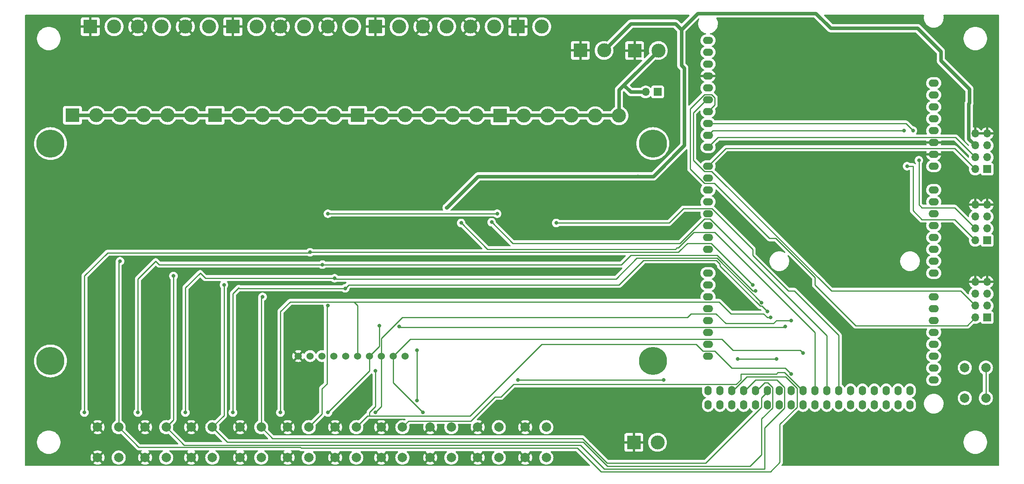
<source format=gbl>
%TF.GenerationSoftware,KiCad,Pcbnew,(6.0.9)*%
%TF.CreationDate,2022-11-08T23:38:06-07:00*%
%TF.ProjectId,gnctr-wack-a-mole-pcb,676e6374-722d-4776-9163-6b2d612d6d6f,rev?*%
%TF.SameCoordinates,Original*%
%TF.FileFunction,Copper,L2,Bot*%
%TF.FilePolarity,Positive*%
%FSLAX46Y46*%
G04 Gerber Fmt 4.6, Leading zero omitted, Abs format (unit mm)*
G04 Created by KiCad (PCBNEW (6.0.9)) date 2022-11-08 23:38:06*
%MOMM*%
%LPD*%
G01*
G04 APERTURE LIST*
%TA.AperFunction,ComponentPad*%
%ADD10C,2.000000*%
%TD*%
%TA.AperFunction,ComponentPad*%
%ADD11R,3.000000X3.000000*%
%TD*%
%TA.AperFunction,ComponentPad*%
%ADD12C,3.000000*%
%TD*%
%TA.AperFunction,ComponentPad*%
%ADD13R,1.700000X1.700000*%
%TD*%
%TA.AperFunction,ComponentPad*%
%ADD14O,1.700000X1.700000*%
%TD*%
%TA.AperFunction,WasherPad*%
%ADD15C,6.000000*%
%TD*%
%TA.AperFunction,ComponentPad*%
%ADD16C,1.524000*%
%TD*%
%TA.AperFunction,ComponentPad*%
%ADD17O,2.197100X1.524000*%
%TD*%
%TA.AperFunction,ComponentPad*%
%ADD18O,1.536700X1.998980*%
%TD*%
%TA.AperFunction,ComponentPad*%
%ADD19O,1.539240X1.998980*%
%TD*%
%TA.AperFunction,ComponentPad*%
%ADD20O,2.199640X1.524000*%
%TD*%
%TA.AperFunction,ViaPad*%
%ADD21C,0.800000*%
%TD*%
%TA.AperFunction,Conductor*%
%ADD22C,0.250000*%
%TD*%
%TA.AperFunction,Conductor*%
%ADD23C,0.750000*%
%TD*%
G04 APERTURE END LIST*
D10*
%TO.P,SW11,1,1*%
%TO.N,+5V*%
X241590000Y-132790000D03*
X241590000Y-126290000D03*
%TO.P,SW11,2,2*%
%TO.N,Net-(J1-Pad3)*%
X246090000Y-132790000D03*
X246090000Y-126290000D03*
%TD*%
D11*
%TO.P,J2,1,Pin_1*%
%TO.N,GND*%
X54610000Y-53340000D03*
D12*
%TO.P,J2,2,Pin_2*%
%TO.N,Net-(SW1-Pad2)*%
X59690000Y-53340000D03*
%TO.P,J2,3,Pin_3*%
%TO.N,GND*%
X64770000Y-53340000D03*
%TO.P,J2,4,Pin_4*%
%TO.N,Net-(J1-Pad39)*%
X69850000Y-53340000D03*
%TO.P,J2,5,Pin_5*%
%TO.N,GND*%
X74930000Y-53340000D03*
%TO.P,J2,6,Pin_6*%
%TO.N,Net-(J1-Pad38)*%
X80010000Y-53340000D03*
%TD*%
D10*
%TO.P,SW2,1,1*%
%TO.N,GND*%
X66330000Y-139020000D03*
X66330000Y-145520000D03*
%TO.P,SW2,2,2*%
%TO.N,Net-(J1-Pad39)*%
X70830000Y-139020000D03*
X70830000Y-145520000D03*
%TD*%
D11*
%TO.P,J17,1,Pin_1*%
%TO.N,+12V*%
X50800000Y-72295000D03*
D12*
%TO.P,J17,2,Pin_2*%
X55880000Y-72295000D03*
%TO.P,J17,3,Pin_3*%
X60960000Y-72295000D03*
%TO.P,J17,4,Pin_4*%
X66040000Y-72295000D03*
%TO.P,J17,5,Pin_5*%
X71120000Y-72295000D03*
%TO.P,J17,6,Pin_6*%
X76200000Y-72295000D03*
%TD*%
D10*
%TO.P,SW7,1,1*%
%TO.N,GND*%
X116840000Y-145520000D03*
X116840000Y-139020000D03*
%TO.P,SW7,2,2*%
%TO.N,Net-(SW7-Pad2)*%
X121340000Y-145520000D03*
X121340000Y-139020000D03*
%TD*%
D13*
%TO.P,J8,1,Pin_1*%
%TO.N,SEG_CLK3*%
X246380000Y-115570000D03*
D14*
%TO.P,J8,2,Pin_2*%
X243840000Y-115570000D03*
%TO.P,J8,3,Pin_3*%
%TO.N,SEG_DIO3*%
X246380000Y-113030000D03*
%TO.P,J8,4,Pin_4*%
X243840000Y-113030000D03*
%TO.P,J8,5,Pin_5*%
%TO.N,+5V*%
X246380000Y-110490000D03*
%TO.P,J8,6,Pin_6*%
X243840000Y-110490000D03*
%TO.P,J8,7,Pin_7*%
%TO.N,GND*%
X246380000Y-107950000D03*
%TO.P,J8,8,Pin_8*%
X243840000Y-107950000D03*
%TD*%
D11*
%TO.P,J3,1,Pin_1*%
%TO.N,+12V*%
X142240000Y-72390000D03*
D12*
%TO.P,J3,2,Pin_2*%
X147320000Y-72390000D03*
%TO.P,J3,3,Pin_3*%
X152400000Y-72390000D03*
%TO.P,J3,4,Pin_4*%
X157480000Y-72390000D03*
%TO.P,J3,5,Pin_5*%
X162560000Y-72390000D03*
%TO.P,J3,6,Pin_6*%
X167640000Y-72390000D03*
%TD*%
D10*
%TO.P,SW9,1,1*%
%TO.N,GND*%
X137450000Y-145520000D03*
X137450000Y-139020000D03*
%TO.P,SW9,2,2*%
%TO.N,Net-(J1-Pad32)*%
X141950000Y-145520000D03*
X141950000Y-139020000D03*
%TD*%
%TO.P,SW3,1,1*%
%TO.N,GND*%
X76200000Y-145520000D03*
X76200000Y-139020000D03*
%TO.P,SW3,2,2*%
%TO.N,Net-(J1-Pad38)*%
X80700000Y-139020000D03*
X80700000Y-145520000D03*
%TD*%
D11*
%TO.P,J4,1,Pin_1*%
%TO.N,GND*%
X159385000Y-58420000D03*
D12*
%TO.P,J4,2,Pin_2*%
%TO.N,+5V*%
X164465000Y-58420000D03*
%TD*%
D11*
%TO.P,J16,1,Pin_1*%
%TO.N,+12V*%
X81280000Y-72295000D03*
D12*
%TO.P,J16,2,Pin_2*%
X86360000Y-72295000D03*
%TO.P,J16,3,Pin_3*%
X91440000Y-72295000D03*
%TO.P,J16,4,Pin_4*%
X96520000Y-72295000D03*
%TO.P,J16,5,Pin_5*%
X101600000Y-72295000D03*
%TO.P,J16,6,Pin_6*%
X106680000Y-72295000D03*
%TD*%
D11*
%TO.P,J9,1,Pin_1*%
%TO.N,GND*%
X170985000Y-58450000D03*
D12*
%TO.P,J9,2,Pin_2*%
%TO.N,+12V*%
X176065000Y-58450000D03*
%TD*%
D11*
%TO.P,J13,1,Pin_1*%
%TO.N,GND*%
X146050000Y-53340000D03*
D12*
%TO.P,J13,2,Pin_2*%
%TO.N,Net-(J1-Pad31)*%
X151130000Y-53340000D03*
%TD*%
D10*
%TO.P,SW6,1,1*%
%TO.N,GND*%
X106970000Y-145520000D03*
X106970000Y-139020000D03*
%TO.P,SW6,2,2*%
%TO.N,Net-(SW6-Pad2)*%
X111470000Y-145520000D03*
X111470000Y-139020000D03*
%TD*%
%TO.P,SW10,1,1*%
%TO.N,GND*%
X147610000Y-139020000D03*
X147610000Y-145520000D03*
%TO.P,SW10,2,2*%
%TO.N,Net-(J1-Pad31)*%
X152110000Y-145520000D03*
X152110000Y-139020000D03*
%TD*%
D13*
%TO.P,JP1,1,A*%
%TO.N,Net-(J1-Pad8)*%
X175895000Y-67310000D03*
D14*
%TO.P,JP1,2,B*%
%TO.N,+12V*%
X173355000Y-67310000D03*
%TD*%
D11*
%TO.P,J10,1,Pin_1*%
%TO.N,GND*%
X170815000Y-142270000D03*
D12*
%TO.P,J10,2,Pin_2*%
%TO.N,+12V*%
X175895000Y-142270000D03*
%TD*%
D10*
%TO.P,SW4,1,1*%
%TO.N,GND*%
X86650000Y-139020000D03*
X86650000Y-145520000D03*
%TO.P,SW4,2,2*%
%TO.N,Net-(J1-Pad37)*%
X91150000Y-145520000D03*
X91150000Y-139020000D03*
%TD*%
D11*
%TO.P,J14,1,Pin_1*%
%TO.N,+12V*%
X111760000Y-72295000D03*
D12*
%TO.P,J14,2,Pin_2*%
X116840000Y-72295000D03*
%TO.P,J14,3,Pin_3*%
X121920000Y-72295000D03*
%TO.P,J14,4,Pin_4*%
X127000000Y-72295000D03*
%TO.P,J14,5,Pin_5*%
X132080000Y-72295000D03*
%TO.P,J14,6,Pin_6*%
X137160000Y-72295000D03*
%TD*%
D10*
%TO.P,SW5,1,1*%
%TO.N,GND*%
X96810000Y-145520000D03*
X96810000Y-139020000D03*
%TO.P,SW5,2,2*%
%TO.N,Net-(J1-Pad36)*%
X101310000Y-145520000D03*
X101310000Y-139020000D03*
%TD*%
D15*
%TO.P,U1,*%
%TO.N,*%
X46090000Y-78350000D03*
X174890000Y-124850000D03*
X174890000Y-78350000D03*
X46090000Y-124850000D03*
D16*
%TO.P,U1,1,GND*%
%TO.N,GND*%
X99060000Y-123800000D03*
%TO.P,U1,2,IN1*%
%TO.N,Net-(J1-Pad58)*%
X101600000Y-123800000D03*
%TO.P,U1,3,IN2*%
%TO.N,Net-(J1-Pad57)*%
X104140000Y-123800000D03*
%TO.P,U1,4,IN3*%
%TO.N,Net-(J1-Pad56)*%
X106680000Y-123800000D03*
%TO.P,U1,5,IN4*%
%TO.N,Net-(J1-Pad55)*%
X109220000Y-123800000D03*
%TO.P,U1,6,IN5*%
%TO.N,Net-(J1-Pad54)*%
X111760000Y-123800000D03*
%TO.P,U1,7,IN6*%
%TO.N,Net-(J1-Pad53)*%
X114300000Y-123800000D03*
%TO.P,U1,8,IN7*%
%TO.N,Net-(J1-Pad52)*%
X116840000Y-123800000D03*
%TO.P,U1,9,IN8*%
%TO.N,Net-(J1-Pad51)*%
X119380000Y-123800000D03*
%TO.P,U1,10,VCC*%
%TO.N,+5V*%
X121920000Y-123800000D03*
%TD*%
D13*
%TO.P,J6,1,Pin_1*%
%TO.N,SEG_CLK1*%
X246380000Y-83820000D03*
D14*
%TO.P,J6,2,Pin_2*%
X243840000Y-83820000D03*
%TO.P,J6,3,Pin_3*%
%TO.N,SEG_DIO1*%
X246380000Y-81280000D03*
%TO.P,J6,4,Pin_4*%
X243840000Y-81280000D03*
%TO.P,J6,5,Pin_5*%
%TO.N,+5V*%
X246380000Y-78740000D03*
%TO.P,J6,6,Pin_6*%
X243840000Y-78740000D03*
%TO.P,J6,7,Pin_7*%
%TO.N,GND*%
X246380000Y-76200000D03*
%TO.P,J6,8,Pin_8*%
X243840000Y-76200000D03*
%TD*%
D11*
%TO.P,J11,1,Pin_1*%
%TO.N,GND*%
X85090000Y-53340000D03*
D12*
%TO.P,J11,2,Pin_2*%
%TO.N,Net-(J1-Pad37)*%
X90170000Y-53340000D03*
%TO.P,J11,3,Pin_3*%
%TO.N,GND*%
X95250000Y-53340000D03*
%TO.P,J11,4,Pin_4*%
%TO.N,Net-(J1-Pad36)*%
X100330000Y-53340000D03*
%TO.P,J11,5,Pin_5*%
%TO.N,GND*%
X105410000Y-53340000D03*
%TO.P,J11,6,Pin_6*%
%TO.N,Net-(SW6-Pad2)*%
X110490000Y-53340000D03*
%TD*%
D10*
%TO.P,SW8,1,1*%
%TO.N,GND*%
X127290000Y-145520000D03*
X127290000Y-139020000D03*
%TO.P,SW8,2,2*%
%TO.N,Net-(SW8-Pad2)*%
X131790000Y-145520000D03*
X131790000Y-139020000D03*
%TD*%
D13*
%TO.P,J7,1,Pin_1*%
%TO.N,SEG_CLK2*%
X246380000Y-99060000D03*
D14*
%TO.P,J7,2,Pin_2*%
X243840000Y-99060000D03*
%TO.P,J7,3,Pin_3*%
%TO.N,SEG_DIO2*%
X246380000Y-96520000D03*
%TO.P,J7,4,Pin_4*%
X243840000Y-96520000D03*
%TO.P,J7,5,Pin_5*%
%TO.N,+5V*%
X246380000Y-93980000D03*
%TO.P,J7,6,Pin_6*%
X243840000Y-93980000D03*
%TO.P,J7,7,Pin_7*%
%TO.N,GND*%
X246380000Y-91440000D03*
%TO.P,J7,8,Pin_8*%
X243840000Y-91440000D03*
%TD*%
D10*
%TO.P,SW1,1,1*%
%TO.N,GND*%
X56170000Y-139020000D03*
X56170000Y-145520000D03*
%TO.P,SW1,2,2*%
%TO.N,Net-(SW1-Pad2)*%
X60670000Y-139020000D03*
X60670000Y-145520000D03*
%TD*%
D11*
%TO.P,J12,1,Pin_1*%
%TO.N,GND*%
X115570000Y-53340000D03*
D12*
%TO.P,J12,2,Pin_2*%
%TO.N,Net-(SW7-Pad2)*%
X120650000Y-53340000D03*
%TO.P,J12,3,Pin_3*%
%TO.N,GND*%
X125730000Y-53340000D03*
%TO.P,J12,4,Pin_4*%
%TO.N,Net-(SW8-Pad2)*%
X130810000Y-53340000D03*
%TO.P,J12,5,Pin_5*%
%TO.N,GND*%
X135890000Y-53340000D03*
%TO.P,J12,6,Pin_6*%
%TO.N,Net-(J1-Pad32)*%
X140970000Y-53340000D03*
%TD*%
D17*
%TO.P,J1,86,SCL1/TWCK0*%
%TO.N,unconnected-(J1-Pad86)*%
X186690000Y-56261000D03*
%TO.P,J1,85,SDA1/TWD0*%
%TO.N,unconnected-(J1-Pad85)*%
X186690000Y-58801000D03*
%TO.P,J1,84,AREF*%
%TO.N,unconnected-(J1-Pad84)*%
X186690000Y-61341000D03*
%TO.P,J1,83,GND*%
%TO.N,GND*%
X186690000Y-63881000D03*
%TO.P,J1,82,PWM13/13*%
%TO.N,unconnected-(J1-Pad82)*%
X186690000Y-66421000D03*
%TO.P,J1,81,PWM12/12*%
%TO.N,SEG_DIO3*%
X186690000Y-68961000D03*
%TO.P,J1,80,PWM11/11*%
%TO.N,SEG_CLK3*%
X186690000Y-71501000D03*
%TO.P,J1,79,SS0/PWM10/ETH-CS/10*%
%TO.N,SEG_DIO2*%
X186690000Y-74041000D03*
%TO.P,J1,78,PWM9/9*%
%TO.N,SEG_CLK2*%
X186690000Y-76581000D03*
%TO.P,J1,77,PWM8/8*%
%TO.N,SEG_DIO1*%
X186690000Y-79121000D03*
%TO.P,J1,76,PWM7/7*%
%TO.N,SEG_CLK1*%
X186690000Y-83185000D03*
%TO.P,J1,75,PWM6/6*%
%TO.N,unconnected-(J1-Pad75)*%
X186690000Y-85725000D03*
%TO.P,J1,74,PWM5/5*%
%TO.N,unconnected-(J1-Pad74)*%
X186690000Y-88265000D03*
%TO.P,J1,73,SS1/PWM4/SD-CS/4*%
%TO.N,unconnected-(J1-Pad73)*%
X186690000Y-90805000D03*
%TO.P,J1,72,PWM3/3*%
%TO.N,unconnected-(J1-Pad72)*%
X186690000Y-93345000D03*
%TO.P,J1,71,PWM2/2*%
%TO.N,unconnected-(J1-Pad71)*%
X186690000Y-95885000D03*
%TO.P,J1,70,TX/UTXD/1*%
%TO.N,unconnected-(J1-Pad70)*%
X186690000Y-98425000D03*
%TO.P,J1,69,RX/URXD/0*%
%TO.N,unconnected-(J1-Pad69)*%
X186690000Y-100965000D03*
%TO.P,J1,68,TXD0/14*%
%TO.N,unconnected-(J1-Pad68)*%
X186690000Y-106045000D03*
%TO.P,J1,67,RXD0/15*%
%TO.N,unconnected-(J1-Pad67)*%
X186690000Y-108585000D03*
%TO.P,J1,66,TXD1/16*%
%TO.N,unconnected-(J1-Pad66)*%
X186690000Y-111125000D03*
%TO.P,J1,65,RXD1/17*%
%TO.N,unconnected-(J1-Pad65)*%
X186690000Y-113665000D03*
%TO.P,J1,64,TXD2/18*%
%TO.N,unconnected-(J1-Pad64)*%
X186690000Y-116205000D03*
%TO.P,J1,63,RXD2/19*%
%TO.N,unconnected-(J1-Pad63)*%
X186690000Y-118745000D03*
%TO.P,J1,62,SDA0-3/TWD1/20*%
%TO.N,unconnected-(J1-Pad62)*%
X186690000Y-121285000D03*
%TO.P,J1,61,SCL0-3/TWCK1/21*%
%TO.N,unconnected-(J1-Pad61)*%
X186690000Y-123825000D03*
D18*
%TO.P,J1,60,5V*%
%TO.N,+5V*%
X186690000Y-134231380D03*
%TO.P,J1,59,PIN23*%
%TO.N,unconnected-(J1-Pad59)*%
X189230000Y-134231380D03*
%TO.P,J1,58,PIN25*%
%TO.N,Net-(J1-Pad58)*%
X191770000Y-134231380D03*
%TO.P,J1,57,PIN27*%
%TO.N,Net-(J1-Pad57)*%
X194310000Y-134231380D03*
%TO.P,J1,56,PIN29*%
%TO.N,Net-(J1-Pad56)*%
X196850000Y-134231380D03*
%TO.P,J1,55,PIN31*%
%TO.N,Net-(J1-Pad55)*%
X199390000Y-134231380D03*
%TO.P,J1,54,PIN33*%
%TO.N,Net-(J1-Pad54)*%
X201930000Y-134231380D03*
%TO.P,J1,53,PIN35*%
%TO.N,Net-(J1-Pad53)*%
X204470000Y-134231380D03*
%TO.P,J1,52,PIN37*%
%TO.N,Net-(J1-Pad52)*%
X207010000Y-134231380D03*
%TO.P,J1,51,PIN39*%
%TO.N,Net-(J1-Pad51)*%
X209550000Y-134231380D03*
%TO.P,J1,50,PIN41*%
%TO.N,unconnected-(J1-Pad50)*%
X212090000Y-134231380D03*
%TO.P,J1,49,PIN43*%
%TO.N,unconnected-(J1-Pad49)*%
X214630000Y-134231380D03*
%TO.P,J1,48,PIN45*%
%TO.N,unconnected-(J1-Pad48)*%
X217170000Y-134231380D03*
%TO.P,J1,47,PIN47*%
%TO.N,unconnected-(J1-Pad47)*%
X219710000Y-134231380D03*
%TO.P,J1,46,PIN49*%
%TO.N,unconnected-(J1-Pad46)*%
X222250000Y-134231380D03*
%TO.P,J1,45,PIN51*%
%TO.N,unconnected-(J1-Pad45)*%
X224790000Y-134231380D03*
%TO.P,J1,44,CANTX1/IO/PIN53*%
%TO.N,unconnected-(J1-Pad44)*%
X227330000Y-134231380D03*
%TO.P,J1,43,GND*%
%TO.N,unconnected-(J1-Pad43)*%
X229870000Y-134231380D03*
D19*
%TO.P,J1,42,5V*%
%TO.N,+5V*%
X186690000Y-131196080D03*
%TO.P,J1,41,PIN22*%
%TO.N,unconnected-(J1-Pad41)*%
X189230000Y-131196080D03*
%TO.P,J1,40,PIN24*%
%TO.N,Net-(SW1-Pad2)*%
X191770000Y-131196080D03*
%TO.P,J1,39,PIN26*%
%TO.N,Net-(J1-Pad39)*%
X194310000Y-131196080D03*
%TO.P,J1,38,PIN28*%
%TO.N,Net-(J1-Pad38)*%
X196850000Y-131196080D03*
%TO.P,J1,37,PIN30*%
%TO.N,Net-(J1-Pad37)*%
X199390000Y-131196080D03*
%TO.P,J1,36,PIN32*%
%TO.N,Net-(J1-Pad36)*%
X201930000Y-131196080D03*
%TO.P,J1,35,PIN34*%
%TO.N,Net-(SW6-Pad2)*%
X204470000Y-131196080D03*
%TO.P,J1,34,PIN36*%
%TO.N,Net-(SW7-Pad2)*%
X207010000Y-131196080D03*
%TO.P,J1,33,PIN38*%
%TO.N,Net-(SW8-Pad2)*%
X209550000Y-131196080D03*
%TO.P,J1,32,PIN40*%
%TO.N,Net-(J1-Pad32)*%
X212090000Y-131196080D03*
%TO.P,J1,31,PIN42*%
%TO.N,Net-(J1-Pad31)*%
X214630000Y-131196080D03*
%TO.P,J1,30,PIN44*%
%TO.N,unconnected-(J1-Pad30)*%
X217170000Y-131196080D03*
%TO.P,J1,29,PIN46*%
%TO.N,unconnected-(J1-Pad29)*%
X219710000Y-131196080D03*
%TO.P,J1,28,PIN48*%
%TO.N,unconnected-(J1-Pad28)*%
X222250000Y-131196080D03*
%TO.P,J1,27,PIN50*%
%TO.N,unconnected-(J1-Pad27)*%
X224790000Y-131196080D03*
%TO.P,J1,26,PIN52/AD14/RXD3*%
%TO.N,unconnected-(J1-Pad26)*%
X227330000Y-131196080D03*
%TO.P,J1,25,GND*%
%TO.N,unconnected-(J1-Pad25)*%
X229870000Y-131196080D03*
D17*
%TO.P,J1,24,CANTX1*%
%TO.N,unconnected-(J1-Pad24)*%
X234950000Y-128905000D03*
%TO.P,J1,23,CANRX0*%
%TO.N,unconnected-(J1-Pad23)*%
X234950000Y-126365000D03*
%TO.P,J1,22,DAC1*%
%TO.N,unconnected-(J1-Pad22)*%
X234950000Y-123825000D03*
%TO.P,J1,21,DAC0/CANRX1*%
%TO.N,unconnected-(J1-Pad21)*%
X234950000Y-121285000D03*
%TO.P,J1,20,AD11/TXD3*%
%TO.N,unconnected-(J1-Pad20)*%
X234950000Y-118745000D03*
D20*
%TO.P,J1,19,AD10*%
%TO.N,unconnected-(J1-Pad19)*%
X234950000Y-116205000D03*
%TO.P,J1,18,AD9*%
%TO.N,unconnected-(J1-Pad18)*%
X234950000Y-113665000D03*
%TO.P,J1,17,AD8*%
%TO.N,unconnected-(J1-Pad17)*%
X234950000Y-111125000D03*
%TO.P,J1,16,AD7*%
%TO.N,unconnected-(J1-Pad16)*%
X234950000Y-106045000D03*
%TO.P,J1,15,AD6*%
%TO.N,unconnected-(J1-Pad15)*%
X234950000Y-103505000D03*
%TO.P,J1,14,AD5*%
%TO.N,unconnected-(J1-Pad14)*%
X234950000Y-100965000D03*
%TO.P,J1,13,AD4*%
%TO.N,unconnected-(J1-Pad13)*%
X234950000Y-98425000D03*
%TO.P,J1,12,AD3*%
%TO.N,unconnected-(J1-Pad12)*%
X234950000Y-95885000D03*
%TO.P,J1,11,AD2*%
%TO.N,unconnected-(J1-Pad11)*%
X234950000Y-93345000D03*
%TO.P,J1,10,AD1*%
%TO.N,unconnected-(J1-Pad10)*%
X234950000Y-90805000D03*
%TO.P,J1,9,AD0*%
%TO.N,unconnected-(J1-Pad9)*%
X234950000Y-88265000D03*
%TO.P,J1,8,VIN*%
%TO.N,Net-(J1-Pad8)*%
X234950000Y-83185000D03*
%TO.P,J1,7,GND*%
%TO.N,GND*%
X234950000Y-80645000D03*
%TO.P,J1,6,GND*%
X234950000Y-78105000D03*
%TO.P,J1,5,5V*%
%TO.N,+5V*%
X234950000Y-75565000D03*
%TO.P,J1,4,3.3V*%
%TO.N,unconnected-(J1-Pad4)*%
X234950000Y-73025000D03*
%TO.P,J1,3,RESET*%
%TO.N,Net-(J1-Pad3)*%
X234950000Y-70485000D03*
%TO.P,J1,2,IOREF*%
%TO.N,unconnected-(J1-Pad2)*%
X234950000Y-67945000D03*
%TO.P,J1,1*%
%TO.N,N/C*%
X234950000Y-65405000D03*
%TD*%
D21*
%TO.N,Net-(J1-Pad52)*%
X204470000Y-116205000D03*
%TO.N,Net-(J1-Pad53)*%
X116375000Y-117305000D03*
X120650000Y-117475000D03*
%TO.N,Net-(J1-Pad36)*%
X193040000Y-124460000D03*
%TO.N,Net-(J1-Pad58)*%
X101600000Y-101600000D03*
X53340000Y-135890000D03*
X196215000Y-108585000D03*
%TO.N,Net-(J1-Pad57)*%
X196850000Y-109855000D03*
X104241000Y-104241000D03*
X64770000Y-135890000D03*
%TO.N,Net-(J1-Pad56)*%
X74930000Y-135890000D03*
X198120000Y-112395000D03*
X106848000Y-107147000D03*
%TO.N,Net-(J1-Pad55)*%
X85090000Y-135890000D03*
X109119000Y-109321000D03*
X199390000Y-114300000D03*
%TO.N,Net-(J1-Pad54)*%
X200025000Y-115570000D03*
X95250000Y-135890000D03*
%TO.N,Net-(J1-Pad53)*%
X105410000Y-135890000D03*
X203200000Y-117475000D03*
%TO.N,Net-(J1-Pad52)*%
X115570000Y-135890000D03*
%TO.N,Net-(J1-Pad51)*%
X125730000Y-135890000D03*
X207010000Y-123190000D03*
%TO.N,+5V*%
X130810000Y-92075000D03*
X171734000Y-85374000D03*
%TO.N,Net-(J1-Pad31)*%
X154225000Y-95330000D03*
%TO.N,Net-(J1-Pad32)*%
X140415000Y-95170000D03*
%TO.N,Net-(J1-Pad36)*%
X105410000Y-113030000D03*
X141605000Y-93345000D03*
X105410000Y-93345000D03*
X201295000Y-124460000D03*
X177165000Y-128905000D03*
X146050000Y-128905000D03*
%TO.N,Net-(J1-Pad37)*%
X91440000Y-111125000D03*
%TO.N,Net-(J1-Pad38)*%
X83185000Y-108585000D03*
%TO.N,Net-(J1-Pad39)*%
X72390000Y-106680000D03*
%TO.N,SEG_CLK2*%
X229235000Y-83185000D03*
X228600000Y-75565000D03*
%TO.N,SEG_DIO2*%
X231775000Y-81915000D03*
X230505000Y-75565000D03*
%TO.N,Net-(SW1-Pad2)*%
X60960000Y-103505000D03*
%TO.N,Net-(SW6-Pad2)*%
X204470000Y-127635000D03*
X115570000Y-127000000D03*
%TO.N,Net-(SW7-Pad2)*%
X124460000Y-122555000D03*
X124460000Y-133350000D03*
%TO.N,Net-(SW8-Pad2)*%
X133905000Y-95330000D03*
%TD*%
D22*
%TO.N,Net-(J1-Pad52)*%
X188412000Y-114752000D02*
X183063000Y-114752000D01*
X183063000Y-114752000D02*
X182245000Y-115570000D01*
X190500000Y-116840000D02*
X188412000Y-114752000D01*
X201295000Y-116205000D02*
X200660000Y-116840000D01*
X204470000Y-116205000D02*
X201295000Y-116205000D01*
X121285000Y-115570000D02*
X182245000Y-115570000D01*
X200660000Y-116840000D02*
X190500000Y-116840000D01*
%TO.N,Net-(J1-Pad54)*%
X198572000Y-114752000D02*
X191587000Y-114752000D01*
X191587000Y-114752000D02*
X189062000Y-112227000D01*
X199390000Y-115570000D02*
X198572000Y-114752000D01*
X189062000Y-112227000D02*
X110957000Y-112227000D01*
X200025000Y-115570000D02*
X199390000Y-115570000D01*
%TO.N,Net-(J1-Pad53)*%
X120833000Y-117658000D02*
X120650000Y-117475000D01*
X203017000Y-117658000D02*
X120833000Y-117658000D01*
X116375000Y-117305000D02*
X116375000Y-121725000D01*
X203200000Y-117475000D02*
X203017000Y-117658000D01*
%TO.N,Net-(J1-Pad55)*%
X198210000Y-113120000D02*
X199390000Y-114300000D01*
X197819695Y-113120000D02*
X198210000Y-113120000D01*
X109855000Y-108585000D02*
X109119000Y-109321000D01*
X167640000Y-108585000D02*
X109855000Y-108585000D01*
X172884000Y-103341000D02*
X167640000Y-108585000D01*
X188429604Y-103341000D02*
X172884000Y-103341000D01*
X189228604Y-104140000D02*
X188429604Y-103341000D01*
X189228604Y-104528909D02*
X189228604Y-104140000D01*
X197819695Y-113120000D02*
X189228604Y-104528909D01*
%TO.N,Net-(J1-Pad51)*%
X192039000Y-122555000D02*
X206375000Y-122555000D01*
X189682000Y-120198000D02*
X192039000Y-122555000D01*
X122982000Y-120198000D02*
X189682000Y-120198000D01*
X119380000Y-123800000D02*
X122982000Y-120198000D01*
X206375000Y-122555000D02*
X207010000Y-123190000D01*
%TO.N,Net-(SW6-Pad2)*%
X191770000Y-126365000D02*
X203200000Y-126365000D01*
X204470000Y-127635000D02*
X203200000Y-126365000D01*
X188143000Y-122738000D02*
X191770000Y-126365000D01*
X185603000Y-122738000D02*
X188143000Y-122738000D01*
%TO.N,Net-(J1-Pad36)*%
X193040000Y-124460000D02*
X201295000Y-124460000D01*
%TO.N,Net-(SW6-Pad2)*%
X184150000Y-121285000D02*
X185603000Y-122738000D01*
%TO.N,Net-(SW7-Pad2)*%
X193675000Y-127635000D02*
X193675000Y-128903604D01*
X193675000Y-127635000D02*
X201295000Y-127635000D01*
X201295000Y-127635000D02*
X201611802Y-127318198D01*
X122665000Y-137695000D02*
X121340000Y-139020000D01*
X141136604Y-132547000D02*
X135988604Y-137695000D01*
X145083410Y-129871590D02*
X142408000Y-132547000D01*
X192707014Y-129871590D02*
X145083410Y-129871590D01*
X142408000Y-132547000D02*
X141136604Y-132547000D01*
X193675000Y-128903604D02*
X192707014Y-129871590D01*
X135988604Y-137695000D02*
X122665000Y-137695000D01*
%TO.N,Net-(J1-Pad37)*%
X186173750Y-146685000D02*
X184785000Y-146685000D01*
X198120000Y-134738750D02*
X186173750Y-146685000D01*
X199390000Y-131445000D02*
X198120000Y-132715000D01*
X198120000Y-132715000D02*
X198120000Y-134738750D01*
X165100000Y-146685000D02*
X184785000Y-146685000D01*
%TO.N,Net-(J1-Pad38)*%
X83920000Y-142240000D02*
X80700000Y-139020000D01*
X195670000Y-147410000D02*
X165188604Y-147410000D01*
X160018604Y-142240000D02*
X83920000Y-142240000D01*
X198148750Y-144931250D02*
X195670000Y-147410000D01*
X165188604Y-147410000D02*
X160018604Y-142240000D01*
X198148750Y-137250000D02*
X198148750Y-144931250D01*
%TO.N,Net-(J1-Pad39)*%
X198755000Y-139183750D02*
X200143750Y-137795000D01*
X198755000Y-147955000D02*
X198755000Y-139183750D01*
%TO.N,Net-(SW1-Pad2)*%
X202048750Y-146566250D02*
X200025000Y-148590000D01*
X202048750Y-138430000D02*
X202048750Y-146566250D01*
X163830000Y-148590000D02*
X200025000Y-148590000D01*
%TO.N,Net-(J1-Pad56)*%
X167005000Y-107315000D02*
X166370000Y-107315000D01*
X107016000Y-107315000D02*
X166370000Y-107315000D01*
X171450000Y-102870000D02*
X167005000Y-107315000D01*
X188595000Y-102870000D02*
X171450000Y-102870000D01*
%TO.N,Net-(J1-Pad57)*%
X170180000Y-102235000D02*
X168174000Y-104241000D01*
X188596396Y-102235000D02*
X170180000Y-102235000D01*
X196850000Y-109855000D02*
X196216396Y-109855000D01*
X104241000Y-104241000D02*
X168174000Y-104241000D01*
X196216396Y-109855000D02*
X188596396Y-102235000D01*
%TO.N,Net-(J1-Pad58)*%
X180340000Y-101600000D02*
X177165000Y-101600000D01*
X180790000Y-101150000D02*
X180340000Y-101600000D01*
%TO.N,Net-(SW8-Pad2)*%
X180007204Y-100662796D02*
X179705000Y-100965000D01*
X180340000Y-100662796D02*
X180007204Y-100662796D01*
X179705000Y-100965000D02*
X139540000Y-100965000D01*
%TO.N,Net-(J1-Pad58)*%
X182245000Y-99695000D02*
X180790000Y-101150000D01*
X186086200Y-99695000D02*
X182245000Y-99695000D01*
%TO.N,Net-(SW8-Pad2)*%
X139540000Y-100965000D02*
X133905000Y-95330000D01*
X188143000Y-97338000D02*
X183664796Y-97338000D01*
X209550000Y-118745000D02*
X188143000Y-97338000D01*
X209550000Y-131445000D02*
X209550000Y-118745000D01*
X183664796Y-97338000D02*
X180340000Y-100662796D01*
%TO.N,Net-(J1-Pad32)*%
X180671400Y-99695000D02*
X179705000Y-99695000D01*
X185903200Y-94463200D02*
X180671400Y-99695000D01*
%TO.N,Net-(J1-Pad31)*%
X181427000Y-92258000D02*
X178355000Y-95330000D01*
X187508000Y-92258000D02*
X181427000Y-92258000D01*
X205105000Y-109855000D02*
X203835000Y-109855000D01*
X203835000Y-109855000D02*
X196215000Y-102235000D01*
X214630000Y-119380000D02*
X205105000Y-109855000D01*
X214630000Y-131445000D02*
X214630000Y-119380000D01*
X196215000Y-102235000D02*
X196215000Y-100965000D01*
X154225000Y-95330000D02*
X178355000Y-95330000D01*
X196215000Y-100965000D02*
X187508000Y-92258000D01*
%TO.N,SEG_CLK3*%
X242118000Y-117292000D02*
X243840000Y-115570000D01*
X218257000Y-117292000D02*
X242118000Y-117292000D01*
X209550000Y-106981596D02*
X209550000Y-108585000D01*
X201185124Y-98616720D02*
X209550000Y-106981596D01*
X199833280Y-98616720D02*
X201185124Y-98616720D01*
X188028561Y-86812000D02*
X199833280Y-98616720D01*
X185903200Y-86812000D02*
X188028561Y-86812000D01*
X182880000Y-70897200D02*
X182880000Y-83788800D01*
X182880000Y-83788800D02*
X185903200Y-86812000D01*
X187476800Y-67874000D02*
X185903200Y-67874000D01*
X185903200Y-67874000D02*
X182880000Y-70897200D01*
X188113550Y-68510750D02*
X187476800Y-67874000D01*
X209550000Y-108585000D02*
X218257000Y-117292000D01*
X186690000Y-71501000D02*
X188113550Y-70077450D01*
X188113550Y-70077450D02*
X188113550Y-68510750D01*
%TO.N,SEG_DIO3*%
X213059800Y-109855000D02*
X224155000Y-109855000D01*
X187476800Y-84272000D02*
X213059800Y-109855000D01*
X185903200Y-84272000D02*
X187476800Y-84272000D01*
X186309000Y-68961000D02*
X183515000Y-71755000D01*
X183515000Y-81883800D02*
X185903200Y-84272000D01*
X186690000Y-68961000D02*
X186309000Y-68961000D01*
X240665000Y-109855000D02*
X224155000Y-109855000D01*
X183515000Y-71755000D02*
X183515000Y-81883800D01*
%TO.N,SEG_DIO1*%
X239578000Y-77018000D02*
X243840000Y-81280000D01*
X188793000Y-77018000D02*
X239578000Y-77018000D01*
X186690000Y-79121000D02*
X188793000Y-77018000D01*
%TO.N,SEG_CLK1*%
X239395000Y-79375000D02*
X243840000Y-83820000D01*
X236220000Y-79375000D02*
X239395000Y-79375000D01*
%TO.N,SEG_DIO2*%
X231775000Y-81915000D02*
X231775000Y-91440000D01*
X232410000Y-92075000D02*
X239395000Y-92075000D01*
X231775000Y-91440000D02*
X232410000Y-92075000D01*
%TO.N,SEG_CLK2*%
X230505000Y-90805000D02*
X230505000Y-92710000D01*
X230505000Y-92710000D02*
X232410000Y-94615000D01*
X232410000Y-94615000D02*
X239395000Y-94615000D01*
X230505000Y-83185000D02*
X230505000Y-90805000D01*
X229235000Y-83185000D02*
X230505000Y-83185000D01*
D23*
%TO.N,+5V*%
X242415000Y-69838886D02*
X242415000Y-77315000D01*
X242415000Y-77315000D02*
X243840000Y-78740000D01*
X236465557Y-60570557D02*
X242570000Y-66675000D01*
X242570000Y-66675000D02*
X242570000Y-69683886D01*
X236465557Y-58668419D02*
X236465557Y-60570557D01*
X242570000Y-69683886D02*
X242415000Y-69838886D01*
X231456069Y-53658931D02*
X236465557Y-58668419D01*
X231456069Y-53658931D02*
X212932793Y-53658931D01*
X180975000Y-61595000D02*
X181610000Y-62230000D01*
X180975000Y-53975000D02*
X180975000Y-61595000D01*
X181610000Y-62230000D02*
X181610000Y-78740000D01*
X184468931Y-50481069D02*
X180975000Y-53975000D01*
X209754931Y-50481069D02*
X184468931Y-50481069D01*
X212932793Y-53658931D02*
X209754931Y-50481069D01*
X180975000Y-53975000D02*
X179705000Y-52705000D01*
D22*
%TO.N,Net-(J1-Pad58)*%
X187325000Y-99695000D02*
X196215000Y-108585000D01*
X101499000Y-101701000D02*
X101600000Y-101600000D01*
X58319000Y-101701000D02*
X101499000Y-101701000D01*
X186086200Y-99695000D02*
X187325000Y-99695000D01*
X101600000Y-101600000D02*
X177196200Y-101600000D01*
X53340000Y-135890000D02*
X53340000Y-106680000D01*
X53340000Y-106680000D02*
X58319000Y-101701000D01*
%TO.N,Net-(J1-Pad57)*%
X64770000Y-135890000D02*
X64770000Y-107315000D01*
X68580000Y-103505000D02*
X69316000Y-104241000D01*
X64770000Y-107315000D02*
X68580000Y-103505000D01*
X69316000Y-104241000D02*
X104241000Y-104241000D01*
%TO.N,Net-(J1-Pad56)*%
X74930000Y-135890000D02*
X74930000Y-109220000D01*
X188595000Y-102870000D02*
X198120000Y-112395000D01*
X79207000Y-107147000D02*
X106848000Y-107147000D01*
X78105000Y-106045000D02*
X79207000Y-107147000D01*
X106848000Y-107147000D02*
X107016000Y-107315000D01*
X74930000Y-109220000D02*
X78105000Y-106045000D01*
%TO.N,Net-(J1-Pad55)*%
X85090000Y-110490000D02*
X86360000Y-109220000D01*
X86461000Y-109321000D02*
X109119000Y-109321000D01*
X86360000Y-109220000D02*
X86461000Y-109321000D01*
X85090000Y-135890000D02*
X85090000Y-110490000D01*
%TO.N,Net-(J1-Pad54)*%
X97323000Y-112227000D02*
X95250000Y-114300000D01*
X95250000Y-114300000D02*
X95250000Y-135890000D01*
X110957000Y-112227000D02*
X97323000Y-112227000D01*
X111760000Y-123800000D02*
X111760000Y-113030000D01*
X111760000Y-113030000D02*
X110957000Y-112227000D01*
%TO.N,Net-(J1-Pad53)*%
X116375000Y-121725000D02*
X114300000Y-123800000D01*
X105410000Y-135890000D02*
X114300000Y-127000000D01*
X114300000Y-127000000D02*
X114300000Y-123800000D01*
%TO.N,Net-(J1-Pad52)*%
X116840000Y-123800000D02*
X116840000Y-120015000D01*
X116840000Y-134620000D02*
X116840000Y-123800000D01*
X115570000Y-135890000D02*
X116840000Y-134620000D01*
X116840000Y-120015000D02*
X121285000Y-115570000D01*
%TO.N,Net-(J1-Pad51)*%
X119380000Y-129540000D02*
X119380000Y-123800000D01*
X125730000Y-135890000D02*
X119380000Y-129540000D01*
%TO.N,Net-(J1-Pad3)*%
X246090000Y-126290000D02*
X246090000Y-132790000D01*
D23*
%TO.N,+5V*%
X170180000Y-52705000D02*
X164465000Y-58420000D01*
X181610000Y-78740000D02*
X174976000Y-85374000D01*
X174976000Y-85374000D02*
X137511000Y-85374000D01*
X179705000Y-52705000D02*
X170180000Y-52705000D01*
X137511000Y-85374000D02*
X130810000Y-92075000D01*
D22*
%TO.N,Net-(J1-Pad32)*%
X187142000Y-94463200D02*
X212090000Y-119411200D01*
X144940000Y-99695000D02*
X180340000Y-99695000D01*
X212090000Y-119411200D02*
X212090000Y-131445000D01*
X140415000Y-95170000D02*
X144940000Y-99695000D01*
X185903200Y-94463200D02*
X187142000Y-94463200D01*
%TO.N,Net-(J1-Pad36)*%
X101310000Y-139020000D02*
X104140000Y-136190000D01*
X177165000Y-128905000D02*
X146050000Y-128905000D01*
X104140000Y-130810000D02*
X105227000Y-129723000D01*
X105227000Y-129723000D02*
X105227000Y-120833000D01*
X104140000Y-136190000D02*
X104140000Y-130810000D01*
X105227000Y-113213000D02*
X105410000Y-113030000D01*
X141605000Y-93345000D02*
X105410000Y-93345000D01*
X105227000Y-120833000D02*
X105227000Y-113213000D01*
%TO.N,Net-(J1-Pad37)*%
X91150000Y-111415000D02*
X91440000Y-111125000D01*
X159835000Y-141420000D02*
X165100000Y-146685000D01*
X93550000Y-141420000D02*
X159835000Y-141420000D01*
X91150000Y-139020000D02*
X91150000Y-111415000D01*
X91150000Y-139020000D02*
X93550000Y-141420000D01*
%TO.N,Net-(J1-Pad38)*%
X198148750Y-137250000D02*
X200484620Y-134914130D01*
X198755000Y-129540000D02*
X196850000Y-131445000D01*
X200484620Y-130512804D02*
X199511816Y-129540000D01*
X83185000Y-136535000D02*
X83185000Y-108585000D01*
X80700000Y-139020000D02*
X83185000Y-136535000D01*
X199511816Y-129540000D02*
X198755000Y-129540000D01*
X200484620Y-134914130D02*
X200484620Y-130512804D01*
%TO.N,Net-(J1-Pad39)*%
X70830000Y-139020000D02*
X74685000Y-142875000D01*
X70830000Y-139020000D02*
X72390000Y-137460000D01*
X203024620Y-130512804D02*
X201416816Y-128905000D01*
X201416816Y-128905000D02*
X196850000Y-128905000D01*
X200143750Y-137795000D02*
X203024620Y-134914130D01*
X159385000Y-142875000D02*
X164465000Y-147955000D01*
X72390000Y-137460000D02*
X72390000Y-106680000D01*
X164465000Y-147955000D02*
X198755000Y-147955000D01*
X203024620Y-134914130D02*
X203024620Y-130512804D01*
X196850000Y-128905000D02*
X194310000Y-131445000D01*
X74685000Y-142875000D02*
X159385000Y-142875000D01*
%TO.N,SEG_CLK1*%
X190500000Y-79375000D02*
X186690000Y-83185000D01*
X236220000Y-79375000D02*
X190500000Y-79375000D01*
%TO.N,SEG_CLK2*%
X239395000Y-94615000D02*
X243840000Y-99060000D01*
X190500000Y-75565000D02*
X228600000Y-75565000D01*
X186690000Y-76581000D02*
X187706000Y-75565000D01*
X187706000Y-75565000D02*
X190500000Y-75565000D01*
%TO.N,SEG_DIO2*%
X239395000Y-92075000D02*
X243840000Y-96520000D01*
X228981000Y-74041000D02*
X230505000Y-75565000D01*
X186690000Y-74041000D02*
X228981000Y-74041000D01*
%TO.N,SEG_DIO3*%
X243840000Y-113030000D02*
X240665000Y-109855000D01*
D23*
%TO.N,+12V*%
X66040000Y-72295000D02*
X71120000Y-72295000D01*
X76200000Y-72295000D02*
X167545000Y-72295000D01*
X60960000Y-72295000D02*
X66040000Y-72295000D01*
X55880000Y-72295000D02*
X60960000Y-72295000D01*
X167545000Y-72295000D02*
X167640000Y-72390000D01*
X170180000Y-67310000D02*
X168692500Y-65822500D01*
X173355000Y-67310000D02*
X170180000Y-67310000D01*
X71120000Y-72295000D02*
X76200000Y-72295000D01*
X50800000Y-72295000D02*
X55880000Y-72295000D01*
X167640000Y-66875000D02*
X167640000Y-72390000D01*
X176065000Y-58450000D02*
X168692500Y-65822500D01*
X168692500Y-65822500D02*
X167640000Y-66875000D01*
D22*
%TO.N,Net-(SW1-Pad2)*%
X60670000Y-103795000D02*
X60960000Y-103505000D01*
X99510000Y-143325000D02*
X99695000Y-143510000D01*
X205740000Y-134738750D02*
X205740000Y-130688184D01*
X99695000Y-143510000D02*
X158750000Y-143510000D01*
X203321816Y-128270000D02*
X194945000Y-128270000D01*
X158750000Y-143510000D02*
X163830000Y-148590000D01*
X205740000Y-130688184D02*
X203321816Y-128270000D01*
X60670000Y-139020000D02*
X64975000Y-143325000D01*
X194945000Y-128270000D02*
X191770000Y-131445000D01*
X202048750Y-138430000D02*
X205740000Y-134738750D01*
X60670000Y-139020000D02*
X60670000Y-103795000D01*
X64975000Y-143325000D02*
X99510000Y-143325000D01*
%TO.N,Net-(SW6-Pad2)*%
X114300000Y-136525000D02*
X114390000Y-136615000D01*
X115570000Y-134620000D02*
X114300000Y-135890000D01*
X115570000Y-127000000D02*
X115570000Y-134620000D01*
X113875000Y-136615000D02*
X114390000Y-136615000D01*
X135800000Y-136615000D02*
X114390000Y-136615000D01*
X111470000Y-139020000D02*
X113875000Y-136615000D01*
X114300000Y-135890000D02*
X114300000Y-136525000D01*
X151130000Y-121285000D02*
X135800000Y-136615000D01*
X184150000Y-121285000D02*
X151130000Y-121285000D01*
%TO.N,Net-(SW7-Pad2)*%
X124460000Y-122555000D02*
X124460000Y-133350000D01*
X203006410Y-127318198D02*
X201611802Y-127318198D01*
X207010000Y-131445000D02*
X207010000Y-131321788D01*
X207010000Y-131321788D02*
X203006410Y-127318198D01*
%TD*%
%TA.AperFunction,Conductor*%
%TO.N,GND*%
G36*
X232840803Y-50820002D02*
G01*
X232887296Y-50873658D01*
X232897400Y-50943932D01*
X232893861Y-50960518D01*
X232883806Y-50995817D01*
X232843319Y-51280295D01*
X232843297Y-51284584D01*
X232843296Y-51284591D01*
X232841861Y-51558582D01*
X232841814Y-51567636D01*
X232842373Y-51571880D01*
X232842373Y-51571884D01*
X232846331Y-51601946D01*
X232879320Y-51852522D01*
X232880453Y-51856662D01*
X232880453Y-51856664D01*
X232939652Y-52073057D01*
X232955143Y-52129683D01*
X232962275Y-52146403D01*
X233066197Y-52390047D01*
X233066201Y-52390054D01*
X233067879Y-52393989D01*
X233215442Y-52640549D01*
X233218126Y-52643900D01*
X233218128Y-52643902D01*
X233283534Y-52725542D01*
X233395102Y-52864802D01*
X233398218Y-52867759D01*
X233398219Y-52867760D01*
X233556370Y-53017839D01*
X233603535Y-53062597D01*
X233836883Y-53230274D01*
X234090828Y-53364731D01*
X234360672Y-53463480D01*
X234641421Y-53524693D01*
X234669984Y-53526941D01*
X234864332Y-53542237D01*
X234864341Y-53542237D01*
X234866789Y-53542430D01*
X235022227Y-53542430D01*
X235024363Y-53542284D01*
X235024374Y-53542284D01*
X235232402Y-53528102D01*
X235232408Y-53528101D01*
X235236679Y-53527810D01*
X235240874Y-53526941D01*
X235240876Y-53526941D01*
X235513848Y-53470411D01*
X235518054Y-53469540D01*
X235788917Y-53373623D01*
X236044256Y-53241832D01*
X236047757Y-53239371D01*
X236047761Y-53239369D01*
X236275837Y-53079074D01*
X236275838Y-53079073D01*
X236279347Y-53076607D01*
X236489840Y-52881006D01*
X236503795Y-52863957D01*
X236617085Y-52725542D01*
X236671838Y-52658647D01*
X236722086Y-52576650D01*
X236819740Y-52417295D01*
X236819744Y-52417287D01*
X236821976Y-52413645D01*
X236828989Y-52397670D01*
X236935748Y-52154463D01*
X236937473Y-52150534D01*
X236942288Y-52133633D01*
X237010710Y-51893436D01*
X237016194Y-51874183D01*
X237056681Y-51589705D01*
X237056706Y-51585121D01*
X237058164Y-51306650D01*
X237058164Y-51306643D01*
X237058186Y-51302364D01*
X237020680Y-51017478D01*
X237004750Y-50959248D01*
X237006068Y-50888264D01*
X237045553Y-50829260D01*
X237110670Y-50800971D01*
X237126284Y-50800000D01*
X248794000Y-50800000D01*
X248862121Y-50820002D01*
X248908614Y-50873658D01*
X248920000Y-50926000D01*
X248920000Y-147194000D01*
X248899998Y-147262121D01*
X248846342Y-147308614D01*
X248794000Y-147320000D01*
X202495094Y-147320000D01*
X202426973Y-147299998D01*
X202380480Y-147246342D01*
X202370376Y-147176068D01*
X202399870Y-147111488D01*
X202405999Y-147104905D01*
X202440997Y-147069907D01*
X202449287Y-147062363D01*
X202455768Y-147058250D01*
X202502409Y-147008582D01*
X202505163Y-147005741D01*
X202524885Y-146986019D01*
X202527369Y-146982817D01*
X202535067Y-146973805D01*
X202559911Y-146947348D01*
X202565336Y-146941571D01*
X202575097Y-146923816D01*
X202585948Y-146907297D01*
X202598364Y-146891291D01*
X202609458Y-146865654D01*
X202615924Y-146850713D01*
X202621141Y-146840063D01*
X202642445Y-146801310D01*
X202647483Y-146781687D01*
X202653887Y-146762984D01*
X202658783Y-146751670D01*
X202658783Y-146751669D01*
X202661931Y-146744395D01*
X202663170Y-146736572D01*
X202663173Y-146736562D01*
X202668849Y-146700726D01*
X202671255Y-146689106D01*
X202680278Y-146653961D01*
X202680278Y-146653960D01*
X202682250Y-146646280D01*
X202682250Y-146626026D01*
X202683801Y-146606315D01*
X202685730Y-146594136D01*
X202686970Y-146586307D01*
X202682809Y-146542288D01*
X202682250Y-146530431D01*
X202682250Y-142397821D01*
X241331500Y-142397821D01*
X241371060Y-142710975D01*
X241449557Y-143016702D01*
X241451010Y-143020371D01*
X241451010Y-143020372D01*
X241559664Y-143294799D01*
X241565753Y-143310179D01*
X241567659Y-143313647D01*
X241567660Y-143313648D01*
X241679429Y-143516953D01*
X241717816Y-143586779D01*
X241903346Y-143842140D01*
X242077049Y-144027115D01*
X242094784Y-144046000D01*
X242119418Y-144072233D01*
X242122469Y-144074757D01*
X242122470Y-144074758D01*
X242209771Y-144146980D01*
X242362625Y-144273432D01*
X242629131Y-144442562D01*
X242632710Y-144444246D01*
X242632717Y-144444250D01*
X242911144Y-144575267D01*
X242911148Y-144575269D01*
X242914734Y-144576956D01*
X243214928Y-144674495D01*
X243524980Y-144733641D01*
X243761162Y-144748500D01*
X243918838Y-144748500D01*
X244155020Y-144733641D01*
X244465072Y-144674495D01*
X244765266Y-144576956D01*
X244768852Y-144575269D01*
X244768856Y-144575267D01*
X245047283Y-144444250D01*
X245047290Y-144444246D01*
X245050869Y-144442562D01*
X245317375Y-144273432D01*
X245470229Y-144146980D01*
X245557530Y-144074758D01*
X245557531Y-144074757D01*
X245560582Y-144072233D01*
X245585217Y-144046000D01*
X245602951Y-144027115D01*
X245776654Y-143842140D01*
X245962184Y-143586779D01*
X246000572Y-143516953D01*
X246112340Y-143313648D01*
X246112341Y-143313647D01*
X246114247Y-143310179D01*
X246120337Y-143294799D01*
X246228990Y-143020372D01*
X246228990Y-143020371D01*
X246230443Y-143016702D01*
X246308940Y-142710975D01*
X246348500Y-142397821D01*
X246348500Y-142082179D01*
X246308940Y-141769025D01*
X246230443Y-141463298D01*
X246224137Y-141447371D01*
X246115702Y-141173495D01*
X246115700Y-141173490D01*
X246114247Y-141169821D01*
X246036141Y-141027747D01*
X245964093Y-140896693D01*
X245964091Y-140896690D01*
X245962184Y-140893221D01*
X245776654Y-140637860D01*
X245587996Y-140436960D01*
X245563297Y-140410658D01*
X245563296Y-140410657D01*
X245560582Y-140407767D01*
X245553267Y-140401715D01*
X245384382Y-140262001D01*
X245317375Y-140206568D01*
X245050869Y-140037438D01*
X245047290Y-140035754D01*
X245047283Y-140035750D01*
X244768856Y-139904733D01*
X244768852Y-139904731D01*
X244765266Y-139903044D01*
X244465072Y-139805505D01*
X244155020Y-139746359D01*
X243918838Y-139731500D01*
X243761162Y-139731500D01*
X243524980Y-139746359D01*
X243214928Y-139805505D01*
X242914734Y-139903044D01*
X242911148Y-139904731D01*
X242911144Y-139904733D01*
X242632717Y-140035750D01*
X242632710Y-140035754D01*
X242629131Y-140037438D01*
X242362625Y-140206568D01*
X242295618Y-140262001D01*
X242126734Y-140401715D01*
X242119418Y-140407767D01*
X242116704Y-140410657D01*
X242116703Y-140410658D01*
X242092004Y-140436960D01*
X241903346Y-140637860D01*
X241717816Y-140893221D01*
X241715909Y-140896690D01*
X241715907Y-140896693D01*
X241643859Y-141027747D01*
X241565753Y-141169821D01*
X241564300Y-141173490D01*
X241564298Y-141173495D01*
X241455863Y-141447371D01*
X241449557Y-141463298D01*
X241371060Y-141769025D01*
X241331500Y-142082179D01*
X241331500Y-142397821D01*
X202682250Y-142397821D01*
X202682250Y-138744594D01*
X202702252Y-138676473D01*
X202719155Y-138655499D01*
X205969551Y-135405104D01*
X206031863Y-135371078D01*
X206102679Y-135376143D01*
X206146329Y-135403714D01*
X206203204Y-135458830D01*
X206392386Y-135585955D01*
X206601091Y-135677570D01*
X206606542Y-135678879D01*
X206606546Y-135678880D01*
X206766121Y-135717190D01*
X206822720Y-135730778D01*
X206909406Y-135735776D01*
X207044662Y-135743575D01*
X207044665Y-135743575D01*
X207050269Y-135743898D01*
X207276545Y-135716516D01*
X207494396Y-135649496D01*
X207499376Y-135646926D01*
X207499380Y-135646924D01*
X207691955Y-135547529D01*
X207691956Y-135547528D01*
X207696936Y-135544958D01*
X207877762Y-135406205D01*
X207881533Y-135402060D01*
X207881537Y-135402057D01*
X208027381Y-135241776D01*
X208031160Y-135237623D01*
X208044696Y-135216045D01*
X208149297Y-135049297D01*
X208149299Y-135049293D01*
X208152280Y-135044541D01*
X208164394Y-135014406D01*
X208208358Y-134958664D01*
X208275483Y-134935538D01*
X208344455Y-134952374D01*
X208395026Y-135007159D01*
X208446519Y-135115117D01*
X208449796Y-135119678D01*
X208449797Y-135119679D01*
X208547465Y-135255597D01*
X208579524Y-135300212D01*
X208636097Y-135355035D01*
X208733142Y-135449079D01*
X208743204Y-135458830D01*
X208932386Y-135585955D01*
X209141091Y-135677570D01*
X209146542Y-135678879D01*
X209146546Y-135678880D01*
X209306121Y-135717190D01*
X209362720Y-135730778D01*
X209449406Y-135735776D01*
X209584662Y-135743575D01*
X209584665Y-135743575D01*
X209590269Y-135743898D01*
X209816545Y-135716516D01*
X210034396Y-135649496D01*
X210039376Y-135646926D01*
X210039380Y-135646924D01*
X210231955Y-135547529D01*
X210231956Y-135547528D01*
X210236936Y-135544958D01*
X210417762Y-135406205D01*
X210421533Y-135402060D01*
X210421537Y-135402057D01*
X210567381Y-135241776D01*
X210571160Y-135237623D01*
X210584696Y-135216045D01*
X210689297Y-135049297D01*
X210689299Y-135049293D01*
X210692280Y-135044541D01*
X210704394Y-135014406D01*
X210748358Y-134958664D01*
X210815483Y-134935538D01*
X210884455Y-134952374D01*
X210935026Y-135007159D01*
X210986519Y-135115117D01*
X210989796Y-135119678D01*
X210989797Y-135119679D01*
X211087465Y-135255597D01*
X211119524Y-135300212D01*
X211176097Y-135355035D01*
X211273142Y-135449079D01*
X211283204Y-135458830D01*
X211472386Y-135585955D01*
X211681091Y-135677570D01*
X211686542Y-135678879D01*
X211686546Y-135678880D01*
X211846121Y-135717190D01*
X211902720Y-135730778D01*
X211989406Y-135735776D01*
X212124662Y-135743575D01*
X212124665Y-135743575D01*
X212130269Y-135743898D01*
X212356545Y-135716516D01*
X212574396Y-135649496D01*
X212579376Y-135646926D01*
X212579380Y-135646924D01*
X212771955Y-135547529D01*
X212771956Y-135547528D01*
X212776936Y-135544958D01*
X212957762Y-135406205D01*
X212961533Y-135402060D01*
X212961537Y-135402057D01*
X213107381Y-135241776D01*
X213111160Y-135237623D01*
X213124696Y-135216045D01*
X213229297Y-135049297D01*
X213229299Y-135049293D01*
X213232280Y-135044541D01*
X213244394Y-135014406D01*
X213288358Y-134958664D01*
X213355483Y-134935538D01*
X213424455Y-134952374D01*
X213475026Y-135007159D01*
X213526519Y-135115117D01*
X213529796Y-135119678D01*
X213529797Y-135119679D01*
X213627465Y-135255597D01*
X213659524Y-135300212D01*
X213716097Y-135355035D01*
X213813142Y-135449079D01*
X213823204Y-135458830D01*
X214012386Y-135585955D01*
X214221091Y-135677570D01*
X214226542Y-135678879D01*
X214226546Y-135678880D01*
X214386121Y-135717190D01*
X214442720Y-135730778D01*
X214529406Y-135735776D01*
X214664662Y-135743575D01*
X214664665Y-135743575D01*
X214670269Y-135743898D01*
X214896545Y-135716516D01*
X215114396Y-135649496D01*
X215119376Y-135646926D01*
X215119380Y-135646924D01*
X215311955Y-135547529D01*
X215311956Y-135547528D01*
X215316936Y-135544958D01*
X215497762Y-135406205D01*
X215501533Y-135402060D01*
X215501537Y-135402057D01*
X215647381Y-135241776D01*
X215651160Y-135237623D01*
X215664696Y-135216045D01*
X215769297Y-135049297D01*
X215769299Y-135049293D01*
X215772280Y-135044541D01*
X215784394Y-135014406D01*
X215828358Y-134958664D01*
X215895483Y-134935538D01*
X215964455Y-134952374D01*
X216015026Y-135007159D01*
X216066519Y-135115117D01*
X216069796Y-135119678D01*
X216069797Y-135119679D01*
X216167465Y-135255597D01*
X216199524Y-135300212D01*
X216256097Y-135355035D01*
X216353142Y-135449079D01*
X216363204Y-135458830D01*
X216552386Y-135585955D01*
X216761091Y-135677570D01*
X216766542Y-135678879D01*
X216766546Y-135678880D01*
X216926121Y-135717190D01*
X216982720Y-135730778D01*
X217069406Y-135735776D01*
X217204662Y-135743575D01*
X217204665Y-135743575D01*
X217210269Y-135743898D01*
X217436545Y-135716516D01*
X217654396Y-135649496D01*
X217659376Y-135646926D01*
X217659380Y-135646924D01*
X217851955Y-135547529D01*
X217851956Y-135547528D01*
X217856936Y-135544958D01*
X218037762Y-135406205D01*
X218041533Y-135402060D01*
X218041537Y-135402057D01*
X218187381Y-135241776D01*
X218191160Y-135237623D01*
X218204696Y-135216045D01*
X218309297Y-135049297D01*
X218309299Y-135049293D01*
X218312280Y-135044541D01*
X218324394Y-135014406D01*
X218368358Y-134958664D01*
X218435483Y-134935538D01*
X218504455Y-134952374D01*
X218555026Y-135007159D01*
X218606519Y-135115117D01*
X218609796Y-135119678D01*
X218609797Y-135119679D01*
X218707465Y-135255597D01*
X218739524Y-135300212D01*
X218796097Y-135355035D01*
X218893142Y-135449079D01*
X218903204Y-135458830D01*
X219092386Y-135585955D01*
X219301091Y-135677570D01*
X219306542Y-135678879D01*
X219306546Y-135678880D01*
X219466121Y-135717190D01*
X219522720Y-135730778D01*
X219609406Y-135735776D01*
X219744662Y-135743575D01*
X219744665Y-135743575D01*
X219750269Y-135743898D01*
X219976545Y-135716516D01*
X220194396Y-135649496D01*
X220199376Y-135646926D01*
X220199380Y-135646924D01*
X220391955Y-135547529D01*
X220391956Y-135547528D01*
X220396936Y-135544958D01*
X220577762Y-135406205D01*
X220581533Y-135402060D01*
X220581537Y-135402057D01*
X220727381Y-135241776D01*
X220731160Y-135237623D01*
X220744696Y-135216045D01*
X220849297Y-135049297D01*
X220849299Y-135049293D01*
X220852280Y-135044541D01*
X220864394Y-135014406D01*
X220908358Y-134958664D01*
X220975483Y-134935538D01*
X221044455Y-134952374D01*
X221095026Y-135007159D01*
X221146519Y-135115117D01*
X221149796Y-135119678D01*
X221149797Y-135119679D01*
X221247465Y-135255597D01*
X221279524Y-135300212D01*
X221336097Y-135355035D01*
X221433142Y-135449079D01*
X221443204Y-135458830D01*
X221632386Y-135585955D01*
X221841091Y-135677570D01*
X221846542Y-135678879D01*
X221846546Y-135678880D01*
X222006121Y-135717190D01*
X222062720Y-135730778D01*
X222149406Y-135735776D01*
X222284662Y-135743575D01*
X222284665Y-135743575D01*
X222290269Y-135743898D01*
X222516545Y-135716516D01*
X222734396Y-135649496D01*
X222739376Y-135646926D01*
X222739380Y-135646924D01*
X222931955Y-135547529D01*
X222931956Y-135547528D01*
X222936936Y-135544958D01*
X223117762Y-135406205D01*
X223121533Y-135402060D01*
X223121537Y-135402057D01*
X223267381Y-135241776D01*
X223271160Y-135237623D01*
X223284696Y-135216045D01*
X223389297Y-135049297D01*
X223389299Y-135049293D01*
X223392280Y-135044541D01*
X223404394Y-135014406D01*
X223448358Y-134958664D01*
X223515483Y-134935538D01*
X223584455Y-134952374D01*
X223635026Y-135007159D01*
X223686519Y-135115117D01*
X223689796Y-135119678D01*
X223689797Y-135119679D01*
X223787465Y-135255597D01*
X223819524Y-135300212D01*
X223876097Y-135355035D01*
X223973142Y-135449079D01*
X223983204Y-135458830D01*
X224172386Y-135585955D01*
X224381091Y-135677570D01*
X224386542Y-135678879D01*
X224386546Y-135678880D01*
X224546121Y-135717190D01*
X224602720Y-135730778D01*
X224689406Y-135735776D01*
X224824662Y-135743575D01*
X224824665Y-135743575D01*
X224830269Y-135743898D01*
X225056545Y-135716516D01*
X225274396Y-135649496D01*
X225279376Y-135646926D01*
X225279380Y-135646924D01*
X225471955Y-135547529D01*
X225471956Y-135547528D01*
X225476936Y-135544958D01*
X225657762Y-135406205D01*
X225661533Y-135402060D01*
X225661537Y-135402057D01*
X225807381Y-135241776D01*
X225811160Y-135237623D01*
X225824696Y-135216045D01*
X225929297Y-135049297D01*
X225929299Y-135049293D01*
X225932280Y-135044541D01*
X225944394Y-135014406D01*
X225988358Y-134958664D01*
X226055483Y-134935538D01*
X226124455Y-134952374D01*
X226175026Y-135007159D01*
X226226519Y-135115117D01*
X226229796Y-135119678D01*
X226229797Y-135119679D01*
X226327465Y-135255597D01*
X226359524Y-135300212D01*
X226416097Y-135355035D01*
X226513142Y-135449079D01*
X226523204Y-135458830D01*
X226712386Y-135585955D01*
X226921091Y-135677570D01*
X226926542Y-135678879D01*
X226926546Y-135678880D01*
X227086121Y-135717190D01*
X227142720Y-135730778D01*
X227229406Y-135735776D01*
X227364662Y-135743575D01*
X227364665Y-135743575D01*
X227370269Y-135743898D01*
X227596545Y-135716516D01*
X227814396Y-135649496D01*
X227819376Y-135646926D01*
X227819380Y-135646924D01*
X228011955Y-135547529D01*
X228011956Y-135547528D01*
X228016936Y-135544958D01*
X228197762Y-135406205D01*
X228201533Y-135402060D01*
X228201537Y-135402057D01*
X228347381Y-135241776D01*
X228351160Y-135237623D01*
X228364696Y-135216045D01*
X228469297Y-135049297D01*
X228469299Y-135049293D01*
X228472280Y-135044541D01*
X228484394Y-135014406D01*
X228528358Y-134958664D01*
X228595483Y-134935538D01*
X228664455Y-134952374D01*
X228715026Y-135007159D01*
X228766519Y-135115117D01*
X228769796Y-135119678D01*
X228769797Y-135119679D01*
X228867465Y-135255597D01*
X228899524Y-135300212D01*
X228956097Y-135355035D01*
X229053142Y-135449079D01*
X229063204Y-135458830D01*
X229252386Y-135585955D01*
X229461091Y-135677570D01*
X229466542Y-135678879D01*
X229466546Y-135678880D01*
X229626121Y-135717190D01*
X229682720Y-135730778D01*
X229769406Y-135735776D01*
X229904662Y-135743575D01*
X229904665Y-135743575D01*
X229910269Y-135743898D01*
X230136545Y-135716516D01*
X230354396Y-135649496D01*
X230359376Y-135646926D01*
X230359380Y-135646924D01*
X230551955Y-135547529D01*
X230551956Y-135547528D01*
X230556936Y-135544958D01*
X230737762Y-135406205D01*
X230741533Y-135402060D01*
X230741537Y-135402057D01*
X230887381Y-135241776D01*
X230891160Y-135237623D01*
X230904696Y-135216045D01*
X231009297Y-135049297D01*
X231009299Y-135049293D01*
X231012280Y-135044541D01*
X231097294Y-134833062D01*
X231143515Y-134609871D01*
X231146850Y-134552030D01*
X231146850Y-134117636D01*
X232841814Y-134117636D01*
X232842373Y-134121880D01*
X232842373Y-134121884D01*
X232856240Y-134227211D01*
X232879320Y-134402522D01*
X232880453Y-134406662D01*
X232880453Y-134406664D01*
X232946444Y-134647886D01*
X232955143Y-134679683D01*
X232962275Y-134696403D01*
X233066197Y-134940047D01*
X233066201Y-134940054D01*
X233067879Y-134943989D01*
X233215442Y-135190549D01*
X233218126Y-135193900D01*
X233218128Y-135193902D01*
X233232599Y-135211965D01*
X233395102Y-135414802D01*
X233398218Y-135417759D01*
X233398219Y-135417760D01*
X233528660Y-135541543D01*
X233603535Y-135612597D01*
X233836883Y-135780274D01*
X234090828Y-135914731D01*
X234360672Y-136013480D01*
X234641421Y-136074693D01*
X234669984Y-136076941D01*
X234864332Y-136092237D01*
X234864341Y-136092237D01*
X234866789Y-136092430D01*
X235022227Y-136092430D01*
X235024363Y-136092284D01*
X235024374Y-136092284D01*
X235232402Y-136078102D01*
X235232408Y-136078101D01*
X235236679Y-136077810D01*
X235240874Y-136076941D01*
X235240876Y-136076941D01*
X235513848Y-136020411D01*
X235518054Y-136019540D01*
X235788917Y-135923623D01*
X235993752Y-135817899D01*
X236040449Y-135793797D01*
X236040450Y-135793797D01*
X236044256Y-135791832D01*
X236047757Y-135789371D01*
X236047761Y-135789369D01*
X236275837Y-135629074D01*
X236275838Y-135629073D01*
X236279347Y-135626607D01*
X236459898Y-135458830D01*
X236486701Y-135433923D01*
X236486702Y-135433922D01*
X236489840Y-135431006D01*
X236505774Y-135411539D01*
X236596893Y-135300212D01*
X236671838Y-135208647D01*
X236728816Y-135115668D01*
X236819740Y-134967295D01*
X236819744Y-134967287D01*
X236821976Y-134963645D01*
X236824163Y-134958664D01*
X236918895Y-134742856D01*
X236937473Y-134700534D01*
X236940604Y-134689545D01*
X237015018Y-134428311D01*
X237016194Y-134424183D01*
X237056681Y-134139705D01*
X237056775Y-134121884D01*
X237058164Y-133856650D01*
X237058164Y-133856643D01*
X237058186Y-133852364D01*
X237048503Y-133778810D01*
X237034862Y-133675202D01*
X237020680Y-133567478D01*
X236994667Y-133472389D01*
X236945991Y-133294462D01*
X236945991Y-133294461D01*
X236944857Y-133290317D01*
X236897403Y-133179062D01*
X236833803Y-133029953D01*
X236833799Y-133029946D01*
X236832121Y-133026011D01*
X236690871Y-132790000D01*
X240076835Y-132790000D01*
X240095465Y-133026711D01*
X240096619Y-133031518D01*
X240096620Y-133031524D01*
X240128078Y-133162555D01*
X240150895Y-133257594D01*
X240152788Y-133262165D01*
X240152789Y-133262167D01*
X240232912Y-133455601D01*
X240241760Y-133476963D01*
X240244346Y-133481183D01*
X240363241Y-133675202D01*
X240363245Y-133675208D01*
X240365824Y-133679416D01*
X240520031Y-133859969D01*
X240700584Y-134014176D01*
X240704792Y-134016755D01*
X240704798Y-134016759D01*
X240898417Y-134135409D01*
X240903037Y-134138240D01*
X240907607Y-134140133D01*
X240907611Y-134140135D01*
X241117833Y-134227211D01*
X241122406Y-134229105D01*
X241202609Y-134248360D01*
X241348476Y-134283380D01*
X241348482Y-134283381D01*
X241353289Y-134284535D01*
X241590000Y-134303165D01*
X241826711Y-134284535D01*
X241831518Y-134283381D01*
X241831524Y-134283380D01*
X241977391Y-134248360D01*
X242057594Y-134229105D01*
X242062167Y-134227211D01*
X242272389Y-134140135D01*
X242272393Y-134140133D01*
X242276963Y-134138240D01*
X242281583Y-134135409D01*
X242475202Y-134016759D01*
X242475208Y-134016755D01*
X242479416Y-134014176D01*
X242659969Y-133859969D01*
X242814176Y-133679416D01*
X242816755Y-133675208D01*
X242816759Y-133675202D01*
X242935654Y-133481183D01*
X242938240Y-133476963D01*
X242947089Y-133455601D01*
X243027211Y-133262167D01*
X243027212Y-133262165D01*
X243029105Y-133257594D01*
X243051922Y-133162555D01*
X243083380Y-133031524D01*
X243083381Y-133031518D01*
X243084535Y-133026711D01*
X243103165Y-132790000D01*
X244576835Y-132790000D01*
X244595465Y-133026711D01*
X244596619Y-133031518D01*
X244596620Y-133031524D01*
X244628078Y-133162555D01*
X244650895Y-133257594D01*
X244652788Y-133262165D01*
X244652789Y-133262167D01*
X244732912Y-133455601D01*
X244741760Y-133476963D01*
X244744346Y-133481183D01*
X244863241Y-133675202D01*
X244863245Y-133675208D01*
X244865824Y-133679416D01*
X245020031Y-133859969D01*
X245200584Y-134014176D01*
X245204792Y-134016755D01*
X245204798Y-134016759D01*
X245398417Y-134135409D01*
X245403037Y-134138240D01*
X245407607Y-134140133D01*
X245407611Y-134140135D01*
X245617833Y-134227211D01*
X245622406Y-134229105D01*
X245702609Y-134248360D01*
X245848476Y-134283380D01*
X245848482Y-134283381D01*
X245853289Y-134284535D01*
X246090000Y-134303165D01*
X246326711Y-134284535D01*
X246331518Y-134283381D01*
X246331524Y-134283380D01*
X246477391Y-134248360D01*
X246557594Y-134229105D01*
X246562167Y-134227211D01*
X246772389Y-134140135D01*
X246772393Y-134140133D01*
X246776963Y-134138240D01*
X246781583Y-134135409D01*
X246975202Y-134016759D01*
X246975208Y-134016755D01*
X246979416Y-134014176D01*
X247159969Y-133859969D01*
X247314176Y-133679416D01*
X247316755Y-133675208D01*
X247316759Y-133675202D01*
X247435654Y-133481183D01*
X247438240Y-133476963D01*
X247447089Y-133455601D01*
X247527211Y-133262167D01*
X247527212Y-133262165D01*
X247529105Y-133257594D01*
X247551922Y-133162555D01*
X247583380Y-133031524D01*
X247583381Y-133031518D01*
X247584535Y-133026711D01*
X247603165Y-132790000D01*
X247584535Y-132553289D01*
X247581200Y-132539394D01*
X247534844Y-132346312D01*
X247529105Y-132322406D01*
X247527211Y-132317833D01*
X247440135Y-132107611D01*
X247440133Y-132107607D01*
X247438240Y-132103037D01*
X247435654Y-132098817D01*
X247316759Y-131904798D01*
X247316755Y-131904792D01*
X247314176Y-131900584D01*
X247159969Y-131720031D01*
X246979416Y-131565824D01*
X246975208Y-131563245D01*
X246975202Y-131563241D01*
X246783665Y-131445867D01*
X246736034Y-131393219D01*
X246723500Y-131338434D01*
X246723500Y-127741566D01*
X246743502Y-127673445D01*
X246783665Y-127634133D01*
X246975202Y-127516759D01*
X246975208Y-127516755D01*
X246979416Y-127514176D01*
X247159969Y-127359969D01*
X247314176Y-127179416D01*
X247316755Y-127175208D01*
X247316759Y-127175202D01*
X247435654Y-126981183D01*
X247438240Y-126976963D01*
X247441068Y-126970137D01*
X247527211Y-126762167D01*
X247527212Y-126762165D01*
X247529105Y-126757594D01*
X247566048Y-126603716D01*
X247583380Y-126531524D01*
X247583381Y-126531518D01*
X247584535Y-126526711D01*
X247603165Y-126290000D01*
X247584535Y-126053289D01*
X247570156Y-125993393D01*
X247535349Y-125848414D01*
X247529105Y-125822406D01*
X247509519Y-125775121D01*
X247440135Y-125607611D01*
X247440133Y-125607607D01*
X247438240Y-125603037D01*
X247410757Y-125558189D01*
X247316759Y-125404798D01*
X247316755Y-125404792D01*
X247314176Y-125400584D01*
X247159969Y-125220031D01*
X246979416Y-125065824D01*
X246975208Y-125063245D01*
X246975202Y-125063241D01*
X246781183Y-124944346D01*
X246776963Y-124941760D01*
X246772393Y-124939867D01*
X246772389Y-124939865D01*
X246562167Y-124852789D01*
X246562165Y-124852788D01*
X246557594Y-124850895D01*
X246477041Y-124831556D01*
X246331524Y-124796620D01*
X246331518Y-124796619D01*
X246326711Y-124795465D01*
X246090000Y-124776835D01*
X245853289Y-124795465D01*
X245848482Y-124796619D01*
X245848476Y-124796620D01*
X245702959Y-124831556D01*
X245622406Y-124850895D01*
X245617835Y-124852788D01*
X245617833Y-124852789D01*
X245407611Y-124939865D01*
X245407607Y-124939867D01*
X245403037Y-124941760D01*
X245398817Y-124944346D01*
X245204798Y-125063241D01*
X245204792Y-125063245D01*
X245200584Y-125065824D01*
X245020031Y-125220031D01*
X244865824Y-125400584D01*
X244863245Y-125404792D01*
X244863241Y-125404798D01*
X244769243Y-125558189D01*
X244741760Y-125603037D01*
X244739867Y-125607607D01*
X244739865Y-125607611D01*
X244670481Y-125775121D01*
X244650895Y-125822406D01*
X244644651Y-125848414D01*
X244609845Y-125993393D01*
X244595465Y-126053289D01*
X244576835Y-126290000D01*
X244595465Y-126526711D01*
X244596619Y-126531518D01*
X244596620Y-126531524D01*
X244613952Y-126603716D01*
X244650895Y-126757594D01*
X244652788Y-126762165D01*
X244652789Y-126762167D01*
X244738933Y-126970137D01*
X244741760Y-126976963D01*
X244744346Y-126981183D01*
X244863241Y-127175202D01*
X244863245Y-127175208D01*
X244865824Y-127179416D01*
X245020031Y-127359969D01*
X245200584Y-127514176D01*
X245204792Y-127516755D01*
X245204798Y-127516759D01*
X245396335Y-127634133D01*
X245443966Y-127686781D01*
X245456500Y-127741566D01*
X245456500Y-131338434D01*
X245436498Y-131406555D01*
X245396335Y-131445867D01*
X245204798Y-131563241D01*
X245204792Y-131563245D01*
X245200584Y-131565824D01*
X245020031Y-131720031D01*
X244865824Y-131900584D01*
X244863245Y-131904792D01*
X244863241Y-131904798D01*
X244744346Y-132098817D01*
X244741760Y-132103037D01*
X244739867Y-132107607D01*
X244739865Y-132107611D01*
X244652789Y-132317833D01*
X244650895Y-132322406D01*
X244645156Y-132346312D01*
X244598801Y-132539394D01*
X244595465Y-132553289D01*
X244576835Y-132790000D01*
X243103165Y-132790000D01*
X243084535Y-132553289D01*
X243081200Y-132539394D01*
X243034844Y-132346312D01*
X243029105Y-132322406D01*
X243027211Y-132317833D01*
X242940135Y-132107611D01*
X242940133Y-132107607D01*
X242938240Y-132103037D01*
X242935654Y-132098817D01*
X242816759Y-131904798D01*
X242816755Y-131904792D01*
X242814176Y-131900584D01*
X242659969Y-131720031D01*
X242479416Y-131565824D01*
X242475208Y-131563245D01*
X242475202Y-131563241D01*
X242281183Y-131444346D01*
X242276963Y-131441760D01*
X242272393Y-131439867D01*
X242272389Y-131439865D01*
X242062167Y-131352789D01*
X242062165Y-131352788D01*
X242057594Y-131350895D01*
X241977391Y-131331640D01*
X241831524Y-131296620D01*
X241831518Y-131296619D01*
X241826711Y-131295465D01*
X241590000Y-131276835D01*
X241353289Y-131295465D01*
X241348482Y-131296619D01*
X241348476Y-131296620D01*
X241202609Y-131331640D01*
X241122406Y-131350895D01*
X241117835Y-131352788D01*
X241117833Y-131352789D01*
X240907611Y-131439865D01*
X240907607Y-131439867D01*
X240903037Y-131441760D01*
X240898817Y-131444346D01*
X240704798Y-131563241D01*
X240704792Y-131563245D01*
X240700584Y-131565824D01*
X240520031Y-131720031D01*
X240365824Y-131900584D01*
X240363245Y-131904792D01*
X240363241Y-131904798D01*
X240244346Y-132098817D01*
X240241760Y-132103037D01*
X240239867Y-132107607D01*
X240239865Y-132107611D01*
X240152789Y-132317833D01*
X240150895Y-132322406D01*
X240145156Y-132346312D01*
X240098801Y-132539394D01*
X240095465Y-132553289D01*
X240076835Y-132790000D01*
X236690871Y-132790000D01*
X236684558Y-132779451D01*
X236656858Y-132744875D01*
X236539340Y-132598189D01*
X236504898Y-132555198D01*
X236501781Y-132552240D01*
X236299574Y-132360353D01*
X236299571Y-132360351D01*
X236296465Y-132357403D01*
X236063117Y-132189726D01*
X235809172Y-132055269D01*
X235539328Y-131956520D01*
X235258579Y-131895307D01*
X235215264Y-131891898D01*
X235035668Y-131877763D01*
X235035659Y-131877763D01*
X235033211Y-131877570D01*
X234877773Y-131877570D01*
X234875637Y-131877716D01*
X234875626Y-131877716D01*
X234667598Y-131891898D01*
X234667592Y-131891899D01*
X234663321Y-131892190D01*
X234659126Y-131893059D01*
X234659124Y-131893059D01*
X234418680Y-131942853D01*
X234381946Y-131950460D01*
X234111083Y-132046377D01*
X233855744Y-132178168D01*
X233852243Y-132180629D01*
X233852239Y-132180631D01*
X233624163Y-132340926D01*
X233620653Y-132343393D01*
X233410160Y-132538994D01*
X233407446Y-132542310D01*
X233407444Y-132542312D01*
X233342895Y-132621176D01*
X233228162Y-132761353D01*
X233214813Y-132783136D01*
X233080260Y-133002705D01*
X233080256Y-133002713D01*
X233078024Y-133006355D01*
X233076305Y-133010272D01*
X233076303Y-133010275D01*
X233064475Y-133037221D01*
X232962527Y-133269466D01*
X232961351Y-133273594D01*
X232961350Y-133273597D01*
X232939586Y-133350000D01*
X232883806Y-133545817D01*
X232843319Y-133830295D01*
X232843297Y-133834584D01*
X232843296Y-133834591D01*
X232841836Y-134113350D01*
X232841814Y-134117636D01*
X231146850Y-134117636D01*
X231146850Y-133942411D01*
X231144186Y-133912554D01*
X231138145Y-133844873D01*
X231131750Y-133773215D01*
X231071606Y-133553367D01*
X231068191Y-133546206D01*
X230975898Y-133352710D01*
X230975896Y-133352706D01*
X230973481Y-133347643D01*
X230970203Y-133343081D01*
X230843753Y-133167108D01*
X230843751Y-133167106D01*
X230840476Y-133162548D01*
X230735381Y-133060703D01*
X230680824Y-133007833D01*
X230680821Y-133007831D01*
X230676796Y-133003930D01*
X230487614Y-132876805D01*
X230482475Y-132874549D01*
X230379558Y-132829371D01*
X230325223Y-132783675D01*
X230304218Y-132715857D01*
X230323213Y-132647449D01*
X230376954Y-132599803D01*
X230506520Y-132539385D01*
X230506523Y-132539383D01*
X230511501Y-132537062D01*
X230694698Y-132408787D01*
X230852837Y-132250648D01*
X230981112Y-132067451D01*
X230987481Y-132053794D01*
X231073305Y-131869745D01*
X231073306Y-131869743D01*
X231075628Y-131864763D01*
X231082306Y-131839842D01*
X231132086Y-131654056D01*
X231132086Y-131654055D01*
X231133510Y-131648741D01*
X231148120Y-131481751D01*
X231148120Y-130910409D01*
X231133510Y-130743419D01*
X231132031Y-130737899D01*
X231077051Y-130532707D01*
X231077050Y-130532705D01*
X231075628Y-130527397D01*
X231073305Y-130522415D01*
X230983435Y-130329690D01*
X230983433Y-130329687D01*
X230981112Y-130324709D01*
X230852837Y-130141512D01*
X230694698Y-129983373D01*
X230511501Y-129855098D01*
X230506523Y-129852777D01*
X230506520Y-129852775D01*
X230313795Y-129762905D01*
X230313793Y-129762904D01*
X230308813Y-129760582D01*
X230303505Y-129759160D01*
X230303503Y-129759159D01*
X230098106Y-129704124D01*
X230098105Y-129704124D01*
X230092791Y-129702700D01*
X229870000Y-129683208D01*
X229647209Y-129702700D01*
X229641895Y-129704124D01*
X229641894Y-129704124D01*
X229436497Y-129759159D01*
X229436495Y-129759160D01*
X229431187Y-129760582D01*
X229426207Y-129762904D01*
X229426205Y-129762905D01*
X229233480Y-129852775D01*
X229233477Y-129852777D01*
X229228499Y-129855098D01*
X229045302Y-129983373D01*
X228887163Y-130141512D01*
X228758888Y-130324709D01*
X228756567Y-130329686D01*
X228756562Y-130329695D01*
X228714194Y-130420553D01*
X228667277Y-130473837D01*
X228599000Y-130493298D01*
X228531040Y-130472756D01*
X228485806Y-130420553D01*
X228443438Y-130329695D01*
X228443433Y-130329686D01*
X228441112Y-130324709D01*
X228312837Y-130141512D01*
X228154698Y-129983373D01*
X227971501Y-129855098D01*
X227966523Y-129852777D01*
X227966520Y-129852775D01*
X227773795Y-129762905D01*
X227773793Y-129762904D01*
X227768813Y-129760582D01*
X227763505Y-129759160D01*
X227763503Y-129759159D01*
X227558106Y-129704124D01*
X227558105Y-129704124D01*
X227552791Y-129702700D01*
X227330000Y-129683208D01*
X227107209Y-129702700D01*
X227101895Y-129704124D01*
X227101894Y-129704124D01*
X226896497Y-129759159D01*
X226896495Y-129759160D01*
X226891187Y-129760582D01*
X226886207Y-129762904D01*
X226886205Y-129762905D01*
X226693480Y-129852775D01*
X226693477Y-129852777D01*
X226688499Y-129855098D01*
X226505302Y-129983373D01*
X226347163Y-130141512D01*
X226218888Y-130324709D01*
X226216567Y-130329686D01*
X226216562Y-130329695D01*
X226174194Y-130420553D01*
X226127277Y-130473837D01*
X226059000Y-130493298D01*
X225991040Y-130472756D01*
X225945806Y-130420553D01*
X225903438Y-130329695D01*
X225903433Y-130329686D01*
X225901112Y-130324709D01*
X225772837Y-130141512D01*
X225614698Y-129983373D01*
X225431501Y-129855098D01*
X225426523Y-129852777D01*
X225426520Y-129852775D01*
X225233795Y-129762905D01*
X225233793Y-129762904D01*
X225228813Y-129760582D01*
X225223505Y-129759160D01*
X225223503Y-129759159D01*
X225018106Y-129704124D01*
X225018105Y-129704124D01*
X225012791Y-129702700D01*
X224790000Y-129683208D01*
X224567209Y-129702700D01*
X224561895Y-129704124D01*
X224561894Y-129704124D01*
X224356497Y-129759159D01*
X224356495Y-129759160D01*
X224351187Y-129760582D01*
X224346207Y-129762904D01*
X224346205Y-129762905D01*
X224153480Y-129852775D01*
X224153477Y-129852777D01*
X224148499Y-129855098D01*
X223965302Y-129983373D01*
X223807163Y-130141512D01*
X223678888Y-130324709D01*
X223676567Y-130329686D01*
X223676562Y-130329695D01*
X223634194Y-130420553D01*
X223587277Y-130473837D01*
X223519000Y-130493298D01*
X223451040Y-130472756D01*
X223405806Y-130420553D01*
X223363438Y-130329695D01*
X223363433Y-130329686D01*
X223361112Y-130324709D01*
X223232837Y-130141512D01*
X223074698Y-129983373D01*
X222891501Y-129855098D01*
X222886523Y-129852777D01*
X222886520Y-129852775D01*
X222693795Y-129762905D01*
X222693793Y-129762904D01*
X222688813Y-129760582D01*
X222683505Y-129759160D01*
X222683503Y-129759159D01*
X222478106Y-129704124D01*
X222478105Y-129704124D01*
X222472791Y-129702700D01*
X222250000Y-129683208D01*
X222027209Y-129702700D01*
X222021895Y-129704124D01*
X222021894Y-129704124D01*
X221816497Y-129759159D01*
X221816495Y-129759160D01*
X221811187Y-129760582D01*
X221806207Y-129762904D01*
X221806205Y-129762905D01*
X221613480Y-129852775D01*
X221613477Y-129852777D01*
X221608499Y-129855098D01*
X221425302Y-129983373D01*
X221267163Y-130141512D01*
X221138888Y-130324709D01*
X221136567Y-130329686D01*
X221136562Y-130329695D01*
X221094194Y-130420553D01*
X221047277Y-130473837D01*
X220979000Y-130493298D01*
X220911040Y-130472756D01*
X220865806Y-130420553D01*
X220823438Y-130329695D01*
X220823433Y-130329686D01*
X220821112Y-130324709D01*
X220692837Y-130141512D01*
X220534698Y-129983373D01*
X220351501Y-129855098D01*
X220346523Y-129852777D01*
X220346520Y-129852775D01*
X220153795Y-129762905D01*
X220153793Y-129762904D01*
X220148813Y-129760582D01*
X220143505Y-129759160D01*
X220143503Y-129759159D01*
X219938106Y-129704124D01*
X219938105Y-129704124D01*
X219932791Y-129702700D01*
X219710000Y-129683208D01*
X219487209Y-129702700D01*
X219481895Y-129704124D01*
X219481894Y-129704124D01*
X219276497Y-129759159D01*
X219276495Y-129759160D01*
X219271187Y-129760582D01*
X219266207Y-129762904D01*
X219266205Y-129762905D01*
X219073480Y-129852775D01*
X219073477Y-129852777D01*
X219068499Y-129855098D01*
X218885302Y-129983373D01*
X218727163Y-130141512D01*
X218598888Y-130324709D01*
X218596567Y-130329686D01*
X218596562Y-130329695D01*
X218554194Y-130420553D01*
X218507277Y-130473837D01*
X218439000Y-130493298D01*
X218371040Y-130472756D01*
X218325806Y-130420553D01*
X218283438Y-130329695D01*
X218283433Y-130329686D01*
X218281112Y-130324709D01*
X218152837Y-130141512D01*
X217994698Y-129983373D01*
X217811501Y-129855098D01*
X217806523Y-129852777D01*
X217806520Y-129852775D01*
X217613795Y-129762905D01*
X217613793Y-129762904D01*
X217608813Y-129760582D01*
X217603505Y-129759160D01*
X217603503Y-129759159D01*
X217398106Y-129704124D01*
X217398105Y-129704124D01*
X217392791Y-129702700D01*
X217170000Y-129683208D01*
X216947209Y-129702700D01*
X216941895Y-129704124D01*
X216941894Y-129704124D01*
X216736497Y-129759159D01*
X216736495Y-129759160D01*
X216731187Y-129760582D01*
X216726207Y-129762904D01*
X216726205Y-129762905D01*
X216533480Y-129852775D01*
X216533477Y-129852777D01*
X216528499Y-129855098D01*
X216345302Y-129983373D01*
X216187163Y-130141512D01*
X216058888Y-130324709D01*
X216056567Y-130329686D01*
X216056562Y-130329695D01*
X216014194Y-130420553D01*
X215967277Y-130473837D01*
X215899000Y-130493298D01*
X215831040Y-130472756D01*
X215785806Y-130420553D01*
X215743438Y-130329695D01*
X215743433Y-130329686D01*
X215741112Y-130324709D01*
X215612837Y-130141512D01*
X215454698Y-129983373D01*
X215317227Y-129887116D01*
X215272901Y-129831662D01*
X215263500Y-129783905D01*
X215263500Y-119458767D01*
X215264027Y-119447584D01*
X215265702Y-119440091D01*
X215263562Y-119372014D01*
X215263500Y-119368055D01*
X215263500Y-119340144D01*
X215262995Y-119336144D01*
X215262062Y-119324301D01*
X215260922Y-119288029D01*
X215260673Y-119280110D01*
X215255022Y-119260658D01*
X215251014Y-119241306D01*
X215249467Y-119229063D01*
X215248474Y-119221203D01*
X215242365Y-119205772D01*
X215232200Y-119180097D01*
X215228355Y-119168870D01*
X215227295Y-119165222D01*
X215216018Y-119126407D01*
X215211984Y-119119585D01*
X215211981Y-119119579D01*
X215205706Y-119108968D01*
X215197010Y-119091218D01*
X215192472Y-119079756D01*
X215192469Y-119079751D01*
X215189552Y-119072383D01*
X215163573Y-119036625D01*
X215157057Y-119026707D01*
X215144010Y-119004646D01*
X215134542Y-118988637D01*
X215120218Y-118974313D01*
X215107376Y-118959278D01*
X215095472Y-118942893D01*
X215061406Y-118914711D01*
X215052627Y-118906722D01*
X205608652Y-109462747D01*
X205601112Y-109454461D01*
X205597000Y-109447982D01*
X205547348Y-109401356D01*
X205544507Y-109398602D01*
X205524770Y-109378865D01*
X205521573Y-109376385D01*
X205512551Y-109368680D01*
X205486100Y-109343841D01*
X205480321Y-109338414D01*
X205473375Y-109334595D01*
X205473372Y-109334593D01*
X205462566Y-109328652D01*
X205446047Y-109317801D01*
X205440048Y-109313148D01*
X205430041Y-109305386D01*
X205422772Y-109302241D01*
X205422768Y-109302238D01*
X205389463Y-109287826D01*
X205378813Y-109282609D01*
X205340060Y-109261305D01*
X205320437Y-109256267D01*
X205301734Y-109249863D01*
X205290420Y-109244967D01*
X205290419Y-109244967D01*
X205283145Y-109241819D01*
X205275322Y-109240580D01*
X205275312Y-109240577D01*
X205239476Y-109234901D01*
X205227856Y-109232495D01*
X205192711Y-109223472D01*
X205192710Y-109223472D01*
X205185030Y-109221500D01*
X205164776Y-109221500D01*
X205145065Y-109219949D01*
X205132886Y-109218020D01*
X205125057Y-109216780D01*
X205117165Y-109217526D01*
X205081039Y-109220941D01*
X205069181Y-109221500D01*
X204149595Y-109221500D01*
X204081474Y-109201498D01*
X204060500Y-109184595D01*
X196885405Y-102009500D01*
X196851379Y-101947188D01*
X196848500Y-101920405D01*
X196848500Y-101043763D01*
X196849027Y-101032579D01*
X196850701Y-101025091D01*
X196848562Y-100957032D01*
X196848500Y-100953075D01*
X196848500Y-100925144D01*
X196847993Y-100921134D01*
X196847061Y-100909292D01*
X196845922Y-100873037D01*
X196845673Y-100865110D01*
X196840022Y-100845658D01*
X196836014Y-100826306D01*
X196834468Y-100814068D01*
X196834467Y-100814066D01*
X196833474Y-100806203D01*
X196817194Y-100765086D01*
X196813359Y-100753885D01*
X196801018Y-100711406D01*
X196796985Y-100704587D01*
X196796983Y-100704582D01*
X196790707Y-100693971D01*
X196782010Y-100676221D01*
X196774552Y-100657383D01*
X196748571Y-100621623D01*
X196742053Y-100611701D01*
X196723578Y-100580460D01*
X196723574Y-100580455D01*
X196719542Y-100573637D01*
X196705218Y-100559313D01*
X196692376Y-100544278D01*
X196680472Y-100527893D01*
X196646406Y-100499711D01*
X196637627Y-100491722D01*
X188011652Y-91865747D01*
X188004112Y-91857461D01*
X188000000Y-91850982D01*
X187979289Y-91831533D01*
X187943323Y-91770320D01*
X187946162Y-91699380D01*
X187975058Y-91651998D01*
X188000493Y-91625751D01*
X188017905Y-91607783D01*
X188100330Y-91485121D01*
X188141271Y-91424195D01*
X188141274Y-91424190D01*
X188144397Y-91419542D01*
X188150959Y-91404595D01*
X188233300Y-91217017D01*
X188235557Y-91211876D01*
X188268278Y-91075583D01*
X188287190Y-90996808D01*
X188287191Y-90996802D01*
X188288500Y-90991349D01*
X188299487Y-90800814D01*
X188301233Y-90770537D01*
X188301233Y-90770534D01*
X188301556Y-90764931D01*
X188274309Y-90539781D01*
X188207623Y-90323013D01*
X188103604Y-90121481D01*
X187965541Y-89941553D01*
X187849621Y-89836074D01*
X187801945Y-89792692D01*
X187801942Y-89792690D01*
X187797798Y-89788919D01*
X187672445Y-89710285D01*
X187610432Y-89671384D01*
X187610428Y-89671382D01*
X187605676Y-89668401D01*
X187562644Y-89651102D01*
X187506901Y-89607136D01*
X187483776Y-89540011D01*
X187500613Y-89471040D01*
X187555398Y-89420470D01*
X187670834Y-89365410D01*
X187670835Y-89365409D01*
X187675901Y-89362993D01*
X187680463Y-89359715D01*
X187855516Y-89233926D01*
X187855518Y-89233924D01*
X187860076Y-89230649D01*
X188017905Y-89067783D01*
X188101395Y-88943536D01*
X188141271Y-88884195D01*
X188141274Y-88884190D01*
X188144397Y-88879542D01*
X188235557Y-88671876D01*
X188268278Y-88535583D01*
X188287190Y-88456808D01*
X188287191Y-88456802D01*
X188288500Y-88451349D01*
X188298683Y-88274754D01*
X188322573Y-88207897D01*
X188378816Y-88164570D01*
X188449556Y-88158529D01*
X188513569Y-88192912D01*
X193925302Y-93604646D01*
X199329623Y-99008967D01*
X199337167Y-99017257D01*
X199341280Y-99023738D01*
X199347057Y-99029163D01*
X199390947Y-99070378D01*
X199393789Y-99073133D01*
X199413510Y-99092854D01*
X199416705Y-99095332D01*
X199425727Y-99103038D01*
X199457959Y-99133306D01*
X199464908Y-99137126D01*
X199475712Y-99143066D01*
X199492236Y-99153919D01*
X199508239Y-99166333D01*
X199548823Y-99183896D01*
X199559453Y-99189103D01*
X199598220Y-99210415D01*
X199605897Y-99212386D01*
X199605902Y-99212388D01*
X199617838Y-99215452D01*
X199636546Y-99221857D01*
X199655135Y-99229901D01*
X199662960Y-99231140D01*
X199662962Y-99231141D01*
X199698799Y-99236817D01*
X199710420Y-99239224D01*
X199745569Y-99248248D01*
X199753250Y-99250220D01*
X199773511Y-99250220D01*
X199793220Y-99251771D01*
X199813223Y-99254939D01*
X199821115Y-99254193D01*
X199826342Y-99253699D01*
X199857234Y-99250779D01*
X199869091Y-99250220D01*
X200870530Y-99250220D01*
X200938651Y-99270222D01*
X200959625Y-99287125D01*
X203171206Y-101498706D01*
X203205232Y-101561018D01*
X203200167Y-101631833D01*
X203157620Y-101688669D01*
X203091100Y-101713480D01*
X203023152Y-101699155D01*
X202927517Y-101648519D01*
X202789172Y-101575269D01*
X202654250Y-101525895D01*
X202523359Y-101477995D01*
X202523357Y-101477994D01*
X202519328Y-101476520D01*
X202238579Y-101415307D01*
X202195264Y-101411898D01*
X202015668Y-101397763D01*
X202015659Y-101397763D01*
X202013211Y-101397570D01*
X201857773Y-101397570D01*
X201855637Y-101397716D01*
X201855626Y-101397716D01*
X201647598Y-101411898D01*
X201647592Y-101411899D01*
X201643321Y-101412190D01*
X201639126Y-101413059D01*
X201639124Y-101413059D01*
X201501180Y-101441626D01*
X201361946Y-101470460D01*
X201091083Y-101566377D01*
X200835744Y-101698168D01*
X200832243Y-101700629D01*
X200832239Y-101700631D01*
X200651975Y-101827323D01*
X200600653Y-101863393D01*
X200390160Y-102058994D01*
X200387446Y-102062310D01*
X200387444Y-102062312D01*
X200379318Y-102072240D01*
X200208162Y-102281353D01*
X200194813Y-102303136D01*
X200060260Y-102522705D01*
X200060256Y-102522713D01*
X200058024Y-102526355D01*
X200056305Y-102530272D01*
X200056303Y-102530275D01*
X200047665Y-102549953D01*
X199942527Y-102789466D01*
X199941351Y-102793594D01*
X199941350Y-102793597D01*
X199904484Y-102923017D01*
X199863806Y-103065817D01*
X199853287Y-103139729D01*
X199825852Y-103332500D01*
X199823319Y-103350295D01*
X199823297Y-103354584D01*
X199823296Y-103354591D01*
X199821836Y-103633350D01*
X199821814Y-103637636D01*
X199822373Y-103641880D01*
X199822373Y-103641884D01*
X199829604Y-103696808D01*
X199859320Y-103922522D01*
X199860453Y-103926662D01*
X199860453Y-103926664D01*
X199883636Y-104011405D01*
X199935143Y-104199683D01*
X199936828Y-104203633D01*
X200046197Y-104460047D01*
X200046201Y-104460054D01*
X200047879Y-104463989D01*
X200195442Y-104710549D01*
X200198126Y-104713900D01*
X200198128Y-104713902D01*
X200258554Y-104789326D01*
X200375102Y-104934802D01*
X200378218Y-104937759D01*
X200378219Y-104937760D01*
X200559506Y-105109794D01*
X200583535Y-105132597D01*
X200816883Y-105300274D01*
X201070828Y-105434731D01*
X201340672Y-105533480D01*
X201621421Y-105594693D01*
X201649984Y-105596941D01*
X201844332Y-105612237D01*
X201844341Y-105612237D01*
X201846789Y-105612430D01*
X202002227Y-105612430D01*
X202004363Y-105612284D01*
X202004374Y-105612284D01*
X202212402Y-105598102D01*
X202212408Y-105598101D01*
X202216679Y-105597810D01*
X202220874Y-105596941D01*
X202220876Y-105596941D01*
X202493848Y-105540411D01*
X202498054Y-105539540D01*
X202768917Y-105443623D01*
X203024256Y-105311832D01*
X203027757Y-105309371D01*
X203027761Y-105309369D01*
X203255837Y-105149074D01*
X203255838Y-105149073D01*
X203259347Y-105146607D01*
X203453687Y-104966016D01*
X203466701Y-104953923D01*
X203466702Y-104953922D01*
X203469840Y-104951006D01*
X203475092Y-104944590D01*
X203574881Y-104822671D01*
X203651838Y-104728647D01*
X203708364Y-104636406D01*
X203799740Y-104487295D01*
X203799744Y-104487287D01*
X203801976Y-104483645D01*
X203806243Y-104473926D01*
X203877405Y-104311811D01*
X203917473Y-104220534D01*
X203922288Y-104203633D01*
X203995018Y-103948311D01*
X203996194Y-103944183D01*
X204030775Y-103701206D01*
X204036076Y-103663957D01*
X204036076Y-103663955D01*
X204036681Y-103659705D01*
X204036775Y-103641884D01*
X204038164Y-103376650D01*
X204038164Y-103376643D01*
X204038186Y-103372364D01*
X204033119Y-103333872D01*
X204007559Y-103139729D01*
X204000680Y-103087478D01*
X203996975Y-103073933D01*
X203925991Y-102814462D01*
X203925991Y-102814461D01*
X203924857Y-102810317D01*
X203880734Y-102706871D01*
X203813803Y-102549953D01*
X203813799Y-102549946D01*
X203812121Y-102546011D01*
X203729576Y-102408088D01*
X203711756Y-102339366D01*
X203733920Y-102271917D01*
X203789031Y-102227159D01*
X203859591Y-102219301D01*
X203926787Y-102254288D01*
X208879595Y-107207096D01*
X208913621Y-107269408D01*
X208916500Y-107296191D01*
X208916500Y-108506233D01*
X208915973Y-108517416D01*
X208914298Y-108524909D01*
X208914547Y-108532835D01*
X208914547Y-108532836D01*
X208916438Y-108592986D01*
X208916500Y-108596945D01*
X208916500Y-108624856D01*
X208916997Y-108628790D01*
X208916997Y-108628791D01*
X208917005Y-108628856D01*
X208917938Y-108640693D01*
X208919327Y-108684889D01*
X208924978Y-108704339D01*
X208928987Y-108723700D01*
X208931526Y-108743797D01*
X208934445Y-108751168D01*
X208934445Y-108751170D01*
X208947804Y-108784912D01*
X208951649Y-108796142D01*
X208963982Y-108838593D01*
X208968015Y-108845412D01*
X208968017Y-108845417D01*
X208974293Y-108856028D01*
X208982988Y-108873776D01*
X208990448Y-108892617D01*
X208995110Y-108899033D01*
X208995110Y-108899034D01*
X209016436Y-108928387D01*
X209022952Y-108938307D01*
X209033745Y-108956556D01*
X209045458Y-108976362D01*
X209059779Y-108990683D01*
X209072619Y-109005716D01*
X209084528Y-109022107D01*
X209117868Y-109049688D01*
X209118605Y-109050298D01*
X209127384Y-109058288D01*
X217753343Y-117684247D01*
X217760887Y-117692537D01*
X217765000Y-117699018D01*
X217770777Y-117704443D01*
X217814667Y-117745658D01*
X217817509Y-117748413D01*
X217837230Y-117768134D01*
X217840425Y-117770612D01*
X217849447Y-117778318D01*
X217881679Y-117808586D01*
X217888628Y-117812406D01*
X217899432Y-117818346D01*
X217915956Y-117829199D01*
X217931959Y-117841613D01*
X217972543Y-117859176D01*
X217983173Y-117864383D01*
X218021940Y-117885695D01*
X218029617Y-117887666D01*
X218029622Y-117887668D01*
X218041558Y-117890732D01*
X218060266Y-117897137D01*
X218078855Y-117905181D01*
X218086680Y-117906420D01*
X218086682Y-117906421D01*
X218122519Y-117912097D01*
X218134140Y-117914504D01*
X218169289Y-117923528D01*
X218176970Y-117925500D01*
X218197231Y-117925500D01*
X218216940Y-117927051D01*
X218236943Y-117930219D01*
X218244835Y-117929473D01*
X218250062Y-117928979D01*
X218280954Y-117926059D01*
X218292811Y-117925500D01*
X233396855Y-117925500D01*
X233464976Y-117945502D01*
X233511469Y-117999158D01*
X233521573Y-118069432D01*
X233501437Y-118121775D01*
X233498733Y-118125800D01*
X233495603Y-118130458D01*
X233493350Y-118135590D01*
X233493348Y-118135594D01*
X233485327Y-118153866D01*
X233404443Y-118338124D01*
X233397953Y-118365158D01*
X233352810Y-118553192D01*
X233352809Y-118553198D01*
X233351500Y-118558651D01*
X233338444Y-118785069D01*
X233365691Y-119010219D01*
X233367341Y-119015581D01*
X233367341Y-119015583D01*
X233372641Y-119032812D01*
X233432377Y-119226987D01*
X233536396Y-119428519D01*
X233674459Y-119608447D01*
X233743921Y-119671652D01*
X233838055Y-119757308D01*
X233838058Y-119757310D01*
X233842202Y-119761081D01*
X233846953Y-119764062D01*
X233846954Y-119764062D01*
X234029568Y-119878616D01*
X234029572Y-119878618D01*
X234034324Y-119881599D01*
X234077356Y-119898898D01*
X234133099Y-119942864D01*
X234156224Y-120009989D01*
X234139387Y-120078960D01*
X234084602Y-120129530D01*
X233964099Y-120187007D01*
X233959538Y-120190284D01*
X233959537Y-120190285D01*
X233854256Y-120265938D01*
X233779924Y-120319351D01*
X233622095Y-120482217D01*
X233618968Y-120486871D01*
X233498729Y-120665805D01*
X233498726Y-120665810D01*
X233495603Y-120670458D01*
X233404443Y-120878124D01*
X233403133Y-120883581D01*
X233352810Y-121093192D01*
X233352809Y-121093198D01*
X233351500Y-121098651D01*
X233351177Y-121104257D01*
X233338855Y-121317950D01*
X233338444Y-121325069D01*
X233365691Y-121550219D01*
X233432377Y-121766987D01*
X233454154Y-121809178D01*
X233532673Y-121961305D01*
X233536396Y-121968519D01*
X233674459Y-122148447D01*
X233738675Y-122206879D01*
X233838055Y-122297308D01*
X233838058Y-122297310D01*
X233842202Y-122301081D01*
X233846953Y-122304062D01*
X233846954Y-122304062D01*
X234029568Y-122418616D01*
X234029572Y-122418618D01*
X234034324Y-122421599D01*
X234077356Y-122438898D01*
X234133099Y-122482864D01*
X234156224Y-122549989D01*
X234139387Y-122618960D01*
X234084602Y-122669530D01*
X234030130Y-122695512D01*
X233964099Y-122727007D01*
X233959538Y-122730284D01*
X233959537Y-122730285D01*
X233830754Y-122822826D01*
X233779924Y-122859351D01*
X233709251Y-122932279D01*
X233632565Y-123011413D01*
X233622095Y-123022217D01*
X233611994Y-123037249D01*
X233498729Y-123205805D01*
X233498726Y-123205810D01*
X233495603Y-123210458D01*
X233493350Y-123215590D01*
X233493348Y-123215594D01*
X233479573Y-123246974D01*
X233404443Y-123418124D01*
X233402077Y-123427978D01*
X233352810Y-123633192D01*
X233352809Y-123633198D01*
X233351500Y-123638651D01*
X233346409Y-123726944D01*
X233340925Y-123822051D01*
X233338444Y-123865069D01*
X233365691Y-124090219D01*
X233367341Y-124095581D01*
X233367341Y-124095583D01*
X233375715Y-124122802D01*
X233432377Y-124306987D01*
X233536396Y-124508519D01*
X233674459Y-124688447D01*
X233765300Y-124771106D01*
X233838055Y-124837308D01*
X233838058Y-124837310D01*
X233842202Y-124841081D01*
X233846953Y-124844062D01*
X233846954Y-124844062D01*
X234029568Y-124958616D01*
X234029572Y-124958618D01*
X234034324Y-124961599D01*
X234077356Y-124978898D01*
X234133099Y-125022864D01*
X234156224Y-125089989D01*
X234139387Y-125158960D01*
X234084602Y-125209530D01*
X234062586Y-125220031D01*
X233991782Y-125253803D01*
X233964099Y-125267007D01*
X233959538Y-125270284D01*
X233959537Y-125270285D01*
X233824767Y-125367128D01*
X233779924Y-125399351D01*
X233706896Y-125474710D01*
X233638808Y-125544971D01*
X233622095Y-125562217D01*
X233609837Y-125580459D01*
X233498729Y-125745805D01*
X233498726Y-125745810D01*
X233495603Y-125750458D01*
X233493350Y-125755590D01*
X233493348Y-125755594D01*
X233439602Y-125878030D01*
X233404443Y-125958124D01*
X233403133Y-125963581D01*
X233352810Y-126173192D01*
X233352809Y-126173198D01*
X233351500Y-126178651D01*
X233338444Y-126405069D01*
X233365691Y-126630219D01*
X233367341Y-126635581D01*
X233367341Y-126635583D01*
X233373731Y-126656355D01*
X233432377Y-126846987D01*
X233536396Y-127048519D01*
X233674459Y-127228447D01*
X233728184Y-127277333D01*
X233838055Y-127377308D01*
X233838058Y-127377310D01*
X233842202Y-127381081D01*
X233846953Y-127384062D01*
X233846954Y-127384062D01*
X234029568Y-127498616D01*
X234029572Y-127498618D01*
X234034324Y-127501599D01*
X234077356Y-127518898D01*
X234133099Y-127562864D01*
X234156224Y-127629989D01*
X234139387Y-127698960D01*
X234084602Y-127749530D01*
X233964099Y-127807007D01*
X233959538Y-127810284D01*
X233959537Y-127810285D01*
X233842871Y-127894119D01*
X233779924Y-127939351D01*
X233709251Y-128012279D01*
X233645262Y-128078311D01*
X233622095Y-128102217D01*
X233611649Y-128117763D01*
X233498729Y-128285805D01*
X233498726Y-128285810D01*
X233495603Y-128290458D01*
X233493350Y-128295590D01*
X233493348Y-128295594D01*
X233461539Y-128368056D01*
X233404443Y-128498124D01*
X233403133Y-128503581D01*
X233352810Y-128713192D01*
X233352809Y-128713198D01*
X233351500Y-128718651D01*
X233351177Y-128724257D01*
X233339688Y-128923502D01*
X233338444Y-128945069D01*
X233365691Y-129170219D01*
X233367341Y-129175581D01*
X233367341Y-129175583D01*
X233387013Y-129239528D01*
X233432377Y-129386987D01*
X233536396Y-129588519D01*
X233674459Y-129768447D01*
X233715712Y-129805984D01*
X233838055Y-129917308D01*
X233838058Y-129917310D01*
X233842202Y-129921081D01*
X233846953Y-129924062D01*
X233846954Y-129924062D01*
X234029568Y-130038616D01*
X234029572Y-130038618D01*
X234034324Y-130041599D01*
X234244751Y-130126190D01*
X234466832Y-130172181D01*
X234471443Y-130172447D01*
X234471444Y-130172447D01*
X234522571Y-130175395D01*
X234522575Y-130175395D01*
X234524394Y-130175500D01*
X235344085Y-130175500D01*
X235346872Y-130175251D01*
X235346878Y-130175251D01*
X235417056Y-130168987D01*
X235512445Y-130160474D01*
X235731201Y-130100630D01*
X235736259Y-130098218D01*
X235736263Y-130098216D01*
X235930834Y-130005410D01*
X235930835Y-130005409D01*
X235935901Y-130002993D01*
X235940463Y-129999715D01*
X236115516Y-129873926D01*
X236115518Y-129873924D01*
X236120076Y-129870649D01*
X236239889Y-129747012D01*
X236274002Y-129711811D01*
X236274004Y-129711808D01*
X236277905Y-129707783D01*
X236376169Y-129561550D01*
X236401271Y-129524195D01*
X236401274Y-129524190D01*
X236404397Y-129519542D01*
X236414073Y-129497501D01*
X236493300Y-129317017D01*
X236495557Y-129311876D01*
X236512062Y-129243128D01*
X236547190Y-129096808D01*
X236547191Y-129096802D01*
X236548500Y-129091349D01*
X236559166Y-128906379D01*
X236561233Y-128870537D01*
X236561233Y-128870534D01*
X236561556Y-128864931D01*
X236534309Y-128639781D01*
X236527392Y-128617295D01*
X236489148Y-128492983D01*
X236467623Y-128423013D01*
X236399206Y-128290458D01*
X236366176Y-128226464D01*
X236366176Y-128226463D01*
X236363604Y-128221481D01*
X236225541Y-128041553D01*
X236063513Y-127894119D01*
X236061945Y-127892692D01*
X236061942Y-127892690D01*
X236057798Y-127888919D01*
X235955788Y-127824928D01*
X235870432Y-127771384D01*
X235870428Y-127771382D01*
X235865676Y-127768401D01*
X235822644Y-127751102D01*
X235766901Y-127707136D01*
X235743776Y-127640011D01*
X235760613Y-127571040D01*
X235815398Y-127520470D01*
X235930834Y-127465410D01*
X235930835Y-127465409D01*
X235935901Y-127462993D01*
X235971125Y-127437682D01*
X236115516Y-127333926D01*
X236115518Y-127333924D01*
X236120076Y-127330649D01*
X236233761Y-127213336D01*
X236274002Y-127171811D01*
X236274004Y-127171808D01*
X236277905Y-127167783D01*
X236364675Y-127038655D01*
X236401271Y-126984195D01*
X236401274Y-126984190D01*
X236404397Y-126979542D01*
X236410255Y-126966199D01*
X236466385Y-126838332D01*
X236495557Y-126771876D01*
X236516316Y-126685406D01*
X236547190Y-126556808D01*
X236547191Y-126556802D01*
X236548500Y-126551349D01*
X236561556Y-126324931D01*
X236557329Y-126290000D01*
X240076835Y-126290000D01*
X240095465Y-126526711D01*
X240096619Y-126531518D01*
X240096620Y-126531524D01*
X240113952Y-126603716D01*
X240150895Y-126757594D01*
X240152788Y-126762165D01*
X240152789Y-126762167D01*
X240238933Y-126970137D01*
X240241760Y-126976963D01*
X240244346Y-126981183D01*
X240363241Y-127175202D01*
X240363245Y-127175208D01*
X240365824Y-127179416D01*
X240520031Y-127359969D01*
X240700584Y-127514176D01*
X240704792Y-127516755D01*
X240704798Y-127516759D01*
X240887037Y-127628435D01*
X240903037Y-127638240D01*
X240907607Y-127640133D01*
X240907611Y-127640135D01*
X241074761Y-127709370D01*
X241122406Y-127729105D01*
X241174310Y-127741566D01*
X241348476Y-127783380D01*
X241348482Y-127783381D01*
X241353289Y-127784535D01*
X241590000Y-127803165D01*
X241826711Y-127784535D01*
X241831518Y-127783381D01*
X241831524Y-127783380D01*
X242005690Y-127741566D01*
X242057594Y-127729105D01*
X242105239Y-127709370D01*
X242272389Y-127640135D01*
X242272393Y-127640133D01*
X242276963Y-127638240D01*
X242292963Y-127628435D01*
X242475202Y-127516759D01*
X242475208Y-127516755D01*
X242479416Y-127514176D01*
X242659969Y-127359969D01*
X242814176Y-127179416D01*
X242816755Y-127175208D01*
X242816759Y-127175202D01*
X242935654Y-126981183D01*
X242938240Y-126976963D01*
X242941068Y-126970137D01*
X243027211Y-126762167D01*
X243027212Y-126762165D01*
X243029105Y-126757594D01*
X243066048Y-126603716D01*
X243083380Y-126531524D01*
X243083381Y-126531518D01*
X243084535Y-126526711D01*
X243103165Y-126290000D01*
X243084535Y-126053289D01*
X243070156Y-125993393D01*
X243035349Y-125848414D01*
X243029105Y-125822406D01*
X243009519Y-125775121D01*
X242940135Y-125607611D01*
X242940133Y-125607607D01*
X242938240Y-125603037D01*
X242910757Y-125558189D01*
X242816759Y-125404798D01*
X242816755Y-125404792D01*
X242814176Y-125400584D01*
X242659969Y-125220031D01*
X242479416Y-125065824D01*
X242475208Y-125063245D01*
X242475202Y-125063241D01*
X242281183Y-124944346D01*
X242276963Y-124941760D01*
X242272393Y-124939867D01*
X242272389Y-124939865D01*
X242062167Y-124852789D01*
X242062165Y-124852788D01*
X242057594Y-124850895D01*
X241977041Y-124831556D01*
X241831524Y-124796620D01*
X241831518Y-124796619D01*
X241826711Y-124795465D01*
X241590000Y-124776835D01*
X241353289Y-124795465D01*
X241348482Y-124796619D01*
X241348476Y-124796620D01*
X241202959Y-124831556D01*
X241122406Y-124850895D01*
X241117835Y-124852788D01*
X241117833Y-124852789D01*
X240907611Y-124939865D01*
X240907607Y-124939867D01*
X240903037Y-124941760D01*
X240898817Y-124944346D01*
X240704798Y-125063241D01*
X240704792Y-125063245D01*
X240700584Y-125065824D01*
X240520031Y-125220031D01*
X240365824Y-125400584D01*
X240363245Y-125404792D01*
X240363241Y-125404798D01*
X240269243Y-125558189D01*
X240241760Y-125603037D01*
X240239867Y-125607607D01*
X240239865Y-125607611D01*
X240170481Y-125775121D01*
X240150895Y-125822406D01*
X240144651Y-125848414D01*
X240109845Y-125993393D01*
X240095465Y-126053289D01*
X240076835Y-126290000D01*
X236557329Y-126290000D01*
X236534309Y-126099781D01*
X236531762Y-126091500D01*
X236500821Y-125990926D01*
X236467623Y-125883013D01*
X236372307Y-125698342D01*
X236366176Y-125686464D01*
X236366176Y-125686463D01*
X236363604Y-125681481D01*
X236225541Y-125501553D01*
X236109621Y-125396074D01*
X236061945Y-125352692D01*
X236061942Y-125352690D01*
X236057798Y-125348919D01*
X235932445Y-125270285D01*
X235870432Y-125231384D01*
X235870428Y-125231382D01*
X235865676Y-125228401D01*
X235822644Y-125211102D01*
X235766901Y-125167136D01*
X235743776Y-125100011D01*
X235760613Y-125031040D01*
X235815398Y-124980470D01*
X235930834Y-124925410D01*
X235930835Y-124925409D01*
X235935901Y-124922993D01*
X235940463Y-124919715D01*
X236115516Y-124793926D01*
X236115518Y-124793924D01*
X236120076Y-124790649D01*
X236277905Y-124627783D01*
X236371974Y-124487793D01*
X236401271Y-124444195D01*
X236401274Y-124444190D01*
X236404397Y-124439542D01*
X236407406Y-124432689D01*
X236476701Y-124274831D01*
X236495557Y-124231876D01*
X236503660Y-124198122D01*
X236547190Y-124016808D01*
X236547191Y-124016802D01*
X236548500Y-124011349D01*
X236560135Y-123809580D01*
X236561233Y-123790537D01*
X236561233Y-123790534D01*
X236561556Y-123784931D01*
X236534309Y-123559781D01*
X236531762Y-123551500D01*
X236492409Y-123423581D01*
X236467623Y-123343013D01*
X236368230Y-123150443D01*
X236366176Y-123146464D01*
X236366176Y-123146463D01*
X236363604Y-123141481D01*
X236225541Y-122961553D01*
X236075173Y-122824729D01*
X236061945Y-122812692D01*
X236061942Y-122812690D01*
X236057798Y-122808919D01*
X236023972Y-122787700D01*
X235870432Y-122691384D01*
X235870428Y-122691382D01*
X235865676Y-122688401D01*
X235822644Y-122671102D01*
X235766901Y-122627136D01*
X235743776Y-122560011D01*
X235760613Y-122491040D01*
X235815398Y-122440470D01*
X235930834Y-122385410D01*
X235930835Y-122385409D01*
X235935901Y-122382993D01*
X236021886Y-122321206D01*
X236115516Y-122253926D01*
X236115518Y-122253924D01*
X236120076Y-122250649D01*
X236239889Y-122127012D01*
X236274002Y-122091811D01*
X236274004Y-122091808D01*
X236277905Y-122087783D01*
X236361395Y-121963536D01*
X236401271Y-121904195D01*
X236401274Y-121904190D01*
X236404397Y-121899542D01*
X236410959Y-121884595D01*
X236493300Y-121697017D01*
X236495557Y-121691876D01*
X236528278Y-121555583D01*
X236547190Y-121476808D01*
X236547191Y-121476802D01*
X236548500Y-121471349D01*
X236557258Y-121319463D01*
X236561233Y-121250537D01*
X236561233Y-121250534D01*
X236561556Y-121244931D01*
X236534309Y-121019781D01*
X236467623Y-120803013D01*
X236363604Y-120601481D01*
X236225541Y-120421553D01*
X236067123Y-120277404D01*
X236061945Y-120272692D01*
X236061942Y-120272690D01*
X236057798Y-120268919D01*
X235932445Y-120190285D01*
X235870432Y-120151384D01*
X235870428Y-120151382D01*
X235865676Y-120148401D01*
X235822644Y-120131102D01*
X235766901Y-120087136D01*
X235743776Y-120020011D01*
X235760613Y-119951040D01*
X235815398Y-119900470D01*
X235930834Y-119845410D01*
X235930835Y-119845409D01*
X235935901Y-119842993D01*
X236042222Y-119766593D01*
X236115516Y-119713926D01*
X236115518Y-119713924D01*
X236120076Y-119710649D01*
X236215462Y-119612219D01*
X236274002Y-119551811D01*
X236274004Y-119551808D01*
X236277905Y-119547783D01*
X236343651Y-119449942D01*
X236401271Y-119364195D01*
X236401274Y-119364190D01*
X236404397Y-119359542D01*
X236411173Y-119344108D01*
X236493300Y-119157017D01*
X236495557Y-119151876D01*
X236507151Y-119103583D01*
X236547190Y-118936808D01*
X236547191Y-118936802D01*
X236548500Y-118931349D01*
X236555780Y-118805092D01*
X236561233Y-118710537D01*
X236561233Y-118710534D01*
X236561556Y-118704931D01*
X236534309Y-118479781D01*
X236467623Y-118263013D01*
X236388280Y-118109289D01*
X236374811Y-118039583D01*
X236401166Y-117973659D01*
X236458978Y-117932450D01*
X236500246Y-117925500D01*
X242039233Y-117925500D01*
X242050416Y-117926027D01*
X242057909Y-117927702D01*
X242065835Y-117927453D01*
X242065836Y-117927453D01*
X242125986Y-117925562D01*
X242129945Y-117925500D01*
X242157856Y-117925500D01*
X242161791Y-117925003D01*
X242161856Y-117924995D01*
X242173693Y-117924062D01*
X242205951Y-117923048D01*
X242209970Y-117922922D01*
X242217889Y-117922673D01*
X242237343Y-117917021D01*
X242256700Y-117913013D01*
X242268930Y-117911468D01*
X242268931Y-117911468D01*
X242276797Y-117910474D01*
X242284168Y-117907555D01*
X242284170Y-117907555D01*
X242317912Y-117894196D01*
X242329142Y-117890351D01*
X242363983Y-117880229D01*
X242363984Y-117880229D01*
X242371593Y-117878018D01*
X242378412Y-117873985D01*
X242378417Y-117873983D01*
X242389028Y-117867707D01*
X242406776Y-117859012D01*
X242425617Y-117851552D01*
X242438842Y-117841944D01*
X242461387Y-117825564D01*
X242471307Y-117819048D01*
X242502535Y-117800580D01*
X242502538Y-117800578D01*
X242509362Y-117796542D01*
X242523683Y-117782221D01*
X242538717Y-117769380D01*
X242540432Y-117768134D01*
X242555107Y-117757472D01*
X242583298Y-117723395D01*
X242591288Y-117714616D01*
X243384549Y-116921355D01*
X243446861Y-116887329D01*
X243498762Y-116886979D01*
X243678597Y-116923567D01*
X243683772Y-116923757D01*
X243683774Y-116923757D01*
X243896673Y-116931564D01*
X243896677Y-116931564D01*
X243901837Y-116931753D01*
X243906957Y-116931097D01*
X243906959Y-116931097D01*
X244118288Y-116904025D01*
X244118289Y-116904025D01*
X244123416Y-116903368D01*
X244172910Y-116888519D01*
X244332429Y-116840661D01*
X244332434Y-116840659D01*
X244337384Y-116839174D01*
X244537994Y-116740896D01*
X244719860Y-116611173D01*
X244828091Y-116503319D01*
X244890462Y-116469404D01*
X244961268Y-116474592D01*
X245018030Y-116517238D01*
X245035012Y-116548341D01*
X245066017Y-116631045D01*
X245079385Y-116666705D01*
X245166739Y-116783261D01*
X245283295Y-116870615D01*
X245419684Y-116921745D01*
X245481866Y-116928500D01*
X247278134Y-116928500D01*
X247340316Y-116921745D01*
X247476705Y-116870615D01*
X247593261Y-116783261D01*
X247680615Y-116666705D01*
X247731745Y-116530316D01*
X247738500Y-116468134D01*
X247738500Y-114671866D01*
X247731745Y-114609684D01*
X247680615Y-114473295D01*
X247593261Y-114356739D01*
X247476705Y-114269385D01*
X247449905Y-114259338D01*
X247358203Y-114224960D01*
X247301439Y-114182318D01*
X247276739Y-114115756D01*
X247291947Y-114046408D01*
X247313493Y-114017727D01*
X247331251Y-114000031D01*
X247418096Y-113913489D01*
X247436326Y-113888120D01*
X247545435Y-113736277D01*
X247548453Y-113732077D01*
X247551883Y-113725138D01*
X247645136Y-113536453D01*
X247645137Y-113536451D01*
X247647430Y-113531811D01*
X247712370Y-113318069D01*
X247741529Y-113096590D01*
X247741688Y-113090091D01*
X247743074Y-113033365D01*
X247743074Y-113033361D01*
X247743156Y-113030000D01*
X247724852Y-112807361D01*
X247670431Y-112590702D01*
X247581354Y-112385840D01*
X247513187Y-112280470D01*
X247462822Y-112202617D01*
X247462820Y-112202614D01*
X247460014Y-112198277D01*
X247309670Y-112033051D01*
X247305619Y-112029852D01*
X247305615Y-112029848D01*
X247138414Y-111897800D01*
X247138410Y-111897798D01*
X247134359Y-111894598D01*
X247093053Y-111871796D01*
X247043084Y-111821364D01*
X247028312Y-111751921D01*
X247053428Y-111685516D01*
X247080780Y-111658909D01*
X247132717Y-111621863D01*
X247259860Y-111531173D01*
X247264845Y-111526206D01*
X247388647Y-111402835D01*
X247418096Y-111373489D01*
X247548453Y-111192077D01*
X247569320Y-111149857D01*
X247645136Y-110996453D01*
X247645137Y-110996451D01*
X247647430Y-110991811D01*
X247689174Y-110854417D01*
X247710865Y-110783023D01*
X247710865Y-110783021D01*
X247712370Y-110778069D01*
X247741529Y-110556590D01*
X247741611Y-110553240D01*
X247743074Y-110493365D01*
X247743074Y-110493361D01*
X247743156Y-110490000D01*
X247724852Y-110267361D01*
X247670431Y-110050702D01*
X247581354Y-109845840D01*
X247513187Y-109740470D01*
X247462822Y-109662617D01*
X247462820Y-109662614D01*
X247460014Y-109658277D01*
X247309670Y-109493051D01*
X247305619Y-109489852D01*
X247305615Y-109489848D01*
X247138414Y-109357800D01*
X247138410Y-109357798D01*
X247134359Y-109354598D01*
X247092569Y-109331529D01*
X247042598Y-109281097D01*
X247027826Y-109211654D01*
X247052942Y-109145248D01*
X247080294Y-109118641D01*
X247255328Y-108993792D01*
X247263200Y-108987139D01*
X247414052Y-108836812D01*
X247420730Y-108828965D01*
X247545003Y-108656020D01*
X247550313Y-108647183D01*
X247644670Y-108456267D01*
X247648469Y-108446672D01*
X247710377Y-108242910D01*
X247712555Y-108232837D01*
X247713986Y-108221962D01*
X247711775Y-108207778D01*
X247698617Y-108204000D01*
X242523225Y-108204000D01*
X242509694Y-108207973D01*
X242508257Y-108217966D01*
X242538565Y-108352446D01*
X242541645Y-108362275D01*
X242621770Y-108559603D01*
X242626413Y-108568794D01*
X242737694Y-108750388D01*
X242743777Y-108758699D01*
X242883213Y-108919667D01*
X242890580Y-108926883D01*
X243054434Y-109062916D01*
X243062881Y-109068831D01*
X243131969Y-109109203D01*
X243180693Y-109160842D01*
X243193764Y-109230625D01*
X243167033Y-109296396D01*
X243126584Y-109329752D01*
X243113607Y-109336507D01*
X243109474Y-109339610D01*
X243109471Y-109339612D01*
X242940508Y-109466473D01*
X242934965Y-109470635D01*
X242780629Y-109632138D01*
X242777720Y-109636403D01*
X242777714Y-109636411D01*
X242759838Y-109662617D01*
X242654743Y-109816680D01*
X242635647Y-109857819D01*
X242567911Y-110003745D01*
X242560688Y-110019305D01*
X242500989Y-110234570D01*
X242477251Y-110456695D01*
X242477548Y-110461853D01*
X242477422Y-110467024D01*
X242475914Y-110466987D01*
X242461410Y-110529485D01*
X242410518Y-110578988D01*
X242340942Y-110593118D01*
X242274771Y-110567389D01*
X242262574Y-110556670D01*
X241838339Y-110132434D01*
X241168652Y-109462747D01*
X241161112Y-109454461D01*
X241157000Y-109447982D01*
X241107348Y-109401356D01*
X241104507Y-109398602D01*
X241084770Y-109378865D01*
X241081573Y-109376385D01*
X241072551Y-109368680D01*
X241046100Y-109343841D01*
X241040321Y-109338414D01*
X241033375Y-109334595D01*
X241033372Y-109334593D01*
X241022566Y-109328652D01*
X241006047Y-109317801D01*
X241000048Y-109313148D01*
X240990041Y-109305386D01*
X240982772Y-109302241D01*
X240982768Y-109302238D01*
X240949463Y-109287826D01*
X240938813Y-109282609D01*
X240900060Y-109261305D01*
X240880437Y-109256267D01*
X240861734Y-109249863D01*
X240850420Y-109244967D01*
X240850419Y-109244967D01*
X240843145Y-109241819D01*
X240835322Y-109240580D01*
X240835312Y-109240577D01*
X240799476Y-109234901D01*
X240787856Y-109232495D01*
X240752711Y-109223472D01*
X240752710Y-109223472D01*
X240745030Y-109221500D01*
X240724776Y-109221500D01*
X240705065Y-109219949D01*
X240692886Y-109218020D01*
X240685057Y-109216780D01*
X240677165Y-109217526D01*
X240641039Y-109220941D01*
X240629181Y-109221500D01*
X213374394Y-109221500D01*
X213306273Y-109201498D01*
X213285299Y-109184595D01*
X211784887Y-107684183D01*
X242504389Y-107684183D01*
X242505912Y-107692607D01*
X242518292Y-107696000D01*
X243567885Y-107696000D01*
X243583124Y-107691525D01*
X243584329Y-107690135D01*
X243586000Y-107682452D01*
X243586000Y-107677885D01*
X244094000Y-107677885D01*
X244098475Y-107693124D01*
X244099865Y-107694329D01*
X244107548Y-107696000D01*
X246107885Y-107696000D01*
X246123124Y-107691525D01*
X246124329Y-107690135D01*
X246126000Y-107682452D01*
X246126000Y-107677885D01*
X246634000Y-107677885D01*
X246638475Y-107693124D01*
X246639865Y-107694329D01*
X246647548Y-107696000D01*
X247698344Y-107696000D01*
X247711875Y-107692027D01*
X247713180Y-107682947D01*
X247671214Y-107515875D01*
X247667894Y-107506124D01*
X247582972Y-107310814D01*
X247578105Y-107301739D01*
X247462426Y-107122926D01*
X247456136Y-107114757D01*
X247312806Y-106957240D01*
X247305273Y-106950215D01*
X247138139Y-106818222D01*
X247129552Y-106812517D01*
X246943117Y-106709599D01*
X246933705Y-106705369D01*
X246732959Y-106634280D01*
X246722988Y-106631646D01*
X246651837Y-106618972D01*
X246638540Y-106620432D01*
X246634000Y-106634989D01*
X246634000Y-107677885D01*
X246126000Y-107677885D01*
X246126000Y-106633102D01*
X246122082Y-106619758D01*
X246107806Y-106617771D01*
X246069324Y-106623660D01*
X246059288Y-106626051D01*
X245856868Y-106692212D01*
X245847359Y-106696209D01*
X245658463Y-106794542D01*
X245649738Y-106800036D01*
X245479433Y-106927905D01*
X245471726Y-106934748D01*
X245324590Y-107088717D01*
X245318104Y-107096727D01*
X245213193Y-107250521D01*
X245158282Y-107295524D01*
X245087757Y-107303695D01*
X245024010Y-107272441D01*
X245003313Y-107247957D01*
X244922427Y-107122926D01*
X244916136Y-107114757D01*
X244772806Y-106957240D01*
X244765273Y-106950215D01*
X244598139Y-106818222D01*
X244589552Y-106812517D01*
X244403117Y-106709599D01*
X244393705Y-106705369D01*
X244192959Y-106634280D01*
X244182988Y-106631646D01*
X244111837Y-106618972D01*
X244098540Y-106620432D01*
X244094000Y-106634989D01*
X244094000Y-107677885D01*
X243586000Y-107677885D01*
X243586000Y-106633102D01*
X243582082Y-106619758D01*
X243567806Y-106617771D01*
X243529324Y-106623660D01*
X243519288Y-106626051D01*
X243316868Y-106692212D01*
X243307359Y-106696209D01*
X243118463Y-106794542D01*
X243109738Y-106800036D01*
X242939433Y-106927905D01*
X242931726Y-106934748D01*
X242784590Y-107088717D01*
X242778104Y-107096727D01*
X242658098Y-107272649D01*
X242653000Y-107281623D01*
X242563338Y-107474783D01*
X242559775Y-107484470D01*
X242504389Y-107684183D01*
X211784887Y-107684183D01*
X207738340Y-103637636D01*
X227761814Y-103637636D01*
X227762373Y-103641880D01*
X227762373Y-103641884D01*
X227769604Y-103696808D01*
X227799320Y-103922522D01*
X227800453Y-103926662D01*
X227800453Y-103926664D01*
X227823636Y-104011405D01*
X227875143Y-104199683D01*
X227876828Y-104203633D01*
X227986197Y-104460047D01*
X227986201Y-104460054D01*
X227987879Y-104463989D01*
X228135442Y-104710549D01*
X228138126Y-104713900D01*
X228138128Y-104713902D01*
X228198554Y-104789326D01*
X228315102Y-104934802D01*
X228318218Y-104937759D01*
X228318219Y-104937760D01*
X228499506Y-105109794D01*
X228523535Y-105132597D01*
X228756883Y-105300274D01*
X229010828Y-105434731D01*
X229280672Y-105533480D01*
X229561421Y-105594693D01*
X229589984Y-105596941D01*
X229784332Y-105612237D01*
X229784341Y-105612237D01*
X229786789Y-105612430D01*
X229942227Y-105612430D01*
X229944363Y-105612284D01*
X229944374Y-105612284D01*
X230152402Y-105598102D01*
X230152408Y-105598101D01*
X230156679Y-105597810D01*
X230160874Y-105596941D01*
X230160876Y-105596941D01*
X230433848Y-105540411D01*
X230438054Y-105539540D01*
X230708917Y-105443623D01*
X230964256Y-105311832D01*
X230967757Y-105309371D01*
X230967761Y-105309369D01*
X231195837Y-105149074D01*
X231195838Y-105149073D01*
X231199347Y-105146607D01*
X231393687Y-104966016D01*
X231406701Y-104953923D01*
X231406702Y-104953922D01*
X231409840Y-104951006D01*
X231415092Y-104944590D01*
X231514881Y-104822671D01*
X231591838Y-104728647D01*
X231648364Y-104636406D01*
X231739740Y-104487295D01*
X231739744Y-104487287D01*
X231741976Y-104483645D01*
X231746243Y-104473926D01*
X231817405Y-104311811D01*
X231857473Y-104220534D01*
X231862288Y-104203633D01*
X231935018Y-103948311D01*
X231936194Y-103944183D01*
X231970775Y-103701206D01*
X231976076Y-103663957D01*
X231976076Y-103663955D01*
X231976681Y-103659705D01*
X231976775Y-103641884D01*
X231978164Y-103376650D01*
X231978164Y-103376643D01*
X231978186Y-103372364D01*
X231973119Y-103333872D01*
X231947559Y-103139729D01*
X231940680Y-103087478D01*
X231936975Y-103073933D01*
X231865991Y-102814462D01*
X231865991Y-102814461D01*
X231864857Y-102810317D01*
X231820734Y-102706871D01*
X231753803Y-102549953D01*
X231753799Y-102549946D01*
X231752121Y-102546011D01*
X231604558Y-102299451D01*
X231588067Y-102278866D01*
X231501682Y-102171040D01*
X231424898Y-102075198D01*
X231352816Y-102006795D01*
X231219574Y-101880353D01*
X231219571Y-101880351D01*
X231216465Y-101877403D01*
X230983117Y-101709726D01*
X230729172Y-101575269D01*
X230594250Y-101525895D01*
X230463359Y-101477995D01*
X230463357Y-101477994D01*
X230459328Y-101476520D01*
X230178579Y-101415307D01*
X230135264Y-101411898D01*
X229955668Y-101397763D01*
X229955659Y-101397763D01*
X229953211Y-101397570D01*
X229797773Y-101397570D01*
X229795637Y-101397716D01*
X229795626Y-101397716D01*
X229587598Y-101411898D01*
X229587592Y-101411899D01*
X229583321Y-101412190D01*
X229579126Y-101413059D01*
X229579124Y-101413059D01*
X229441180Y-101441626D01*
X229301946Y-101470460D01*
X229031083Y-101566377D01*
X228775744Y-101698168D01*
X228772243Y-101700629D01*
X228772239Y-101700631D01*
X228591975Y-101827323D01*
X228540653Y-101863393D01*
X228330160Y-102058994D01*
X228327446Y-102062310D01*
X228327444Y-102062312D01*
X228319318Y-102072240D01*
X228148162Y-102281353D01*
X228134813Y-102303136D01*
X228000260Y-102522705D01*
X228000256Y-102522713D01*
X227998024Y-102526355D01*
X227996305Y-102530272D01*
X227996303Y-102530275D01*
X227987665Y-102549953D01*
X227882527Y-102789466D01*
X227881351Y-102793594D01*
X227881350Y-102793597D01*
X227844484Y-102923017D01*
X227803806Y-103065817D01*
X227793287Y-103139729D01*
X227765852Y-103332500D01*
X227763319Y-103350295D01*
X227763297Y-103354584D01*
X227763296Y-103354591D01*
X227761836Y-103633350D01*
X227761814Y-103637636D01*
X207738340Y-103637636D01*
X188119586Y-84018881D01*
X188085560Y-83956569D01*
X188090625Y-83885754D01*
X188104100Y-83859510D01*
X188124833Y-83828656D01*
X188144397Y-83799542D01*
X188235557Y-83591876D01*
X188268278Y-83455583D01*
X188287190Y-83376808D01*
X188287191Y-83376802D01*
X188288500Y-83371349D01*
X188298867Y-83191565D01*
X188299246Y-83185000D01*
X228321496Y-83185000D01*
X228322186Y-83191565D01*
X228340493Y-83365743D01*
X228341458Y-83374928D01*
X228400473Y-83556556D01*
X228403776Y-83562278D01*
X228403777Y-83562279D01*
X228405100Y-83564570D01*
X228495960Y-83721944D01*
X228500378Y-83726851D01*
X228500379Y-83726852D01*
X228592044Y-83828656D01*
X228623747Y-83863866D01*
X228778248Y-83976118D01*
X228784276Y-83978802D01*
X228784278Y-83978803D01*
X228946681Y-84051109D01*
X228952712Y-84053794D01*
X229046112Y-84073647D01*
X229133056Y-84092128D01*
X229133061Y-84092128D01*
X229139513Y-84093500D01*
X229330487Y-84093500D01*
X229336939Y-84092128D01*
X229336944Y-84092128D01*
X229423887Y-84073647D01*
X229517288Y-84053794D01*
X229527569Y-84049217D01*
X229691752Y-83976118D01*
X229692677Y-83978196D01*
X229751488Y-83963924D01*
X229818581Y-83987141D01*
X229862472Y-84042945D01*
X229871500Y-84089782D01*
X229871500Y-92631233D01*
X229870973Y-92642416D01*
X229869298Y-92649909D01*
X229869547Y-92657832D01*
X229869547Y-92657833D01*
X229871438Y-92717986D01*
X229871500Y-92721945D01*
X229871500Y-92749856D01*
X229871997Y-92753790D01*
X229871997Y-92753791D01*
X229872005Y-92753856D01*
X229872938Y-92765693D01*
X229874327Y-92809889D01*
X229877709Y-92821529D01*
X229879978Y-92829339D01*
X229883987Y-92848700D01*
X229884459Y-92852432D01*
X229886526Y-92868797D01*
X229889445Y-92876168D01*
X229889445Y-92876170D01*
X229902804Y-92909912D01*
X229906649Y-92921142D01*
X229918982Y-92963593D01*
X229923015Y-92970412D01*
X229923017Y-92970417D01*
X229929293Y-92981028D01*
X229937988Y-92998776D01*
X229945448Y-93017617D01*
X229950110Y-93024033D01*
X229950110Y-93024034D01*
X229971436Y-93053387D01*
X229977952Y-93063307D01*
X229990991Y-93085354D01*
X230000458Y-93101362D01*
X230014779Y-93115683D01*
X230027619Y-93130716D01*
X230039528Y-93147107D01*
X230060259Y-93164257D01*
X230073605Y-93175298D01*
X230082384Y-93183288D01*
X231906348Y-95007253D01*
X231913888Y-95015539D01*
X231918000Y-95022018D01*
X231923777Y-95027443D01*
X231967651Y-95068643D01*
X231970493Y-95071398D01*
X231990230Y-95091135D01*
X231993427Y-95093615D01*
X232002447Y-95101318D01*
X232034679Y-95131586D01*
X232041625Y-95135405D01*
X232041628Y-95135407D01*
X232052434Y-95141348D01*
X232068953Y-95152199D01*
X232084959Y-95164614D01*
X232092228Y-95167759D01*
X232092232Y-95167762D01*
X232125537Y-95182174D01*
X232136187Y-95187391D01*
X232174940Y-95208695D01*
X232182615Y-95210666D01*
X232182616Y-95210666D01*
X232194562Y-95213733D01*
X232213267Y-95220137D01*
X232231855Y-95228181D01*
X232239678Y-95229420D01*
X232239688Y-95229423D01*
X232275524Y-95235099D01*
X232287144Y-95237505D01*
X232304345Y-95241921D01*
X232329970Y-95248500D01*
X232350224Y-95248500D01*
X232369934Y-95250051D01*
X232389943Y-95253220D01*
X232397835Y-95252474D01*
X232423763Y-95250023D01*
X232433962Y-95249059D01*
X232445819Y-95248500D01*
X233311056Y-95248500D01*
X233379177Y-95268502D01*
X233425670Y-95322158D01*
X233435774Y-95392432D01*
X233426429Y-95425146D01*
X233403173Y-95478124D01*
X233401863Y-95483581D01*
X233351540Y-95693192D01*
X233351539Y-95693198D01*
X233350230Y-95698651D01*
X233346612Y-95761395D01*
X233337929Y-95911983D01*
X233337174Y-95925069D01*
X233364421Y-96150219D01*
X233366071Y-96155581D01*
X233366071Y-96155583D01*
X233391157Y-96237128D01*
X233431107Y-96366987D01*
X233535126Y-96568519D01*
X233673189Y-96748447D01*
X233733075Y-96802939D01*
X233836785Y-96897308D01*
X233836788Y-96897310D01*
X233840932Y-96901081D01*
X233845683Y-96904062D01*
X233845684Y-96904062D01*
X234028298Y-97018616D01*
X234028302Y-97018618D01*
X234033054Y-97021599D01*
X234076086Y-97038898D01*
X234131829Y-97082864D01*
X234154954Y-97149989D01*
X234138117Y-97218960D01*
X234083332Y-97269530D01*
X233962829Y-97327007D01*
X233958268Y-97330284D01*
X233958267Y-97330285D01*
X233852986Y-97405938D01*
X233778654Y-97459351D01*
X233774749Y-97463381D01*
X233681031Y-97560090D01*
X233620825Y-97622217D01*
X233611139Y-97636632D01*
X233497459Y-97805805D01*
X233497456Y-97805810D01*
X233494333Y-97810458D01*
X233492080Y-97815590D01*
X233492078Y-97815594D01*
X233445323Y-97922104D01*
X233403173Y-98018124D01*
X233401863Y-98023581D01*
X233351540Y-98233192D01*
X233351539Y-98233198D01*
X233350230Y-98238651D01*
X233349907Y-98244257D01*
X233341385Y-98392050D01*
X233337174Y-98465069D01*
X233364421Y-98690219D01*
X233431107Y-98906987D01*
X233535126Y-99108519D01*
X233673189Y-99288447D01*
X233753986Y-99361966D01*
X233836785Y-99437308D01*
X233836788Y-99437310D01*
X233840932Y-99441081D01*
X233845683Y-99444062D01*
X233845684Y-99444062D01*
X234028298Y-99558616D01*
X234028302Y-99558618D01*
X234033054Y-99561599D01*
X234076086Y-99578898D01*
X234131829Y-99622864D01*
X234154954Y-99689989D01*
X234138117Y-99758960D01*
X234083332Y-99809530D01*
X233962829Y-99867007D01*
X233958268Y-99870284D01*
X233958267Y-99870285D01*
X233831286Y-99961531D01*
X233778654Y-99999351D01*
X233751167Y-100027715D01*
X233626167Y-100156705D01*
X233620825Y-100162217D01*
X233612328Y-100174862D01*
X233497459Y-100345805D01*
X233497456Y-100345810D01*
X233494333Y-100350458D01*
X233492080Y-100355590D01*
X233492078Y-100355594D01*
X233467083Y-100412534D01*
X233403173Y-100558124D01*
X233401863Y-100563581D01*
X233351540Y-100773192D01*
X233351539Y-100773198D01*
X233350230Y-100778651D01*
X233344787Y-100873037D01*
X233339417Y-100966179D01*
X233337174Y-101005069D01*
X233364421Y-101230219D01*
X233366071Y-101235581D01*
X233366071Y-101235583D01*
X233371371Y-101252811D01*
X233431107Y-101446987D01*
X233535126Y-101648519D01*
X233673189Y-101828447D01*
X233724244Y-101874903D01*
X233836785Y-101977308D01*
X233836788Y-101977310D01*
X233840932Y-101981081D01*
X233845683Y-101984062D01*
X233845684Y-101984062D01*
X234028298Y-102098616D01*
X234028302Y-102098618D01*
X234033054Y-102101599D01*
X234076086Y-102118898D01*
X234131829Y-102162864D01*
X234154954Y-102229989D01*
X234138117Y-102298960D01*
X234083332Y-102349530D01*
X233990512Y-102393803D01*
X233962829Y-102407007D01*
X233958268Y-102410284D01*
X233958267Y-102410285D01*
X233791285Y-102530275D01*
X233778654Y-102539351D01*
X233620825Y-102702217D01*
X233610379Y-102717763D01*
X233497459Y-102885805D01*
X233497456Y-102885810D01*
X233494333Y-102890458D01*
X233492080Y-102895590D01*
X233492078Y-102895594D01*
X233458594Y-102971872D01*
X233403173Y-103098124D01*
X233396068Y-103127721D01*
X233351540Y-103313192D01*
X233351539Y-103313198D01*
X233350230Y-103318651D01*
X233348158Y-103354591D01*
X233339485Y-103505000D01*
X233337174Y-103545069D01*
X233364421Y-103770219D01*
X233431107Y-103986987D01*
X233535126Y-104188519D01*
X233673189Y-104368447D01*
X233764030Y-104451106D01*
X233836785Y-104517308D01*
X233836788Y-104517310D01*
X233840932Y-104521081D01*
X233845683Y-104524062D01*
X233845684Y-104524062D01*
X234028298Y-104638616D01*
X234028302Y-104638618D01*
X234033054Y-104641599D01*
X234076086Y-104658898D01*
X234131829Y-104702864D01*
X234154954Y-104769989D01*
X234138117Y-104838960D01*
X234083332Y-104889530D01*
X233982216Y-104937760D01*
X233962829Y-104947007D01*
X233958268Y-104950284D01*
X233958267Y-104950285D01*
X233840649Y-105034803D01*
X233778654Y-105079351D01*
X233620825Y-105242217D01*
X233617698Y-105246871D01*
X233497459Y-105425805D01*
X233497456Y-105425810D01*
X233494333Y-105430458D01*
X233492080Y-105435590D01*
X233492078Y-105435594D01*
X233460411Y-105507734D01*
X233403173Y-105638124D01*
X233395070Y-105671878D01*
X233351540Y-105853192D01*
X233351539Y-105853198D01*
X233350230Y-105858651D01*
X233337174Y-106085069D01*
X233364421Y-106310219D01*
X233431107Y-106526987D01*
X233535126Y-106728519D01*
X233673189Y-106908447D01*
X233719092Y-106950215D01*
X233836785Y-107057308D01*
X233836788Y-107057310D01*
X233840932Y-107061081D01*
X233845683Y-107064062D01*
X233845684Y-107064062D01*
X234028298Y-107178616D01*
X234028302Y-107178618D01*
X234033054Y-107181599D01*
X234243481Y-107266190D01*
X234465562Y-107312181D01*
X234470173Y-107312447D01*
X234470174Y-107312447D01*
X234521301Y-107315395D01*
X234521305Y-107315395D01*
X234523124Y-107315500D01*
X235345355Y-107315500D01*
X235348142Y-107315251D01*
X235348148Y-107315251D01*
X235418326Y-107308987D01*
X235513715Y-107300474D01*
X235732471Y-107240630D01*
X235737529Y-107238218D01*
X235737533Y-107238216D01*
X235932104Y-107145410D01*
X235932105Y-107145409D01*
X235937171Y-107142993D01*
X235971582Y-107118266D01*
X236116786Y-107013926D01*
X236116788Y-107013924D01*
X236121346Y-107010649D01*
X236224695Y-106904002D01*
X236275272Y-106851811D01*
X236275274Y-106851808D01*
X236279175Y-106847783D01*
X236371845Y-106709875D01*
X236402541Y-106664195D01*
X236402544Y-106664190D01*
X236405667Y-106659542D01*
X236412229Y-106644595D01*
X236471729Y-106509051D01*
X236496827Y-106451876D01*
X236519873Y-106355882D01*
X236548460Y-106236808D01*
X236548461Y-106236802D01*
X236549770Y-106231349D01*
X236562826Y-106004931D01*
X236535579Y-105779781D01*
X236533032Y-105771500D01*
X236484558Y-105613933D01*
X236468893Y-105563013D01*
X236392150Y-105414327D01*
X236367446Y-105366464D01*
X236367446Y-105366463D01*
X236364874Y-105361481D01*
X236226811Y-105181553D01*
X236114492Y-105079351D01*
X236063215Y-105032692D01*
X236063212Y-105032690D01*
X236059068Y-105028919D01*
X236009757Y-104997986D01*
X235871702Y-104911384D01*
X235871698Y-104911382D01*
X235866946Y-104908401D01*
X235823914Y-104891102D01*
X235768171Y-104847136D01*
X235745046Y-104780011D01*
X235761883Y-104711040D01*
X235816668Y-104660470D01*
X235932104Y-104605410D01*
X235932105Y-104605409D01*
X235937171Y-104602993D01*
X235941733Y-104599715D01*
X236116786Y-104473926D01*
X236116788Y-104473924D01*
X236121346Y-104470649D01*
X236241616Y-104346541D01*
X236275272Y-104311811D01*
X236275274Y-104311808D01*
X236279175Y-104307783D01*
X236322890Y-104242727D01*
X236402541Y-104124195D01*
X236402544Y-104124190D01*
X236405667Y-104119542D01*
X236496827Y-103911876D01*
X236529548Y-103775583D01*
X236548460Y-103696808D01*
X236548461Y-103696802D01*
X236549770Y-103691349D01*
X236560137Y-103511565D01*
X236562503Y-103470537D01*
X236562503Y-103470534D01*
X236562826Y-103464931D01*
X236535579Y-103239781D01*
X236468893Y-103023013D01*
X236393290Y-102876536D01*
X236367446Y-102826464D01*
X236367446Y-102826463D01*
X236364874Y-102821481D01*
X236226811Y-102641553D01*
X236126144Y-102549953D01*
X236063215Y-102492692D01*
X236063212Y-102492690D01*
X236059068Y-102488919D01*
X235933715Y-102410285D01*
X235871702Y-102371384D01*
X235871698Y-102371382D01*
X235866946Y-102368401D01*
X235823914Y-102351102D01*
X235768171Y-102307136D01*
X235745046Y-102240011D01*
X235761883Y-102171040D01*
X235816668Y-102120470D01*
X235932104Y-102065410D01*
X235932105Y-102065409D01*
X235937171Y-102062993D01*
X236011614Y-102009500D01*
X236116786Y-101933926D01*
X236116788Y-101933924D01*
X236121346Y-101930649D01*
X236220387Y-101828447D01*
X236275272Y-101771811D01*
X236275274Y-101771808D01*
X236279175Y-101767783D01*
X236325954Y-101698168D01*
X236402541Y-101584195D01*
X236402544Y-101584190D01*
X236405667Y-101579542D01*
X236408191Y-101573794D01*
X236494570Y-101377017D01*
X236496827Y-101371876D01*
X236519275Y-101278373D01*
X236548460Y-101156808D01*
X236548461Y-101156802D01*
X236549770Y-101151349D01*
X236561203Y-100953075D01*
X236562503Y-100930537D01*
X236562503Y-100930534D01*
X236562826Y-100924931D01*
X236535579Y-100699781D01*
X236533032Y-100691500D01*
X236470542Y-100488374D01*
X236468893Y-100483013D01*
X236368929Y-100289338D01*
X236367446Y-100286464D01*
X236367446Y-100286463D01*
X236364874Y-100281481D01*
X236226811Y-100101553D01*
X236107864Y-99993320D01*
X236063215Y-99952692D01*
X236063212Y-99952690D01*
X236059068Y-99948919D01*
X235933715Y-99870285D01*
X235871702Y-99831384D01*
X235871698Y-99831382D01*
X235866946Y-99828401D01*
X235823914Y-99811102D01*
X235768171Y-99767136D01*
X235745046Y-99700011D01*
X235761883Y-99631040D01*
X235816668Y-99580470D01*
X235932104Y-99525410D01*
X235932105Y-99525409D01*
X235937171Y-99522993D01*
X235941733Y-99519715D01*
X236116786Y-99393926D01*
X236116788Y-99393924D01*
X236121346Y-99390649D01*
X236255929Y-99251771D01*
X236275272Y-99231811D01*
X236275274Y-99231808D01*
X236279175Y-99227783D01*
X236365734Y-99098969D01*
X236402541Y-99044195D01*
X236402544Y-99044190D01*
X236405667Y-99039542D01*
X236409044Y-99031851D01*
X236494570Y-98837017D01*
X236496827Y-98831876D01*
X236529548Y-98695583D01*
X236548460Y-98616808D01*
X236548461Y-98616802D01*
X236549770Y-98611349D01*
X236558528Y-98459463D01*
X236562503Y-98390537D01*
X236562503Y-98390534D01*
X236562826Y-98384931D01*
X236535579Y-98159781D01*
X236468893Y-97943013D01*
X236364874Y-97741481D01*
X236226811Y-97561553D01*
X236110891Y-97456074D01*
X236063215Y-97412692D01*
X236063212Y-97412690D01*
X236059068Y-97408919D01*
X235933715Y-97330285D01*
X235871702Y-97291384D01*
X235871698Y-97291382D01*
X235866946Y-97288401D01*
X235823914Y-97271102D01*
X235768171Y-97227136D01*
X235745046Y-97160011D01*
X235761883Y-97091040D01*
X235816668Y-97040470D01*
X235932104Y-96985410D01*
X235932105Y-96985409D01*
X235937171Y-96982993D01*
X236009552Y-96930982D01*
X236116786Y-96853926D01*
X236116788Y-96853924D01*
X236121346Y-96850649D01*
X236231673Y-96736801D01*
X236275272Y-96691811D01*
X236275274Y-96691808D01*
X236279175Y-96687783D01*
X236344944Y-96589908D01*
X236402541Y-96504195D01*
X236402544Y-96504190D01*
X236405667Y-96499542D01*
X236496827Y-96291876D01*
X236529548Y-96155583D01*
X236548460Y-96076808D01*
X236548461Y-96076802D01*
X236549770Y-96071349D01*
X236558960Y-95911983D01*
X236562503Y-95850537D01*
X236562503Y-95850534D01*
X236562826Y-95844931D01*
X236535579Y-95619781D01*
X236504861Y-95519928D01*
X236471519Y-95411549D01*
X236470607Y-95340558D01*
X236508220Y-95280344D01*
X236572416Y-95250023D01*
X236591949Y-95248500D01*
X239080406Y-95248500D01*
X239148527Y-95268502D01*
X239169501Y-95285405D01*
X242489778Y-98605682D01*
X242523804Y-98667994D01*
X242522100Y-98728448D01*
X242500989Y-98804570D01*
X242500441Y-98809700D01*
X242500440Y-98809704D01*
X242490956Y-98898451D01*
X242477251Y-99026695D01*
X242477548Y-99031848D01*
X242477548Y-99031851D01*
X242486451Y-99186250D01*
X242490110Y-99249715D01*
X242491247Y-99254761D01*
X242491248Y-99254767D01*
X242505171Y-99316546D01*
X242539222Y-99467639D01*
X242623266Y-99674616D01*
X242739987Y-99865088D01*
X242886250Y-100033938D01*
X243058126Y-100176632D01*
X243251000Y-100289338D01*
X243255825Y-100291180D01*
X243255826Y-100291181D01*
X243268967Y-100296199D01*
X243459692Y-100369030D01*
X243464760Y-100370061D01*
X243464763Y-100370062D01*
X243572017Y-100391883D01*
X243678597Y-100413567D01*
X243683772Y-100413757D01*
X243683774Y-100413757D01*
X243896673Y-100421564D01*
X243896677Y-100421564D01*
X243901837Y-100421753D01*
X243906957Y-100421097D01*
X243906959Y-100421097D01*
X244118288Y-100394025D01*
X244118289Y-100394025D01*
X244123416Y-100393368D01*
X244128366Y-100391883D01*
X244332429Y-100330661D01*
X244332434Y-100330659D01*
X244337384Y-100329174D01*
X244537994Y-100230896D01*
X244719860Y-100101173D01*
X244828091Y-99993319D01*
X244890462Y-99959404D01*
X244961268Y-99964592D01*
X245018030Y-100007238D01*
X245035012Y-100038341D01*
X245056637Y-100096026D01*
X245079385Y-100156705D01*
X245166739Y-100273261D01*
X245283295Y-100360615D01*
X245419684Y-100411745D01*
X245481866Y-100418500D01*
X247278134Y-100418500D01*
X247340316Y-100411745D01*
X247476705Y-100360615D01*
X247593261Y-100273261D01*
X247680615Y-100156705D01*
X247731745Y-100020316D01*
X247738500Y-99958134D01*
X247738500Y-98161866D01*
X247731745Y-98099684D01*
X247680615Y-97963295D01*
X247593261Y-97846739D01*
X247476705Y-97759385D01*
X247464132Y-97754672D01*
X247358203Y-97714960D01*
X247301439Y-97672318D01*
X247276739Y-97605756D01*
X247291947Y-97536408D01*
X247313493Y-97507727D01*
X247414435Y-97407137D01*
X247418096Y-97403489D01*
X247548453Y-97222077D01*
X247569320Y-97179857D01*
X247645136Y-97026453D01*
X247645137Y-97026451D01*
X247647430Y-97021811D01*
X247689599Y-96883016D01*
X247710865Y-96813023D01*
X247710865Y-96813021D01*
X247712370Y-96808069D01*
X247741529Y-96586590D01*
X247742165Y-96560568D01*
X247743074Y-96523365D01*
X247743074Y-96523361D01*
X247743156Y-96520000D01*
X247724852Y-96297361D01*
X247670431Y-96080702D01*
X247581354Y-95875840D01*
X247529362Y-95795472D01*
X247462822Y-95692617D01*
X247462820Y-95692614D01*
X247460014Y-95688277D01*
X247309670Y-95523051D01*
X247305619Y-95519852D01*
X247305615Y-95519848D01*
X247138414Y-95387800D01*
X247138410Y-95387798D01*
X247134359Y-95384598D01*
X247093053Y-95361796D01*
X247043084Y-95311364D01*
X247028312Y-95241921D01*
X247053428Y-95175516D01*
X247080780Y-95148909D01*
X247147497Y-95101320D01*
X247259860Y-95021173D01*
X247418096Y-94863489D01*
X247548453Y-94682077D01*
X247551211Y-94676498D01*
X247645136Y-94486453D01*
X247645137Y-94486451D01*
X247647430Y-94481811D01*
X247701270Y-94304604D01*
X247710865Y-94273023D01*
X247710865Y-94273021D01*
X247712370Y-94268069D01*
X247741529Y-94046590D01*
X247741611Y-94043240D01*
X247743074Y-93983365D01*
X247743074Y-93983361D01*
X247743156Y-93980000D01*
X247724852Y-93757361D01*
X247670431Y-93540702D01*
X247581354Y-93335840D01*
X247482664Y-93183288D01*
X247462822Y-93152617D01*
X247462820Y-93152614D01*
X247460014Y-93148277D01*
X247309670Y-92983051D01*
X247305619Y-92979852D01*
X247305615Y-92979848D01*
X247138414Y-92847800D01*
X247138410Y-92847798D01*
X247134359Y-92844598D01*
X247123967Y-92838861D01*
X247092569Y-92821529D01*
X247042598Y-92771097D01*
X247027826Y-92701654D01*
X247052942Y-92635248D01*
X247080294Y-92608641D01*
X247255328Y-92483792D01*
X247263200Y-92477139D01*
X247414052Y-92326812D01*
X247420730Y-92318965D01*
X247545003Y-92146020D01*
X247550313Y-92137183D01*
X247644670Y-91946267D01*
X247648469Y-91936672D01*
X247710377Y-91732910D01*
X247712555Y-91722837D01*
X247713986Y-91711962D01*
X247711775Y-91697778D01*
X247698617Y-91694000D01*
X242523225Y-91694000D01*
X242509694Y-91697973D01*
X242508257Y-91707966D01*
X242538565Y-91842446D01*
X242541645Y-91852275D01*
X242621770Y-92049603D01*
X242626413Y-92058794D01*
X242737694Y-92240388D01*
X242743777Y-92248699D01*
X242883213Y-92409667D01*
X242890580Y-92416883D01*
X243054434Y-92552916D01*
X243062881Y-92558831D01*
X243131969Y-92599203D01*
X243180693Y-92650842D01*
X243193764Y-92720625D01*
X243167033Y-92786396D01*
X243126584Y-92819752D01*
X243113607Y-92826507D01*
X243109474Y-92829610D01*
X243109471Y-92829612D01*
X242939100Y-92957530D01*
X242934965Y-92960635D01*
X242916718Y-92979729D01*
X242786798Y-93115683D01*
X242780629Y-93122138D01*
X242777720Y-93126403D01*
X242777714Y-93126411D01*
X242753686Y-93161635D01*
X242654743Y-93306680D01*
X242560688Y-93509305D01*
X242500989Y-93724570D01*
X242477251Y-93946695D01*
X242477548Y-93951853D01*
X242477422Y-93957024D01*
X242475914Y-93956987D01*
X242461411Y-94019482D01*
X242410520Y-94068986D01*
X242340944Y-94083117D01*
X242274773Y-94057389D01*
X242262574Y-94046669D01*
X239898652Y-91682747D01*
X239891112Y-91674461D01*
X239887000Y-91667982D01*
X239837348Y-91621356D01*
X239834507Y-91618602D01*
X239814770Y-91598865D01*
X239811573Y-91596385D01*
X239802551Y-91588680D01*
X239776100Y-91563841D01*
X239770321Y-91558414D01*
X239763375Y-91554595D01*
X239763372Y-91554593D01*
X239752566Y-91548652D01*
X239736047Y-91537801D01*
X239730048Y-91533148D01*
X239720041Y-91525386D01*
X239712772Y-91522241D01*
X239712768Y-91522238D01*
X239679463Y-91507826D01*
X239668813Y-91502609D01*
X239630060Y-91481305D01*
X239610437Y-91476267D01*
X239591734Y-91469863D01*
X239580420Y-91464967D01*
X239580419Y-91464967D01*
X239573145Y-91461819D01*
X239565322Y-91460580D01*
X239565312Y-91460577D01*
X239529476Y-91454901D01*
X239517856Y-91452495D01*
X239482711Y-91443472D01*
X239482710Y-91443472D01*
X239475030Y-91441500D01*
X239454776Y-91441500D01*
X239435065Y-91439949D01*
X239422886Y-91438020D01*
X239415057Y-91436780D01*
X239373483Y-91440710D01*
X239371039Y-91440941D01*
X239359181Y-91441500D01*
X236588944Y-91441500D01*
X236520823Y-91421498D01*
X236474330Y-91367842D01*
X236464226Y-91297568D01*
X236473571Y-91264854D01*
X236494570Y-91217017D01*
X236496827Y-91211876D01*
X236505876Y-91174183D01*
X242504389Y-91174183D01*
X242505912Y-91182607D01*
X242518292Y-91186000D01*
X243567885Y-91186000D01*
X243583124Y-91181525D01*
X243584329Y-91180135D01*
X243586000Y-91172452D01*
X243586000Y-91167885D01*
X244094000Y-91167885D01*
X244098475Y-91183124D01*
X244099865Y-91184329D01*
X244107548Y-91186000D01*
X246107885Y-91186000D01*
X246123124Y-91181525D01*
X246124329Y-91180135D01*
X246126000Y-91172452D01*
X246126000Y-91167885D01*
X246634000Y-91167885D01*
X246638475Y-91183124D01*
X246639865Y-91184329D01*
X246647548Y-91186000D01*
X247698344Y-91186000D01*
X247711875Y-91182027D01*
X247713180Y-91172947D01*
X247671214Y-91005875D01*
X247667894Y-90996124D01*
X247582972Y-90800814D01*
X247578105Y-90791739D01*
X247462426Y-90612926D01*
X247456136Y-90604757D01*
X247312806Y-90447240D01*
X247305273Y-90440215D01*
X247138139Y-90308222D01*
X247129552Y-90302517D01*
X246943117Y-90199599D01*
X246933705Y-90195369D01*
X246732959Y-90124280D01*
X246722988Y-90121646D01*
X246651837Y-90108972D01*
X246638540Y-90110432D01*
X246634000Y-90124989D01*
X246634000Y-91167885D01*
X246126000Y-91167885D01*
X246126000Y-90123102D01*
X246122082Y-90109758D01*
X246107806Y-90107771D01*
X246069324Y-90113660D01*
X246059288Y-90116051D01*
X245856868Y-90182212D01*
X245847359Y-90186209D01*
X245658463Y-90284542D01*
X245649738Y-90290036D01*
X245479433Y-90417905D01*
X245471726Y-90424748D01*
X245324590Y-90578717D01*
X245318104Y-90586727D01*
X245213193Y-90740521D01*
X245158282Y-90785524D01*
X245087757Y-90793695D01*
X245024010Y-90762441D01*
X245003313Y-90737957D01*
X244922427Y-90612926D01*
X244916136Y-90604757D01*
X244772806Y-90447240D01*
X244765273Y-90440215D01*
X244598139Y-90308222D01*
X244589552Y-90302517D01*
X244403117Y-90199599D01*
X244393705Y-90195369D01*
X244192959Y-90124280D01*
X244182988Y-90121646D01*
X244111837Y-90108972D01*
X244098540Y-90110432D01*
X244094000Y-90124989D01*
X244094000Y-91167885D01*
X243586000Y-91167885D01*
X243586000Y-90123102D01*
X243582082Y-90109758D01*
X243567806Y-90107771D01*
X243529324Y-90113660D01*
X243519288Y-90116051D01*
X243316868Y-90182212D01*
X243307359Y-90186209D01*
X243118463Y-90284542D01*
X243109738Y-90290036D01*
X242939433Y-90417905D01*
X242931726Y-90424748D01*
X242784590Y-90578717D01*
X242778104Y-90586727D01*
X242658098Y-90762649D01*
X242653000Y-90771623D01*
X242563338Y-90964783D01*
X242559775Y-90974470D01*
X242504389Y-91174183D01*
X236505876Y-91174183D01*
X236529548Y-91075583D01*
X236548460Y-90996808D01*
X236548461Y-90996802D01*
X236549770Y-90991349D01*
X236560757Y-90800814D01*
X236562503Y-90770537D01*
X236562503Y-90770534D01*
X236562826Y-90764931D01*
X236535579Y-90539781D01*
X236468893Y-90323013D01*
X236364874Y-90121481D01*
X236226811Y-89941553D01*
X236110891Y-89836074D01*
X236063215Y-89792692D01*
X236063212Y-89792690D01*
X236059068Y-89788919D01*
X235933715Y-89710285D01*
X235871702Y-89671384D01*
X235871698Y-89671382D01*
X235866946Y-89668401D01*
X235823914Y-89651102D01*
X235768171Y-89607136D01*
X235745046Y-89540011D01*
X235761883Y-89471040D01*
X235816668Y-89420470D01*
X235932104Y-89365410D01*
X235932105Y-89365409D01*
X235937171Y-89362993D01*
X235941733Y-89359715D01*
X236116786Y-89233926D01*
X236116788Y-89233924D01*
X236121346Y-89230649D01*
X236279175Y-89067783D01*
X236362665Y-88943536D01*
X236402541Y-88884195D01*
X236402544Y-88884190D01*
X236405667Y-88879542D01*
X236496827Y-88671876D01*
X236529548Y-88535583D01*
X236548460Y-88456808D01*
X236548461Y-88456802D01*
X236549770Y-88451349D01*
X236562826Y-88224931D01*
X236535579Y-87999781D01*
X236468893Y-87783013D01*
X236364874Y-87581481D01*
X236226811Y-87401553D01*
X236102165Y-87288134D01*
X236063215Y-87252692D01*
X236063212Y-87252690D01*
X236059068Y-87248919D01*
X235933715Y-87170285D01*
X235871702Y-87131384D01*
X235871698Y-87131382D01*
X235866946Y-87128401D01*
X235656519Y-87043810D01*
X235434438Y-86997819D01*
X235429827Y-86997553D01*
X235429826Y-86997553D01*
X235378699Y-86994605D01*
X235378695Y-86994605D01*
X235376876Y-86994500D01*
X234554645Y-86994500D01*
X234551858Y-86994749D01*
X234551852Y-86994749D01*
X234481674Y-87001013D01*
X234386285Y-87009526D01*
X234167529Y-87069370D01*
X234162471Y-87071782D01*
X234162467Y-87071784D01*
X234037514Y-87131384D01*
X233962829Y-87167007D01*
X233958268Y-87170284D01*
X233958267Y-87170285D01*
X233799529Y-87284351D01*
X233778654Y-87299351D01*
X233620825Y-87462217D01*
X233617698Y-87466871D01*
X233497459Y-87645805D01*
X233497456Y-87645810D01*
X233494333Y-87650458D01*
X233403173Y-87858124D01*
X233401863Y-87863581D01*
X233351540Y-88073192D01*
X233351539Y-88073198D01*
X233350230Y-88078651D01*
X233337174Y-88305069D01*
X233364421Y-88530219D01*
X233431107Y-88746987D01*
X233535126Y-88948519D01*
X233673189Y-89128447D01*
X233764030Y-89211106D01*
X233836785Y-89277308D01*
X233836788Y-89277310D01*
X233840932Y-89281081D01*
X233845683Y-89284062D01*
X233845684Y-89284062D01*
X234028298Y-89398616D01*
X234028302Y-89398618D01*
X234033054Y-89401599D01*
X234076086Y-89418898D01*
X234131829Y-89462864D01*
X234154954Y-89529989D01*
X234138117Y-89598960D01*
X234083332Y-89649530D01*
X233962829Y-89707007D01*
X233958268Y-89710284D01*
X233958267Y-89710285D01*
X233852986Y-89785938D01*
X233778654Y-89839351D01*
X233620825Y-90002217D01*
X233617698Y-90006871D01*
X233497459Y-90185805D01*
X233497456Y-90185810D01*
X233494333Y-90190458D01*
X233492080Y-90195590D01*
X233492078Y-90195594D01*
X233450621Y-90290036D01*
X233403173Y-90398124D01*
X233401863Y-90403581D01*
X233351540Y-90613192D01*
X233351539Y-90613198D01*
X233350230Y-90618651D01*
X233349907Y-90624257D01*
X233340608Y-90785524D01*
X233337174Y-90845069D01*
X233364421Y-91070219D01*
X233366071Y-91075581D01*
X233366071Y-91075583D01*
X233428481Y-91278451D01*
X233429393Y-91349442D01*
X233391780Y-91409656D01*
X233327584Y-91439977D01*
X233308051Y-91441500D01*
X232724595Y-91441500D01*
X232656474Y-91421498D01*
X232635499Y-91404595D01*
X232445404Y-91214499D01*
X232411379Y-91152187D01*
X232408500Y-91125404D01*
X232408500Y-83225069D01*
X233337174Y-83225069D01*
X233364421Y-83450219D01*
X233431107Y-83666987D01*
X233535126Y-83868519D01*
X233673189Y-84048447D01*
X233732960Y-84102834D01*
X233836785Y-84197308D01*
X233836788Y-84197310D01*
X233840932Y-84201081D01*
X233845683Y-84204062D01*
X233845684Y-84204062D01*
X234028298Y-84318616D01*
X234028302Y-84318618D01*
X234033054Y-84321599D01*
X234243481Y-84406190D01*
X234465562Y-84452181D01*
X234470173Y-84452447D01*
X234470174Y-84452447D01*
X234521301Y-84455395D01*
X234521305Y-84455395D01*
X234523124Y-84455500D01*
X235345355Y-84455500D01*
X235348142Y-84455251D01*
X235348148Y-84455251D01*
X235418326Y-84448987D01*
X235513715Y-84440474D01*
X235732471Y-84380630D01*
X235737529Y-84378218D01*
X235737533Y-84378216D01*
X235932104Y-84285410D01*
X235932105Y-84285409D01*
X235937171Y-84282993D01*
X235966263Y-84262088D01*
X236116786Y-84153926D01*
X236116788Y-84153924D01*
X236121346Y-84150649D01*
X236253026Y-84014767D01*
X236275272Y-83991811D01*
X236275274Y-83991808D01*
X236279175Y-83987783D01*
X236347735Y-83885754D01*
X236402541Y-83804195D01*
X236402544Y-83804190D01*
X236405667Y-83799542D01*
X236407924Y-83794402D01*
X236494570Y-83597017D01*
X236496827Y-83591876D01*
X236529548Y-83455583D01*
X236548460Y-83376808D01*
X236548461Y-83376802D01*
X236549770Y-83371349D01*
X236560137Y-83191565D01*
X236562503Y-83150537D01*
X236562503Y-83150534D01*
X236562826Y-83144931D01*
X236535579Y-82919781D01*
X236533532Y-82913125D01*
X236493679Y-82783581D01*
X236468893Y-82703013D01*
X236389490Y-82549174D01*
X236367446Y-82506464D01*
X236367446Y-82506463D01*
X236364874Y-82501481D01*
X236226811Y-82321553D01*
X236110891Y-82216074D01*
X236063215Y-82172692D01*
X236063212Y-82172690D01*
X236059068Y-82168919D01*
X235957058Y-82104928D01*
X235871702Y-82051384D01*
X235871698Y-82051382D01*
X235866946Y-82048401D01*
X235823283Y-82030849D01*
X235767541Y-81986884D01*
X235744416Y-81919759D01*
X235761253Y-81850788D01*
X235816037Y-81800217D01*
X235931861Y-81744972D01*
X235941468Y-81739290D01*
X236116464Y-81613541D01*
X236124920Y-81606242D01*
X236274876Y-81451500D01*
X236281918Y-81442803D01*
X236402096Y-81263960D01*
X236407485Y-81254157D01*
X236494094Y-81056857D01*
X236497660Y-81046262D01*
X236528786Y-80916615D01*
X236528081Y-80902530D01*
X236519202Y-80899000D01*
X233381682Y-80899000D01*
X233367700Y-80903106D01*
X233366110Y-80913352D01*
X233366561Y-80915475D01*
X233429923Y-81121435D01*
X233434144Y-81131780D01*
X233532978Y-81323267D01*
X233538963Y-81332698D01*
X233670148Y-81503663D01*
X233677701Y-81511876D01*
X233837090Y-81656909D01*
X233845990Y-81663664D01*
X234028523Y-81778166D01*
X234038493Y-81783247D01*
X234076697Y-81798605D01*
X234132441Y-81842572D01*
X234155566Y-81909697D01*
X234138729Y-81978668D01*
X234083944Y-82029238D01*
X233962829Y-82087007D01*
X233958268Y-82090284D01*
X233958267Y-82090285D01*
X233852986Y-82165938D01*
X233778654Y-82219351D01*
X233707981Y-82292279D01*
X233681031Y-82320090D01*
X233620825Y-82382217D01*
X233611139Y-82396632D01*
X233497459Y-82565805D01*
X233497456Y-82565810D01*
X233494333Y-82570458D01*
X233492080Y-82575590D01*
X233492078Y-82575594D01*
X233453075Y-82664445D01*
X233403173Y-82778124D01*
X233401863Y-82783581D01*
X233351540Y-82993192D01*
X233351539Y-82993198D01*
X233350230Y-82998651D01*
X233349907Y-83004257D01*
X233339485Y-83185000D01*
X233337174Y-83225069D01*
X232408500Y-83225069D01*
X232408500Y-82617524D01*
X232428502Y-82549403D01*
X232440858Y-82533221D01*
X232514040Y-82451944D01*
X232587810Y-82324171D01*
X232606223Y-82292279D01*
X232606224Y-82292278D01*
X232609527Y-82286556D01*
X232668542Y-82104928D01*
X232680688Y-81989370D01*
X232687814Y-81921565D01*
X232688504Y-81915000D01*
X232674913Y-81785686D01*
X232669232Y-81731635D01*
X232669232Y-81731633D01*
X232668542Y-81725072D01*
X232609527Y-81543444D01*
X232514040Y-81378056D01*
X232505874Y-81368986D01*
X232390675Y-81241045D01*
X232390674Y-81241044D01*
X232386253Y-81236134D01*
X232231752Y-81123882D01*
X232225724Y-81121198D01*
X232225722Y-81121197D01*
X232063319Y-81048891D01*
X232063318Y-81048891D01*
X232057288Y-81046206D01*
X231955499Y-81024570D01*
X231876944Y-81007872D01*
X231876939Y-81007872D01*
X231870487Y-81006500D01*
X231679513Y-81006500D01*
X231673061Y-81007872D01*
X231673056Y-81007872D01*
X231594501Y-81024570D01*
X231492712Y-81046206D01*
X231486682Y-81048891D01*
X231486681Y-81048891D01*
X231324278Y-81121197D01*
X231324276Y-81121198D01*
X231318248Y-81123882D01*
X231163747Y-81236134D01*
X231159326Y-81241044D01*
X231159325Y-81241045D01*
X231044127Y-81368986D01*
X231035960Y-81378056D01*
X230940473Y-81543444D01*
X230881458Y-81725072D01*
X230880768Y-81731633D01*
X230880768Y-81731635D01*
X230875087Y-81785686D01*
X230861496Y-81915000D01*
X230862186Y-81921565D01*
X230869313Y-81989370D01*
X230881458Y-82104928D01*
X230940473Y-82286556D01*
X230943776Y-82292278D01*
X230943777Y-82292279D01*
X230962190Y-82324171D01*
X231035960Y-82451944D01*
X231109137Y-82533215D01*
X231139853Y-82597221D01*
X231141500Y-82617524D01*
X231141500Y-82621616D01*
X231121498Y-82689737D01*
X231067842Y-82736230D01*
X230997568Y-82746334D01*
X230935179Y-82718695D01*
X230927197Y-82712092D01*
X230921270Y-82706866D01*
X230886102Y-82673842D01*
X230886099Y-82673840D01*
X230880321Y-82668414D01*
X230873097Y-82664442D01*
X230853494Y-82651119D01*
X230853254Y-82650920D01*
X230853247Y-82650916D01*
X230847144Y-82645867D01*
X230796324Y-82621953D01*
X230789292Y-82618371D01*
X230740060Y-82591305D01*
X230732385Y-82589335D01*
X230732379Y-82589332D01*
X230732081Y-82589256D01*
X230709772Y-82581224D01*
X230709497Y-82581094D01*
X230709489Y-82581091D01*
X230702318Y-82577717D01*
X230647151Y-82567194D01*
X230639442Y-82565471D01*
X230605449Y-82556743D01*
X230592707Y-82553471D01*
X230592706Y-82553471D01*
X230585030Y-82551500D01*
X230576793Y-82551500D01*
X230553184Y-82549268D01*
X230552881Y-82549210D01*
X230552877Y-82549210D01*
X230545094Y-82547725D01*
X230489049Y-82551251D01*
X230481138Y-82551500D01*
X229943200Y-82551500D01*
X229875079Y-82531498D01*
X229855853Y-82515157D01*
X229855580Y-82515460D01*
X229850668Y-82511037D01*
X229846253Y-82506134D01*
X229763797Y-82446226D01*
X229697094Y-82397763D01*
X229697093Y-82397762D01*
X229691752Y-82393882D01*
X229685724Y-82391198D01*
X229685722Y-82391197D01*
X229523319Y-82318891D01*
X229523318Y-82318891D01*
X229517288Y-82316206D01*
X229404721Y-82292279D01*
X229336944Y-82277872D01*
X229336939Y-82277872D01*
X229330487Y-82276500D01*
X229139513Y-82276500D01*
X229133061Y-82277872D01*
X229133056Y-82277872D01*
X229065279Y-82292279D01*
X228952712Y-82316206D01*
X228946682Y-82318891D01*
X228946681Y-82318891D01*
X228784278Y-82391197D01*
X228784276Y-82391198D01*
X228778248Y-82393882D01*
X228623747Y-82506134D01*
X228619326Y-82511044D01*
X228619325Y-82511045D01*
X228518575Y-82622940D01*
X228495960Y-82648056D01*
X228400473Y-82813444D01*
X228341458Y-82995072D01*
X228340768Y-83001633D01*
X228340768Y-83001635D01*
X228325707Y-83144931D01*
X228321496Y-83185000D01*
X188299246Y-83185000D01*
X188301233Y-83150537D01*
X188301233Y-83150534D01*
X188301556Y-83144931D01*
X188274309Y-82919781D01*
X188272262Y-82913125D01*
X188232409Y-82783581D01*
X188207623Y-82703013D01*
X188202273Y-82692647D01*
X188188803Y-82622940D01*
X188215157Y-82557017D01*
X188225143Y-82545761D01*
X190725499Y-80045405D01*
X190787811Y-80011379D01*
X190814594Y-80008500D01*
X233311602Y-80008500D01*
X233379723Y-80028502D01*
X233426216Y-80082158D01*
X233436320Y-80152432D01*
X233426976Y-80185145D01*
X233405903Y-80233152D01*
X233402340Y-80243738D01*
X233371214Y-80373385D01*
X233371919Y-80387470D01*
X233380798Y-80391000D01*
X234677885Y-80391000D01*
X234693124Y-80386525D01*
X234694329Y-80385135D01*
X234696000Y-80377452D01*
X234696000Y-80134500D01*
X234716002Y-80066379D01*
X234769658Y-80019886D01*
X234822000Y-80008500D01*
X235078000Y-80008500D01*
X235146121Y-80028502D01*
X235192614Y-80082158D01*
X235204000Y-80134500D01*
X235204000Y-80372885D01*
X235208475Y-80388124D01*
X235209865Y-80389329D01*
X235217548Y-80391000D01*
X236518318Y-80391000D01*
X236532300Y-80386894D01*
X236533890Y-80376648D01*
X236533439Y-80374525D01*
X236470996Y-80171549D01*
X236470084Y-80100558D01*
X236507697Y-80040344D01*
X236571893Y-80010023D01*
X236591426Y-80008500D01*
X239080406Y-80008500D01*
X239148527Y-80028502D01*
X239169501Y-80045405D01*
X242489778Y-83365682D01*
X242523804Y-83427994D01*
X242522100Y-83488448D01*
X242500989Y-83564570D01*
X242477251Y-83786695D01*
X242477548Y-83791848D01*
X242477548Y-83791851D01*
X242489812Y-84004547D01*
X242490110Y-84009715D01*
X242491247Y-84014761D01*
X242491248Y-84014767D01*
X242515304Y-84121508D01*
X242539222Y-84227639D01*
X242623266Y-84434616D01*
X242658784Y-84492576D01*
X242722959Y-84597300D01*
X242739987Y-84625088D01*
X242886250Y-84793938D01*
X243058126Y-84936632D01*
X243251000Y-85049338D01*
X243255825Y-85051180D01*
X243255826Y-85051181D01*
X243328612Y-85078975D01*
X243459692Y-85129030D01*
X243464760Y-85130061D01*
X243464763Y-85130062D01*
X243572017Y-85151883D01*
X243678597Y-85173567D01*
X243683772Y-85173757D01*
X243683774Y-85173757D01*
X243896673Y-85181564D01*
X243896677Y-85181564D01*
X243901837Y-85181753D01*
X243906957Y-85181097D01*
X243906959Y-85181097D01*
X244118288Y-85154025D01*
X244118289Y-85154025D01*
X244123416Y-85153368D01*
X244128366Y-85151883D01*
X244332429Y-85090661D01*
X244332434Y-85090659D01*
X244337384Y-85089174D01*
X244537994Y-84990896D01*
X244719860Y-84861173D01*
X244828091Y-84753319D01*
X244890462Y-84719404D01*
X244961268Y-84724592D01*
X245018030Y-84767238D01*
X245035012Y-84798341D01*
X245059691Y-84864171D01*
X245079385Y-84916705D01*
X245166739Y-85033261D01*
X245283295Y-85120615D01*
X245419684Y-85171745D01*
X245481866Y-85178500D01*
X247278134Y-85178500D01*
X247340316Y-85171745D01*
X247476705Y-85120615D01*
X247593261Y-85033261D01*
X247680615Y-84916705D01*
X247731745Y-84780316D01*
X247738500Y-84718134D01*
X247738500Y-82921866D01*
X247731745Y-82859684D01*
X247680615Y-82723295D01*
X247593261Y-82606739D01*
X247476705Y-82519385D01*
X247454458Y-82511045D01*
X247358203Y-82474960D01*
X247301439Y-82432318D01*
X247276739Y-82365756D01*
X247291947Y-82296408D01*
X247313493Y-82267727D01*
X247414435Y-82167137D01*
X247418096Y-82163489D01*
X247548453Y-81982077D01*
X247569320Y-81939857D01*
X247645136Y-81786453D01*
X247645137Y-81786451D01*
X247647430Y-81781811D01*
X247712370Y-81568069D01*
X247741529Y-81346590D01*
X247741611Y-81343240D01*
X247743074Y-81283365D01*
X247743074Y-81283361D01*
X247743156Y-81280000D01*
X247724852Y-81057361D01*
X247670431Y-80840702D01*
X247581354Y-80635840D01*
X247460014Y-80448277D01*
X247309670Y-80283051D01*
X247305619Y-80279852D01*
X247305615Y-80279848D01*
X247138414Y-80147800D01*
X247138410Y-80147798D01*
X247134359Y-80144598D01*
X247093053Y-80121796D01*
X247043084Y-80071364D01*
X247028312Y-80001921D01*
X247053428Y-79935516D01*
X247080780Y-79908909D01*
X247124603Y-79877650D01*
X247259860Y-79781173D01*
X247265143Y-79775909D01*
X247384320Y-79657147D01*
X247418096Y-79623489D01*
X247429248Y-79607970D01*
X247545435Y-79446277D01*
X247548453Y-79442077D01*
X247562380Y-79413899D01*
X247645136Y-79246453D01*
X247645137Y-79246451D01*
X247647430Y-79241811D01*
X247696453Y-79080459D01*
X247710865Y-79033023D01*
X247710865Y-79033021D01*
X247712370Y-79028069D01*
X247741529Y-78806590D01*
X247741611Y-78803240D01*
X247743074Y-78743365D01*
X247743074Y-78743361D01*
X247743156Y-78740000D01*
X247724852Y-78517361D01*
X247670431Y-78300702D01*
X247581354Y-78095840D01*
X247516708Y-77995912D01*
X247462822Y-77912617D01*
X247462820Y-77912614D01*
X247460014Y-77908277D01*
X247309670Y-77743051D01*
X247305619Y-77739852D01*
X247305615Y-77739848D01*
X247138414Y-77607800D01*
X247138410Y-77607798D01*
X247134359Y-77604598D01*
X247092569Y-77581529D01*
X247042598Y-77531097D01*
X247027826Y-77461654D01*
X247052942Y-77395248D01*
X247080294Y-77368641D01*
X247255328Y-77243792D01*
X247263200Y-77237139D01*
X247414052Y-77086812D01*
X247420730Y-77078965D01*
X247545003Y-76906020D01*
X247550313Y-76897183D01*
X247644670Y-76706267D01*
X247648469Y-76696672D01*
X247710377Y-76492910D01*
X247712555Y-76482837D01*
X247713986Y-76471962D01*
X247711775Y-76457778D01*
X247698617Y-76454000D01*
X243712000Y-76454000D01*
X243643879Y-76433998D01*
X243597386Y-76380342D01*
X243586000Y-76328000D01*
X243586000Y-75927885D01*
X244094000Y-75927885D01*
X244098475Y-75943124D01*
X244099865Y-75944329D01*
X244107548Y-75946000D01*
X246107885Y-75946000D01*
X246123124Y-75941525D01*
X246124329Y-75940135D01*
X246126000Y-75932452D01*
X246126000Y-75927885D01*
X246634000Y-75927885D01*
X246638475Y-75943124D01*
X246639865Y-75944329D01*
X246647548Y-75946000D01*
X247698344Y-75946000D01*
X247711875Y-75942027D01*
X247713180Y-75932947D01*
X247671214Y-75765875D01*
X247667894Y-75756124D01*
X247582972Y-75560814D01*
X247578105Y-75551739D01*
X247462426Y-75372926D01*
X247456136Y-75364757D01*
X247312806Y-75207240D01*
X247305273Y-75200215D01*
X247138139Y-75068222D01*
X247129552Y-75062517D01*
X246943117Y-74959599D01*
X246933705Y-74955369D01*
X246732959Y-74884280D01*
X246722988Y-74881646D01*
X246651837Y-74868972D01*
X246638540Y-74870432D01*
X246634000Y-74884989D01*
X246634000Y-75927885D01*
X246126000Y-75927885D01*
X246126000Y-74883102D01*
X246122082Y-74869758D01*
X246107806Y-74867771D01*
X246069324Y-74873660D01*
X246059288Y-74876051D01*
X245856868Y-74942212D01*
X245847359Y-74946209D01*
X245658463Y-75044542D01*
X245649738Y-75050036D01*
X245479433Y-75177905D01*
X245471726Y-75184748D01*
X245324590Y-75338717D01*
X245318104Y-75346727D01*
X245213193Y-75500521D01*
X245158282Y-75545524D01*
X245087757Y-75553695D01*
X245024010Y-75522441D01*
X245003313Y-75497957D01*
X244922427Y-75372926D01*
X244916136Y-75364757D01*
X244772806Y-75207240D01*
X244765273Y-75200215D01*
X244598139Y-75068222D01*
X244589552Y-75062517D01*
X244403117Y-74959599D01*
X244393705Y-74955369D01*
X244192959Y-74884280D01*
X244182988Y-74881646D01*
X244111837Y-74868972D01*
X244098540Y-74870432D01*
X244094000Y-74884989D01*
X244094000Y-75927885D01*
X243586000Y-75927885D01*
X243586000Y-74883102D01*
X243582082Y-74869758D01*
X243567806Y-74867771D01*
X243529324Y-74873660D01*
X243519288Y-74876051D01*
X243463645Y-74894238D01*
X243392681Y-74896389D01*
X243331819Y-74859833D01*
X243300383Y-74796175D01*
X243298500Y-74774473D01*
X243298500Y-70229261D01*
X243316506Y-70168470D01*
X243315046Y-70167726D01*
X243316353Y-70165161D01*
X243345213Y-70108523D01*
X243348346Y-70102753D01*
X243378260Y-70050941D01*
X243378262Y-70050936D01*
X243381564Y-70045217D01*
X243383605Y-70038937D01*
X243383608Y-70038929D01*
X243385708Y-70032465D01*
X243393272Y-70014203D01*
X243396363Y-70008137D01*
X243396366Y-70008128D01*
X243399362Y-70002249D01*
X243416556Y-69938082D01*
X243418422Y-69931780D01*
X243438954Y-69868588D01*
X243440355Y-69855258D01*
X243443958Y-69835815D01*
X243447430Y-69822857D01*
X243447804Y-69815735D01*
X243450907Y-69756519D01*
X243451424Y-69749945D01*
X243453156Y-69733463D01*
X243453500Y-69730192D01*
X243453500Y-69710331D01*
X243453673Y-69703736D01*
X243456805Y-69643984D01*
X243456805Y-69643980D01*
X243457150Y-69637393D01*
X243455051Y-69624139D01*
X243453500Y-69604430D01*
X243453500Y-66754457D01*
X243455051Y-66734745D01*
X243456118Y-66728008D01*
X243457150Y-66721493D01*
X243455860Y-66696866D01*
X243453673Y-66655150D01*
X243453500Y-66648555D01*
X243453500Y-66628694D01*
X243451423Y-66608931D01*
X243450907Y-66602367D01*
X243447776Y-66542623D01*
X243447775Y-66542619D01*
X243447430Y-66536029D01*
X243443958Y-66523071D01*
X243440355Y-66503628D01*
X243439644Y-66496863D01*
X243438954Y-66490298D01*
X243418420Y-66427098D01*
X243416554Y-66420797D01*
X243401072Y-66363017D01*
X243401071Y-66363013D01*
X243399362Y-66356637D01*
X243396366Y-66350758D01*
X243396363Y-66350749D01*
X243393272Y-66344683D01*
X243385708Y-66326421D01*
X243383608Y-66319957D01*
X243383605Y-66319949D01*
X243381564Y-66313669D01*
X243378262Y-66307950D01*
X243378260Y-66307945D01*
X243348346Y-66256133D01*
X243345213Y-66250363D01*
X243315047Y-66191161D01*
X243306609Y-66180741D01*
X243295411Y-66164448D01*
X243295209Y-66164097D01*
X243288704Y-66152831D01*
X243284287Y-66147925D01*
X243284283Y-66147920D01*
X243244253Y-66103462D01*
X243239969Y-66098446D01*
X243229559Y-66085591D01*
X243229556Y-66085588D01*
X243227472Y-66083014D01*
X243213427Y-66068969D01*
X243208886Y-66064184D01*
X243168856Y-66019726D01*
X243168855Y-66019725D01*
X243164434Y-66014815D01*
X243153574Y-66006925D01*
X243138546Y-65994088D01*
X237385962Y-60241504D01*
X237351936Y-60179192D01*
X237349057Y-60152409D01*
X237349057Y-58747876D01*
X237350608Y-58728164D01*
X237351675Y-58721427D01*
X237352707Y-58714912D01*
X237352136Y-58704000D01*
X237349230Y-58648569D01*
X237349057Y-58641974D01*
X237349057Y-58622113D01*
X237346980Y-58602350D01*
X237346464Y-58595786D01*
X237343333Y-58536042D01*
X237343332Y-58536038D01*
X237342987Y-58529448D01*
X237339515Y-58516490D01*
X237335912Y-58497047D01*
X237335201Y-58490285D01*
X237334511Y-58483717D01*
X237313979Y-58420525D01*
X237312113Y-58414223D01*
X237296628Y-58356434D01*
X237294919Y-58350056D01*
X237291923Y-58344177D01*
X237291920Y-58344168D01*
X237288829Y-58338102D01*
X237281265Y-58319840D01*
X237279165Y-58313376D01*
X237279162Y-58313368D01*
X237277121Y-58307088D01*
X237273819Y-58301369D01*
X237273817Y-58301364D01*
X237243903Y-58249552D01*
X237240770Y-58243782D01*
X237210604Y-58184580D01*
X237202167Y-58174161D01*
X237190967Y-58157865D01*
X237187561Y-58151965D01*
X237187559Y-58151962D01*
X237184261Y-58146250D01*
X237179845Y-58141345D01*
X237179841Y-58141340D01*
X237139803Y-58096872D01*
X237135523Y-58091862D01*
X237125103Y-58078995D01*
X237125102Y-58078994D01*
X237123029Y-58076434D01*
X237108993Y-58062398D01*
X237104452Y-58057613D01*
X237064413Y-58013145D01*
X237064412Y-58013144D01*
X237059991Y-58008234D01*
X237054651Y-58004354D01*
X237054643Y-58004347D01*
X237049135Y-58000346D01*
X237034100Y-57987505D01*
X235084416Y-56037821D01*
X241331500Y-56037821D01*
X241371060Y-56350975D01*
X241449557Y-56656702D01*
X241451010Y-56660371D01*
X241451010Y-56660372D01*
X241545296Y-56898510D01*
X241565753Y-56950179D01*
X241567659Y-56953647D01*
X241567660Y-56953648D01*
X241692053Y-57179916D01*
X241717816Y-57226779D01*
X241903346Y-57482140D01*
X242119418Y-57712233D01*
X242362625Y-57913432D01*
X242629131Y-58082562D01*
X242632710Y-58084246D01*
X242632717Y-58084250D01*
X242911144Y-58215267D01*
X242911148Y-58215269D01*
X242914734Y-58216956D01*
X243214928Y-58314495D01*
X243524980Y-58373641D01*
X243761162Y-58388500D01*
X243918838Y-58388500D01*
X244155020Y-58373641D01*
X244465072Y-58314495D01*
X244765266Y-58216956D01*
X244768852Y-58215269D01*
X244768856Y-58215267D01*
X245047283Y-58084250D01*
X245047290Y-58084246D01*
X245050869Y-58082562D01*
X245317375Y-57913432D01*
X245560582Y-57712233D01*
X245776654Y-57482140D01*
X245962184Y-57226779D01*
X245987948Y-57179916D01*
X246112340Y-56953648D01*
X246112341Y-56953647D01*
X246114247Y-56950179D01*
X246134705Y-56898510D01*
X246228990Y-56660372D01*
X246228990Y-56660371D01*
X246230443Y-56656702D01*
X246308940Y-56350975D01*
X246348500Y-56037821D01*
X246348500Y-55722179D01*
X246308940Y-55409025D01*
X246230443Y-55103298D01*
X246192410Y-55007237D01*
X246115702Y-54813495D01*
X246115700Y-54813490D01*
X246114247Y-54809821D01*
X246076088Y-54740411D01*
X245964093Y-54536693D01*
X245964091Y-54536690D01*
X245962184Y-54533221D01*
X245776654Y-54277860D01*
X245560582Y-54047767D01*
X245317375Y-53846568D01*
X245050869Y-53677438D01*
X245047290Y-53675754D01*
X245047283Y-53675750D01*
X244768856Y-53544733D01*
X244768852Y-53544731D01*
X244765266Y-53543044D01*
X244708788Y-53524693D01*
X244539044Y-53469540D01*
X244465072Y-53445505D01*
X244155020Y-53386359D01*
X243918838Y-53371500D01*
X243761162Y-53371500D01*
X243524980Y-53386359D01*
X243214928Y-53445505D01*
X243140956Y-53469540D01*
X242971213Y-53524693D01*
X242914734Y-53543044D01*
X242911148Y-53544731D01*
X242911144Y-53544733D01*
X242632717Y-53675750D01*
X242632710Y-53675754D01*
X242629131Y-53677438D01*
X242362625Y-53846568D01*
X242119418Y-54047767D01*
X241903346Y-54277860D01*
X241717816Y-54533221D01*
X241715909Y-54536690D01*
X241715907Y-54536693D01*
X241603912Y-54740411D01*
X241565753Y-54809821D01*
X241564300Y-54813490D01*
X241564298Y-54813495D01*
X241487590Y-55007237D01*
X241449557Y-55103298D01*
X241371060Y-55409025D01*
X241331500Y-55722179D01*
X241331500Y-56037821D01*
X235084416Y-56037821D01*
X232136981Y-53090385D01*
X232124144Y-53075357D01*
X232116254Y-53064497D01*
X232066885Y-53020045D01*
X232062100Y-53015504D01*
X232048055Y-53001459D01*
X232045478Y-52999372D01*
X232032623Y-52988962D01*
X232027607Y-52984678D01*
X231983149Y-52944648D01*
X231983144Y-52944644D01*
X231978238Y-52940227D01*
X231966621Y-52933520D01*
X231950328Y-52922322D01*
X231945040Y-52918040D01*
X231939908Y-52913884D01*
X231880706Y-52883718D01*
X231874936Y-52880585D01*
X231823124Y-52850671D01*
X231823119Y-52850669D01*
X231817400Y-52847367D01*
X231811120Y-52845326D01*
X231811112Y-52845323D01*
X231804648Y-52843223D01*
X231786386Y-52835659D01*
X231780320Y-52832568D01*
X231780311Y-52832565D01*
X231774432Y-52829569D01*
X231763741Y-52826704D01*
X231710265Y-52812375D01*
X231703963Y-52810509D01*
X231640771Y-52789977D01*
X231627441Y-52788576D01*
X231607998Y-52784973D01*
X231595040Y-52781501D01*
X231588450Y-52781156D01*
X231588446Y-52781155D01*
X231544496Y-52778852D01*
X231528697Y-52778024D01*
X231522138Y-52777508D01*
X231502375Y-52775431D01*
X231482514Y-52775431D01*
X231475919Y-52775258D01*
X231416167Y-52772126D01*
X231416163Y-52772126D01*
X231409576Y-52771781D01*
X231396322Y-52773880D01*
X231376613Y-52775431D01*
X213350940Y-52775431D01*
X213282819Y-52755429D01*
X213261845Y-52738526D01*
X211538415Y-51015095D01*
X211504389Y-50952783D01*
X211509454Y-50881967D01*
X211552001Y-50825132D01*
X211618521Y-50800321D01*
X211627510Y-50800000D01*
X232772682Y-50800000D01*
X232840803Y-50820002D01*
G37*
%TD.AperFunction*%
%TA.AperFunction,Conductor*%
G36*
X182664474Y-50820002D02*
G01*
X182710967Y-50873658D01*
X182721071Y-50943932D01*
X182691577Y-51008512D01*
X182685453Y-51015089D01*
X181064095Y-52636447D01*
X181001783Y-52670473D01*
X180930967Y-52665408D01*
X180885905Y-52636447D01*
X180385912Y-52136454D01*
X180373072Y-52121422D01*
X180365185Y-52110566D01*
X180315816Y-52066114D01*
X180311031Y-52061573D01*
X180296986Y-52047528D01*
X180294409Y-52045441D01*
X180281554Y-52035031D01*
X180276538Y-52030747D01*
X180232080Y-51990717D01*
X180232075Y-51990713D01*
X180227169Y-51986296D01*
X180215552Y-51979589D01*
X180199259Y-51968391D01*
X180193971Y-51964109D01*
X180188839Y-51959953D01*
X180129637Y-51929787D01*
X180123867Y-51926654D01*
X180072055Y-51896740D01*
X180072050Y-51896738D01*
X180066331Y-51893436D01*
X180060051Y-51891395D01*
X180060043Y-51891392D01*
X180053579Y-51889292D01*
X180035317Y-51881728D01*
X180029251Y-51878637D01*
X180029242Y-51878634D01*
X180023363Y-51875638D01*
X179959207Y-51858447D01*
X179959196Y-51858444D01*
X179952894Y-51856578D01*
X179889702Y-51836046D01*
X179876372Y-51834645D01*
X179856929Y-51831042D01*
X179843971Y-51827570D01*
X179837381Y-51827225D01*
X179837377Y-51827224D01*
X179793427Y-51824921D01*
X179777628Y-51824093D01*
X179771069Y-51823577D01*
X179751306Y-51821500D01*
X179731445Y-51821500D01*
X179724850Y-51821327D01*
X179665098Y-51818195D01*
X179665094Y-51818195D01*
X179658507Y-51817850D01*
X179645253Y-51819949D01*
X179625544Y-51821500D01*
X170259457Y-51821500D01*
X170239745Y-51819949D01*
X170233008Y-51818882D01*
X170233009Y-51818882D01*
X170226493Y-51817850D01*
X170219906Y-51818195D01*
X170219902Y-51818195D01*
X170160150Y-51821327D01*
X170153555Y-51821500D01*
X170133694Y-51821500D01*
X170113931Y-51823577D01*
X170107372Y-51824093D01*
X170065733Y-51826275D01*
X170047629Y-51827224D01*
X170047628Y-51827224D01*
X170041029Y-51827570D01*
X170034645Y-51829281D01*
X170034643Y-51829281D01*
X170028074Y-51831041D01*
X170008639Y-51834643D01*
X170001869Y-51835355D01*
X170001865Y-51835356D01*
X169995298Y-51836046D01*
X169932092Y-51856582D01*
X169925845Y-51858433D01*
X169861638Y-51875638D01*
X169855763Y-51878631D01*
X169855756Y-51878634D01*
X169849686Y-51881727D01*
X169831431Y-51889288D01*
X169824955Y-51891393D01*
X169824951Y-51891395D01*
X169818669Y-51893436D01*
X169812954Y-51896735D01*
X169812944Y-51896740D01*
X169761139Y-51926651D01*
X169755367Y-51929786D01*
X169696161Y-51959952D01*
X169691027Y-51964109D01*
X169691026Y-51964110D01*
X169685737Y-51968393D01*
X169669449Y-51979588D01*
X169657831Y-51986296D01*
X169652925Y-51990713D01*
X169652920Y-51990717D01*
X169608462Y-52030747D01*
X169603447Y-52035031D01*
X169595369Y-52041573D01*
X169588015Y-52047528D01*
X169573979Y-52061564D01*
X169569194Y-52066105D01*
X169519815Y-52110566D01*
X169515935Y-52115906D01*
X169515928Y-52115914D01*
X169511927Y-52121422D01*
X169499086Y-52136457D01*
X165170348Y-56465195D01*
X165108036Y-56499221D01*
X165046735Y-56497280D01*
X165044615Y-56496676D01*
X164883566Y-56450800D01*
X164879324Y-56450196D01*
X164879318Y-56450195D01*
X164652366Y-56417895D01*
X164612443Y-56412213D01*
X164468589Y-56411460D01*
X164342877Y-56410802D01*
X164342871Y-56410802D01*
X164338591Y-56410780D01*
X164334347Y-56411339D01*
X164334343Y-56411339D01*
X164226416Y-56425548D01*
X164067078Y-56446525D01*
X164062938Y-56447658D01*
X164062936Y-56447658D01*
X164044111Y-56452808D01*
X163802928Y-56518788D01*
X163798980Y-56520472D01*
X163554982Y-56624546D01*
X163554978Y-56624548D01*
X163551030Y-56626232D01*
X163500118Y-56656702D01*
X163319725Y-56764664D01*
X163319721Y-56764667D01*
X163316043Y-56766868D01*
X163102318Y-56938094D01*
X163057248Y-56985588D01*
X162925476Y-57124447D01*
X162913808Y-57136742D01*
X162754002Y-57359136D01*
X162625857Y-57601161D01*
X162624385Y-57605184D01*
X162624383Y-57605188D01*
X162586268Y-57709342D01*
X162531743Y-57858337D01*
X162473404Y-58125907D01*
X162451917Y-58398918D01*
X162467682Y-58672320D01*
X162468507Y-58676525D01*
X162468508Y-58676533D01*
X162498917Y-58831526D01*
X162520405Y-58941053D01*
X162521792Y-58945103D01*
X162521793Y-58945108D01*
X162575077Y-59100736D01*
X162609112Y-59200144D01*
X162651305Y-59284036D01*
X162719786Y-59420195D01*
X162732160Y-59444799D01*
X162734586Y-59448328D01*
X162734589Y-59448334D01*
X162880066Y-59660002D01*
X162887274Y-59670490D01*
X163071582Y-59873043D01*
X163074877Y-59875798D01*
X163074878Y-59875799D01*
X163162121Y-59948745D01*
X163281675Y-60048707D01*
X163285316Y-60050991D01*
X163510024Y-60191951D01*
X163510028Y-60191953D01*
X163513664Y-60194234D01*
X163581544Y-60224883D01*
X163759345Y-60305164D01*
X163759349Y-60305166D01*
X163763257Y-60306930D01*
X163823987Y-60324919D01*
X164021723Y-60383491D01*
X164021727Y-60383492D01*
X164025836Y-60384709D01*
X164030070Y-60385357D01*
X164030075Y-60385358D01*
X164292298Y-60425483D01*
X164292300Y-60425483D01*
X164296540Y-60426132D01*
X164435912Y-60428322D01*
X164566071Y-60430367D01*
X164566077Y-60430367D01*
X164570362Y-60430434D01*
X164842235Y-60397534D01*
X165107127Y-60328041D01*
X165111087Y-60326401D01*
X165111092Y-60326399D01*
X165233631Y-60275641D01*
X165360136Y-60223241D01*
X165545243Y-60115073D01*
X165592879Y-60087237D01*
X165592880Y-60087236D01*
X165596582Y-60085073D01*
X165711879Y-59994669D01*
X168977001Y-59994669D01*
X168977371Y-60001490D01*
X168982895Y-60052352D01*
X168986521Y-60067604D01*
X169031676Y-60188054D01*
X169040214Y-60203649D01*
X169116715Y-60305724D01*
X169129276Y-60318285D01*
X169231351Y-60394786D01*
X169246946Y-60403324D01*
X169367394Y-60448478D01*
X169382649Y-60452105D01*
X169433514Y-60457631D01*
X169440328Y-60458000D01*
X170712885Y-60458000D01*
X170728124Y-60453525D01*
X170729329Y-60452135D01*
X170731000Y-60444450D01*
X170731000Y-58722115D01*
X170726525Y-58706876D01*
X170725135Y-58705671D01*
X170717452Y-58704000D01*
X168995116Y-58704000D01*
X168979877Y-58708475D01*
X168978672Y-58709865D01*
X168977001Y-58717548D01*
X168977001Y-59994669D01*
X165711879Y-59994669D01*
X165812089Y-59916094D01*
X165853809Y-59873043D01*
X165953736Y-59769926D01*
X166002669Y-59719431D01*
X166005202Y-59715983D01*
X166005206Y-59715978D01*
X166162257Y-59502178D01*
X166164795Y-59498723D01*
X166192154Y-59448334D01*
X166293418Y-59261830D01*
X166293419Y-59261828D01*
X166295468Y-59258054D01*
X166380933Y-59031877D01*
X166390751Y-59005895D01*
X166390752Y-59005891D01*
X166392269Y-59001877D01*
X166417107Y-58893427D01*
X166452449Y-58739117D01*
X166452450Y-58739113D01*
X166453407Y-58734933D01*
X166454613Y-58721427D01*
X166477531Y-58464627D01*
X166477531Y-58464625D01*
X166477751Y-58462161D01*
X166477853Y-58452484D01*
X166478167Y-58422484D01*
X166478167Y-58422483D01*
X166478193Y-58420000D01*
X166473425Y-58350056D01*
X166461688Y-58177885D01*
X168977000Y-58177885D01*
X168981475Y-58193124D01*
X168982865Y-58194329D01*
X168990548Y-58196000D01*
X170712885Y-58196000D01*
X170728124Y-58191525D01*
X170729329Y-58190135D01*
X170731000Y-58182452D01*
X170731000Y-58177885D01*
X171239000Y-58177885D01*
X171243475Y-58193124D01*
X171244865Y-58194329D01*
X171252548Y-58196000D01*
X172974884Y-58196000D01*
X172990123Y-58191525D01*
X172991328Y-58190135D01*
X172992999Y-58182452D01*
X172992999Y-56905331D01*
X172992629Y-56898510D01*
X172987105Y-56847648D01*
X172983479Y-56832396D01*
X172938324Y-56711946D01*
X172929786Y-56696351D01*
X172853285Y-56594276D01*
X172840724Y-56581715D01*
X172738649Y-56505214D01*
X172723054Y-56496676D01*
X172602606Y-56451522D01*
X172587351Y-56447895D01*
X172536486Y-56442369D01*
X172529672Y-56442000D01*
X171257115Y-56442000D01*
X171241876Y-56446475D01*
X171240671Y-56447865D01*
X171239000Y-56455548D01*
X171239000Y-58177885D01*
X170731000Y-58177885D01*
X170731000Y-56460116D01*
X170726525Y-56444877D01*
X170725135Y-56443672D01*
X170717452Y-56442001D01*
X169440331Y-56442001D01*
X169433510Y-56442371D01*
X169382648Y-56447895D01*
X169367396Y-56451521D01*
X169246946Y-56496676D01*
X169231351Y-56505214D01*
X169129276Y-56581715D01*
X169116715Y-56594276D01*
X169040214Y-56696351D01*
X169031676Y-56711946D01*
X168986522Y-56832394D01*
X168982895Y-56847649D01*
X168977369Y-56898514D01*
X168977000Y-56905328D01*
X168977000Y-58177885D01*
X166461688Y-58177885D01*
X166459859Y-58151055D01*
X166459858Y-58151049D01*
X166459567Y-58146778D01*
X166404032Y-57878612D01*
X166402604Y-57874579D01*
X166402601Y-57874569D01*
X166391817Y-57844116D01*
X166387933Y-57773225D01*
X166421495Y-57712962D01*
X170509052Y-53625405D01*
X170571364Y-53591379D01*
X170598147Y-53588500D01*
X179286852Y-53588500D01*
X179354973Y-53608502D01*
X179375947Y-53625405D01*
X180054595Y-54304053D01*
X180088621Y-54366365D01*
X180091500Y-54393148D01*
X180091500Y-61515543D01*
X180089949Y-61535255D01*
X180087850Y-61548507D01*
X180088195Y-61555094D01*
X180088195Y-61555098D01*
X180091327Y-61614850D01*
X180091500Y-61621445D01*
X180091500Y-61641306D01*
X180091844Y-61644577D01*
X180093576Y-61661059D01*
X180094093Y-61667633D01*
X180096500Y-61713548D01*
X180097570Y-61733971D01*
X180101042Y-61746929D01*
X180104645Y-61766372D01*
X180106046Y-61779702D01*
X180126578Y-61842894D01*
X180128444Y-61849196D01*
X180145638Y-61913363D01*
X180148634Y-61919242D01*
X180148637Y-61919251D01*
X180151728Y-61925317D01*
X180159292Y-61943579D01*
X180161392Y-61950043D01*
X180161395Y-61950051D01*
X180163436Y-61956331D01*
X180166738Y-61962050D01*
X180166740Y-61962055D01*
X180196654Y-62013867D01*
X180199787Y-62019637D01*
X180229953Y-62078839D01*
X180234109Y-62083971D01*
X180238391Y-62089259D01*
X180249589Y-62105552D01*
X180256296Y-62117169D01*
X180260713Y-62122075D01*
X180260717Y-62122080D01*
X180300747Y-62166538D01*
X180305031Y-62171554D01*
X180314862Y-62183694D01*
X180317528Y-62186986D01*
X180331573Y-62201031D01*
X180336114Y-62205816D01*
X180380566Y-62255185D01*
X180385911Y-62259068D01*
X180385913Y-62259070D01*
X180391418Y-62263069D01*
X180406455Y-62275912D01*
X180689595Y-62559052D01*
X180723621Y-62621364D01*
X180726500Y-62648147D01*
X180726500Y-78321853D01*
X180706498Y-78389974D01*
X180689595Y-78410948D01*
X174646947Y-84453595D01*
X174584635Y-84487621D01*
X174557852Y-84490500D01*
X171960347Y-84490500D01*
X171934150Y-84487747D01*
X171835944Y-84466872D01*
X171835939Y-84466872D01*
X171829487Y-84465500D01*
X171638513Y-84465500D01*
X171632061Y-84466872D01*
X171632056Y-84466872D01*
X171533850Y-84487747D01*
X171507653Y-84490500D01*
X137590457Y-84490500D01*
X137570745Y-84488949D01*
X137564008Y-84487882D01*
X137564009Y-84487882D01*
X137557493Y-84486850D01*
X137550906Y-84487195D01*
X137550902Y-84487195D01*
X137491150Y-84490327D01*
X137484555Y-84490500D01*
X137464694Y-84490500D01*
X137444931Y-84492577D01*
X137438372Y-84493093D01*
X137422573Y-84493921D01*
X137378623Y-84496224D01*
X137378619Y-84496225D01*
X137372029Y-84496570D01*
X137359071Y-84500042D01*
X137339628Y-84503645D01*
X137326298Y-84505046D01*
X137263106Y-84525578D01*
X137256804Y-84527444D01*
X137203328Y-84541773D01*
X137192637Y-84544638D01*
X137186758Y-84547634D01*
X137186749Y-84547637D01*
X137180683Y-84550728D01*
X137162421Y-84558292D01*
X137155957Y-84560392D01*
X137155949Y-84560395D01*
X137149669Y-84562436D01*
X137143950Y-84565738D01*
X137143945Y-84565740D01*
X137092133Y-84595654D01*
X137086363Y-84598787D01*
X137027161Y-84628953D01*
X137022029Y-84633109D01*
X137016741Y-84637391D01*
X137000448Y-84648589D01*
X136988831Y-84655296D01*
X136983925Y-84659713D01*
X136983920Y-84659717D01*
X136939462Y-84699747D01*
X136934446Y-84704031D01*
X136921591Y-84714441D01*
X136919014Y-84716528D01*
X136904969Y-84730573D01*
X136900184Y-84735114D01*
X136860611Y-84770746D01*
X136850815Y-84779566D01*
X136842925Y-84790426D01*
X136830088Y-84805454D01*
X130354455Y-91281087D01*
X130339422Y-91293927D01*
X130198747Y-91396134D01*
X130194326Y-91401044D01*
X130194325Y-91401045D01*
X130085203Y-91522238D01*
X130070960Y-91538056D01*
X130020760Y-91625005D01*
X129980042Y-91695531D01*
X129975473Y-91703444D01*
X129916458Y-91885072D01*
X129896496Y-92075000D01*
X129916458Y-92264928D01*
X129975473Y-92446556D01*
X129978776Y-92452278D01*
X129978777Y-92452279D01*
X130019319Y-92522500D01*
X130036057Y-92591496D01*
X130012836Y-92658587D01*
X129957029Y-92702474D01*
X129910200Y-92711500D01*
X106118200Y-92711500D01*
X106050079Y-92691498D01*
X106030853Y-92675157D01*
X106030580Y-92675460D01*
X106025668Y-92671037D01*
X106021253Y-92666134D01*
X105964106Y-92624614D01*
X105872094Y-92557763D01*
X105872093Y-92557762D01*
X105866752Y-92553882D01*
X105860724Y-92551198D01*
X105860722Y-92551197D01*
X105698319Y-92478891D01*
X105698318Y-92478891D01*
X105692288Y-92476206D01*
X105579721Y-92452279D01*
X105511944Y-92437872D01*
X105511939Y-92437872D01*
X105505487Y-92436500D01*
X105314513Y-92436500D01*
X105308061Y-92437872D01*
X105308056Y-92437872D01*
X105240279Y-92452279D01*
X105127712Y-92476206D01*
X105121682Y-92478891D01*
X105121681Y-92478891D01*
X104959278Y-92551197D01*
X104959276Y-92551198D01*
X104953248Y-92553882D01*
X104947907Y-92557762D01*
X104947906Y-92557763D01*
X104934411Y-92567568D01*
X104798747Y-92666134D01*
X104794326Y-92671044D01*
X104794325Y-92671045D01*
X104694279Y-92782158D01*
X104670960Y-92808056D01*
X104575473Y-92973444D01*
X104516458Y-93155072D01*
X104515768Y-93161633D01*
X104515768Y-93161635D01*
X104501064Y-93301538D01*
X104496496Y-93345000D01*
X104497186Y-93351565D01*
X104515493Y-93525743D01*
X104516458Y-93534928D01*
X104575473Y-93716556D01*
X104578776Y-93722278D01*
X104578777Y-93722279D01*
X104612686Y-93781010D01*
X104670960Y-93881944D01*
X104675378Y-93886851D01*
X104675379Y-93886852D01*
X104778896Y-94001819D01*
X104798747Y-94023866D01*
X104887917Y-94088652D01*
X104943011Y-94128680D01*
X104953248Y-94136118D01*
X104959276Y-94138802D01*
X104959278Y-94138803D01*
X105121681Y-94211109D01*
X105127712Y-94213794D01*
X105221112Y-94233647D01*
X105308056Y-94252128D01*
X105308061Y-94252128D01*
X105314513Y-94253500D01*
X105505487Y-94253500D01*
X105511939Y-94252128D01*
X105511944Y-94252128D01*
X105598887Y-94233647D01*
X105692288Y-94213794D01*
X105698319Y-94211109D01*
X105860722Y-94138803D01*
X105860724Y-94138802D01*
X105866752Y-94136118D01*
X105876990Y-94128680D01*
X106014849Y-94028519D01*
X106021253Y-94023866D01*
X106025668Y-94018963D01*
X106030580Y-94014540D01*
X106031705Y-94015789D01*
X106085014Y-93982949D01*
X106118200Y-93978500D01*
X140896800Y-93978500D01*
X140964921Y-93998502D01*
X140984147Y-94014843D01*
X140984420Y-94014540D01*
X140989332Y-94018963D01*
X140993747Y-94023866D01*
X141000151Y-94028519D01*
X141138011Y-94128680D01*
X141148248Y-94136118D01*
X141154276Y-94138802D01*
X141154278Y-94138803D01*
X141316681Y-94211109D01*
X141322712Y-94213794D01*
X141416112Y-94233647D01*
X141503056Y-94252128D01*
X141503061Y-94252128D01*
X141509513Y-94253500D01*
X141700487Y-94253500D01*
X141706939Y-94252128D01*
X141706944Y-94252128D01*
X141793887Y-94233647D01*
X141887288Y-94213794D01*
X141893319Y-94211109D01*
X142055722Y-94138803D01*
X142055724Y-94138802D01*
X142061752Y-94136118D01*
X142071990Y-94128680D01*
X142127083Y-94088652D01*
X142216253Y-94023866D01*
X142236104Y-94001819D01*
X142339621Y-93886852D01*
X142339622Y-93886851D01*
X142344040Y-93881944D01*
X142402314Y-93781010D01*
X142436223Y-93722279D01*
X142436224Y-93722278D01*
X142439527Y-93716556D01*
X142498542Y-93534928D01*
X142499508Y-93525743D01*
X142517814Y-93351565D01*
X142518504Y-93345000D01*
X142513936Y-93301538D01*
X142499232Y-93161635D01*
X142499232Y-93161633D01*
X142498542Y-93155072D01*
X142439527Y-92973444D01*
X142344040Y-92808056D01*
X142320722Y-92782158D01*
X142220675Y-92671045D01*
X142220674Y-92671044D01*
X142216253Y-92666134D01*
X142080589Y-92567568D01*
X142067094Y-92557763D01*
X142067093Y-92557762D01*
X142061752Y-92553882D01*
X142055724Y-92551198D01*
X142055722Y-92551197D01*
X141893319Y-92478891D01*
X141893318Y-92478891D01*
X141887288Y-92476206D01*
X141774721Y-92452279D01*
X141706944Y-92437872D01*
X141706939Y-92437872D01*
X141700487Y-92436500D01*
X141509513Y-92436500D01*
X141503061Y-92437872D01*
X141503056Y-92437872D01*
X141435279Y-92452279D01*
X141322712Y-92476206D01*
X141316682Y-92478891D01*
X141316681Y-92478891D01*
X141154278Y-92551197D01*
X141154276Y-92551198D01*
X141148248Y-92553882D01*
X141142907Y-92557762D01*
X141142906Y-92557763D01*
X141050894Y-92624614D01*
X140993747Y-92666134D01*
X140989332Y-92671037D01*
X140984420Y-92675460D01*
X140983295Y-92674211D01*
X140929986Y-92707051D01*
X140896800Y-92711500D01*
X131727148Y-92711500D01*
X131659027Y-92691498D01*
X131612534Y-92637842D01*
X131602430Y-92567568D01*
X131631924Y-92502988D01*
X131638053Y-92496405D01*
X137840053Y-86294405D01*
X137902365Y-86260379D01*
X137929148Y-86257500D01*
X171507653Y-86257500D01*
X171533850Y-86260253D01*
X171632056Y-86281128D01*
X171632061Y-86281128D01*
X171638513Y-86282500D01*
X171829487Y-86282500D01*
X171835939Y-86281128D01*
X171835944Y-86281128D01*
X171934150Y-86260253D01*
X171960347Y-86257500D01*
X174896543Y-86257500D01*
X174916255Y-86259051D01*
X174929507Y-86261150D01*
X174936094Y-86260805D01*
X174936098Y-86260805D01*
X174995850Y-86257673D01*
X175002445Y-86257500D01*
X175022306Y-86257500D01*
X175042069Y-86255423D01*
X175048628Y-86254907D01*
X175064427Y-86254079D01*
X175108377Y-86251776D01*
X175108381Y-86251775D01*
X175114971Y-86251430D01*
X175127929Y-86247958D01*
X175147372Y-86244355D01*
X175147795Y-86244311D01*
X175160702Y-86242954D01*
X175223894Y-86222422D01*
X175230196Y-86220556D01*
X175287985Y-86205071D01*
X175294363Y-86203362D01*
X175300242Y-86200366D01*
X175300251Y-86200363D01*
X175306317Y-86197272D01*
X175324579Y-86189708D01*
X175331043Y-86187608D01*
X175331051Y-86187605D01*
X175337331Y-86185564D01*
X175343050Y-86182262D01*
X175343055Y-86182260D01*
X175394867Y-86152346D01*
X175400637Y-86149213D01*
X175459839Y-86119047D01*
X175470259Y-86110609D01*
X175486552Y-86099411D01*
X175486903Y-86099209D01*
X175498169Y-86092704D01*
X175503075Y-86088287D01*
X175503080Y-86088283D01*
X175547538Y-86048253D01*
X175552554Y-86043969D01*
X175565409Y-86033559D01*
X175565412Y-86033556D01*
X175567986Y-86031472D01*
X175582031Y-86017427D01*
X175586816Y-86012886D01*
X175631274Y-85972856D01*
X175631275Y-85972855D01*
X175636185Y-85968434D01*
X175644075Y-85957574D01*
X175656912Y-85942546D01*
X178835269Y-82764189D01*
X182031405Y-79568052D01*
X182093717Y-79534026D01*
X182164532Y-79539091D01*
X182221368Y-79581638D01*
X182246179Y-79648158D01*
X182246500Y-79657147D01*
X182246500Y-83710033D01*
X182245973Y-83721216D01*
X182244298Y-83728709D01*
X182244547Y-83736635D01*
X182244547Y-83736636D01*
X182246438Y-83796786D01*
X182246500Y-83800745D01*
X182246500Y-83828656D01*
X182246997Y-83832590D01*
X182246997Y-83832591D01*
X182247005Y-83832656D01*
X182247938Y-83844493D01*
X182249327Y-83888689D01*
X182254978Y-83908139D01*
X182258987Y-83927500D01*
X182261526Y-83947597D01*
X182264445Y-83954968D01*
X182264445Y-83954970D01*
X182277804Y-83988712D01*
X182281649Y-83999942D01*
X182293982Y-84042393D01*
X182298015Y-84049212D01*
X182298017Y-84049217D01*
X182304293Y-84059828D01*
X182312988Y-84077576D01*
X182320448Y-84096417D01*
X182325110Y-84102833D01*
X182325110Y-84102834D01*
X182346436Y-84132187D01*
X182352952Y-84142107D01*
X182375458Y-84180162D01*
X182389779Y-84194483D01*
X182402619Y-84209516D01*
X182414528Y-84225907D01*
X182420634Y-84230958D01*
X182448605Y-84254098D01*
X182457384Y-84262088D01*
X185399543Y-87204247D01*
X185407087Y-87212537D01*
X185411200Y-87219018D01*
X185416977Y-87224443D01*
X185422031Y-87230552D01*
X185420624Y-87231716D01*
X185451544Y-87284351D01*
X185448700Y-87355290D01*
X185419807Y-87402663D01*
X185362095Y-87462217D01*
X185358968Y-87466871D01*
X185238729Y-87645805D01*
X185238726Y-87645810D01*
X185235603Y-87650458D01*
X185144443Y-87858124D01*
X185143133Y-87863581D01*
X185092810Y-88073192D01*
X185092809Y-88073198D01*
X185091500Y-88078651D01*
X185078444Y-88305069D01*
X185105691Y-88530219D01*
X185172377Y-88746987D01*
X185276396Y-88948519D01*
X185414459Y-89128447D01*
X185505300Y-89211106D01*
X185578055Y-89277308D01*
X185578058Y-89277310D01*
X185582202Y-89281081D01*
X185586953Y-89284062D01*
X185586954Y-89284062D01*
X185769568Y-89398616D01*
X185769572Y-89398618D01*
X185774324Y-89401599D01*
X185817356Y-89418898D01*
X185873099Y-89462864D01*
X185896224Y-89529989D01*
X185879387Y-89598960D01*
X185824602Y-89649530D01*
X185704099Y-89707007D01*
X185699538Y-89710284D01*
X185699537Y-89710285D01*
X185594256Y-89785938D01*
X185519924Y-89839351D01*
X185362095Y-90002217D01*
X185358968Y-90006871D01*
X185238729Y-90185805D01*
X185238726Y-90185810D01*
X185235603Y-90190458D01*
X185233350Y-90195590D01*
X185233348Y-90195594D01*
X185191891Y-90290036D01*
X185144443Y-90398124D01*
X185143133Y-90403581D01*
X185092810Y-90613192D01*
X185092809Y-90613198D01*
X185091500Y-90618651D01*
X185091177Y-90624257D01*
X185081878Y-90785524D01*
X185078444Y-90845069D01*
X185105691Y-91070219D01*
X185172377Y-91286987D01*
X185251342Y-91439977D01*
X185251720Y-91440710D01*
X185265189Y-91510417D01*
X185238834Y-91576341D01*
X185181022Y-91617550D01*
X185139754Y-91624500D01*
X181505767Y-91624500D01*
X181494584Y-91623973D01*
X181487091Y-91622298D01*
X181479165Y-91622547D01*
X181479164Y-91622547D01*
X181419014Y-91624438D01*
X181415055Y-91624500D01*
X181387144Y-91624500D01*
X181383210Y-91624997D01*
X181383209Y-91624997D01*
X181383144Y-91625005D01*
X181371307Y-91625938D01*
X181339049Y-91626952D01*
X181335030Y-91627078D01*
X181327111Y-91627327D01*
X181307657Y-91632979D01*
X181288300Y-91636987D01*
X181276070Y-91638532D01*
X181276069Y-91638532D01*
X181268203Y-91639526D01*
X181260832Y-91642445D01*
X181260830Y-91642445D01*
X181227088Y-91655804D01*
X181215858Y-91659649D01*
X181181017Y-91669771D01*
X181181016Y-91669771D01*
X181173407Y-91671982D01*
X181166588Y-91676015D01*
X181166583Y-91676017D01*
X181155972Y-91682293D01*
X181138224Y-91690988D01*
X181119383Y-91698448D01*
X181112967Y-91703110D01*
X181112966Y-91703110D01*
X181083613Y-91724436D01*
X181073693Y-91730952D01*
X181042465Y-91749420D01*
X181042462Y-91749422D01*
X181035638Y-91753458D01*
X181021317Y-91767779D01*
X181006284Y-91780619D01*
X180989893Y-91792528D01*
X180984842Y-91798634D01*
X180961702Y-91826605D01*
X180953712Y-91835384D01*
X178129500Y-94659595D01*
X178067188Y-94693621D01*
X178040405Y-94696500D01*
X154933200Y-94696500D01*
X154865079Y-94676498D01*
X154845853Y-94660157D01*
X154845580Y-94660460D01*
X154840668Y-94656037D01*
X154836253Y-94651134D01*
X154681752Y-94538882D01*
X154675724Y-94536198D01*
X154675722Y-94536197D01*
X154513319Y-94463891D01*
X154513318Y-94463891D01*
X154507288Y-94461206D01*
X154413887Y-94441353D01*
X154326944Y-94422872D01*
X154326939Y-94422872D01*
X154320487Y-94421500D01*
X154129513Y-94421500D01*
X154123061Y-94422872D01*
X154123056Y-94422872D01*
X154036112Y-94441353D01*
X153942712Y-94461206D01*
X153936682Y-94463891D01*
X153936681Y-94463891D01*
X153774278Y-94536197D01*
X153774276Y-94536198D01*
X153768248Y-94538882D01*
X153613747Y-94651134D01*
X153609326Y-94656044D01*
X153609325Y-94656045D01*
X153575492Y-94693621D01*
X153485960Y-94793056D01*
X153390473Y-94958444D01*
X153331458Y-95140072D01*
X153330768Y-95146633D01*
X153330768Y-95146635D01*
X153316715Y-95280344D01*
X153311496Y-95330000D01*
X153312186Y-95336565D01*
X153314642Y-95359928D01*
X153331458Y-95519928D01*
X153390473Y-95701556D01*
X153485960Y-95866944D01*
X153490378Y-95871851D01*
X153490379Y-95871852D01*
X153572452Y-95963003D01*
X153613747Y-96008866D01*
X153656828Y-96040166D01*
X153760385Y-96115405D01*
X153768248Y-96121118D01*
X153774276Y-96123802D01*
X153774278Y-96123803D01*
X153833610Y-96150219D01*
X153942712Y-96198794D01*
X154036113Y-96218647D01*
X154123056Y-96237128D01*
X154123061Y-96237128D01*
X154129513Y-96238500D01*
X154320487Y-96238500D01*
X154326939Y-96237128D01*
X154326944Y-96237128D01*
X154413887Y-96218647D01*
X154507288Y-96198794D01*
X154616390Y-96150219D01*
X154675722Y-96123803D01*
X154675724Y-96123802D01*
X154681752Y-96121118D01*
X154689616Y-96115405D01*
X154814671Y-96024546D01*
X154836253Y-96008866D01*
X154840668Y-96003963D01*
X154845580Y-95999540D01*
X154846705Y-96000789D01*
X154900014Y-95967949D01*
X154933200Y-95963500D01*
X178276233Y-95963500D01*
X178287416Y-95964027D01*
X178294909Y-95965702D01*
X178302835Y-95965453D01*
X178302836Y-95965453D01*
X178362986Y-95963562D01*
X178366945Y-95963500D01*
X178394856Y-95963500D01*
X178398791Y-95963003D01*
X178398856Y-95962995D01*
X178410693Y-95962062D01*
X178442951Y-95961048D01*
X178446970Y-95960922D01*
X178454889Y-95960673D01*
X178474343Y-95955021D01*
X178493700Y-95951013D01*
X178505930Y-95949468D01*
X178505931Y-95949468D01*
X178513797Y-95948474D01*
X178521168Y-95945555D01*
X178521170Y-95945555D01*
X178554912Y-95932196D01*
X178566142Y-95928351D01*
X178600983Y-95918229D01*
X178600984Y-95918229D01*
X178608593Y-95916018D01*
X178615412Y-95911985D01*
X178615417Y-95911983D01*
X178626028Y-95905707D01*
X178643776Y-95897012D01*
X178662617Y-95889552D01*
X178698387Y-95863564D01*
X178708307Y-95857048D01*
X178739535Y-95838580D01*
X178739538Y-95838578D01*
X178746362Y-95834542D01*
X178760683Y-95820221D01*
X178775717Y-95807380D01*
X178785694Y-95800131D01*
X178792107Y-95795472D01*
X178820298Y-95761395D01*
X178828288Y-95752616D01*
X181652500Y-92928405D01*
X181714812Y-92894379D01*
X181741595Y-92891500D01*
X184995806Y-92891500D01*
X185063927Y-92911502D01*
X185110420Y-92965158D01*
X185120524Y-93035432D01*
X185118325Y-93046913D01*
X185093866Y-93148794D01*
X185091500Y-93158651D01*
X185084972Y-93271860D01*
X185080755Y-93345000D01*
X185078444Y-93385069D01*
X185105691Y-93610219D01*
X185172377Y-93826987D01*
X185174949Y-93831970D01*
X185272673Y-94021305D01*
X185276396Y-94028519D01*
X185281016Y-94034540D01*
X185281341Y-94035380D01*
X185282817Y-94037706D01*
X185282354Y-94038000D01*
X185306620Y-94100753D01*
X185292362Y-94170303D01*
X185270153Y-94200343D01*
X182847378Y-96623117D01*
X180445900Y-99024595D01*
X180383588Y-99058621D01*
X180356805Y-99061500D01*
X145254595Y-99061500D01*
X145186474Y-99041498D01*
X145165500Y-99024595D01*
X141362122Y-95221217D01*
X141328096Y-95158905D01*
X141325907Y-95145292D01*
X141325493Y-95141348D01*
X141308542Y-94980072D01*
X141249527Y-94798444D01*
X141154040Y-94633056D01*
X141069246Y-94538882D01*
X141030675Y-94496045D01*
X141030674Y-94496044D01*
X141026253Y-94491134D01*
X140871752Y-94378882D01*
X140865724Y-94376198D01*
X140865722Y-94376197D01*
X140703319Y-94303891D01*
X140703318Y-94303891D01*
X140697288Y-94301206D01*
X140603887Y-94281353D01*
X140516944Y-94262872D01*
X140516939Y-94262872D01*
X140510487Y-94261500D01*
X140319513Y-94261500D01*
X140313061Y-94262872D01*
X140313056Y-94262872D01*
X140226113Y-94281353D01*
X140132712Y-94301206D01*
X140126682Y-94303891D01*
X140126681Y-94303891D01*
X139964278Y-94376197D01*
X139964276Y-94376198D01*
X139958248Y-94378882D01*
X139803747Y-94491134D01*
X139799326Y-94496044D01*
X139799325Y-94496045D01*
X139760755Y-94538882D01*
X139675960Y-94633056D01*
X139580473Y-94798444D01*
X139521458Y-94980072D01*
X139520768Y-94986633D01*
X139520768Y-94986635D01*
X139504507Y-95141348D01*
X139501496Y-95170000D01*
X139502186Y-95176565D01*
X139515716Y-95305292D01*
X139521458Y-95359928D01*
X139580473Y-95541556D01*
X139675960Y-95706944D01*
X139680378Y-95711851D01*
X139680379Y-95711852D01*
X139775103Y-95817054D01*
X139803747Y-95848866D01*
X139847411Y-95880590D01*
X139949858Y-95955022D01*
X139958248Y-95961118D01*
X139964276Y-95963802D01*
X139964278Y-95963803D01*
X140116118Y-96031406D01*
X140132712Y-96038794D01*
X140226112Y-96058647D01*
X140313056Y-96077128D01*
X140313061Y-96077128D01*
X140319513Y-96078500D01*
X140375406Y-96078500D01*
X140443527Y-96098502D01*
X140464501Y-96115405D01*
X144436343Y-100087247D01*
X144443887Y-100095537D01*
X144448000Y-100102018D01*
X144453777Y-100107443D01*
X144460386Y-100113649D01*
X144496352Y-100174862D01*
X144493515Y-100245802D01*
X144452775Y-100303946D01*
X144387067Y-100330835D01*
X144374134Y-100331500D01*
X139854595Y-100331500D01*
X139786474Y-100311498D01*
X139765500Y-100294595D01*
X134852122Y-95381217D01*
X134818096Y-95318905D01*
X134815907Y-95305292D01*
X134799232Y-95146635D01*
X134799232Y-95146633D01*
X134798542Y-95140072D01*
X134739527Y-94958444D01*
X134644040Y-94793056D01*
X134554509Y-94693621D01*
X134520675Y-94656045D01*
X134520674Y-94656044D01*
X134516253Y-94651134D01*
X134361752Y-94538882D01*
X134355724Y-94536198D01*
X134355722Y-94536197D01*
X134193319Y-94463891D01*
X134193318Y-94463891D01*
X134187288Y-94461206D01*
X134093887Y-94441353D01*
X134006944Y-94422872D01*
X134006939Y-94422872D01*
X134000487Y-94421500D01*
X133809513Y-94421500D01*
X133803061Y-94422872D01*
X133803056Y-94422872D01*
X133716112Y-94441353D01*
X133622712Y-94461206D01*
X133616682Y-94463891D01*
X133616681Y-94463891D01*
X133454278Y-94536197D01*
X133454276Y-94536198D01*
X133448248Y-94538882D01*
X133293747Y-94651134D01*
X133289326Y-94656044D01*
X133289325Y-94656045D01*
X133255492Y-94693621D01*
X133165960Y-94793056D01*
X133070473Y-94958444D01*
X133011458Y-95140072D01*
X133010768Y-95146633D01*
X133010768Y-95146635D01*
X132996715Y-95280344D01*
X132991496Y-95330000D01*
X132992186Y-95336565D01*
X132994642Y-95359928D01*
X133011458Y-95519928D01*
X133070473Y-95701556D01*
X133165960Y-95866944D01*
X133170378Y-95871851D01*
X133170379Y-95871852D01*
X133252452Y-95963003D01*
X133293747Y-96008866D01*
X133336828Y-96040166D01*
X133440385Y-96115405D01*
X133448248Y-96121118D01*
X133454276Y-96123802D01*
X133454278Y-96123803D01*
X133513610Y-96150219D01*
X133622712Y-96198794D01*
X133716113Y-96218647D01*
X133803056Y-96237128D01*
X133803061Y-96237128D01*
X133809513Y-96238500D01*
X133865406Y-96238500D01*
X133933527Y-96258502D01*
X133954501Y-96275405D01*
X138430501Y-100751405D01*
X138464527Y-100813717D01*
X138459462Y-100884532D01*
X138416915Y-100941368D01*
X138350395Y-100966179D01*
X138341406Y-100966500D01*
X102308200Y-100966500D01*
X102240079Y-100946498D01*
X102220853Y-100930157D01*
X102220580Y-100930460D01*
X102215668Y-100926037D01*
X102211253Y-100921134D01*
X102160875Y-100884532D01*
X102062094Y-100812763D01*
X102062093Y-100812762D01*
X102056752Y-100808882D01*
X102050724Y-100806198D01*
X102050722Y-100806197D01*
X101888319Y-100733891D01*
X101888318Y-100733891D01*
X101882288Y-100731206D01*
X101757033Y-100704582D01*
X101701944Y-100692872D01*
X101701939Y-100692872D01*
X101695487Y-100691500D01*
X101504513Y-100691500D01*
X101498061Y-100692872D01*
X101498056Y-100692872D01*
X101442967Y-100704582D01*
X101317712Y-100731206D01*
X101311682Y-100733891D01*
X101311681Y-100733891D01*
X101149278Y-100806197D01*
X101149276Y-100806198D01*
X101143248Y-100808882D01*
X100988747Y-100921134D01*
X100902278Y-101017168D01*
X100894496Y-101025811D01*
X100834050Y-101063050D01*
X100800860Y-101067500D01*
X58397763Y-101067500D01*
X58386579Y-101066973D01*
X58379091Y-101065299D01*
X58371168Y-101065548D01*
X58311033Y-101067438D01*
X58307075Y-101067500D01*
X58279144Y-101067500D01*
X58275229Y-101067995D01*
X58275225Y-101067995D01*
X58275167Y-101068003D01*
X58275138Y-101068006D01*
X58263296Y-101068939D01*
X58219110Y-101070327D01*
X58201744Y-101075372D01*
X58199658Y-101075978D01*
X58180306Y-101079986D01*
X58173235Y-101080880D01*
X58160203Y-101082526D01*
X58152834Y-101085443D01*
X58152832Y-101085444D01*
X58119097Y-101098800D01*
X58107869Y-101102645D01*
X58065407Y-101114982D01*
X58058585Y-101119016D01*
X58058579Y-101119019D01*
X58047968Y-101125294D01*
X58030218Y-101133990D01*
X58018756Y-101138528D01*
X58018751Y-101138531D01*
X58011383Y-101141448D01*
X58004968Y-101146109D01*
X57975625Y-101167427D01*
X57965707Y-101173943D01*
X57947019Y-101184995D01*
X57927637Y-101196458D01*
X57913313Y-101210782D01*
X57898281Y-101223621D01*
X57881893Y-101235528D01*
X57853712Y-101269593D01*
X57845722Y-101278373D01*
X52947747Y-106176348D01*
X52939461Y-106183888D01*
X52932982Y-106188000D01*
X52927557Y-106193777D01*
X52886357Y-106237651D01*
X52883602Y-106240493D01*
X52863865Y-106260230D01*
X52861385Y-106263427D01*
X52853682Y-106272447D01*
X52823414Y-106304679D01*
X52819595Y-106311625D01*
X52819593Y-106311628D01*
X52813652Y-106322434D01*
X52802801Y-106338953D01*
X52790386Y-106354959D01*
X52787241Y-106362228D01*
X52787238Y-106362232D01*
X52772826Y-106395537D01*
X52767609Y-106406187D01*
X52746305Y-106444940D01*
X52744334Y-106452615D01*
X52744334Y-106452616D01*
X52741267Y-106464562D01*
X52734863Y-106483266D01*
X52726819Y-106501855D01*
X52725580Y-106509678D01*
X52725577Y-106509688D01*
X52719901Y-106545524D01*
X52717495Y-106557144D01*
X52706500Y-106599970D01*
X52706500Y-106620224D01*
X52704949Y-106639934D01*
X52701780Y-106659943D01*
X52702526Y-106667835D01*
X52705941Y-106703961D01*
X52706500Y-106715819D01*
X52706500Y-135187476D01*
X52686498Y-135255597D01*
X52674142Y-135271779D01*
X52600960Y-135353056D01*
X52505473Y-135518444D01*
X52446458Y-135700072D01*
X52445768Y-135706633D01*
X52445768Y-135706635D01*
X52437817Y-135782288D01*
X52426496Y-135890000D01*
X52427186Y-135896565D01*
X52440203Y-136020411D01*
X52446458Y-136079928D01*
X52505473Y-136261556D01*
X52600960Y-136426944D01*
X52605378Y-136431851D01*
X52605379Y-136431852D01*
X52724325Y-136563955D01*
X52728747Y-136568866D01*
X52827843Y-136640864D01*
X52876511Y-136676223D01*
X52883248Y-136681118D01*
X52889276Y-136683802D01*
X52889278Y-136683803D01*
X53038944Y-136750438D01*
X53057712Y-136758794D01*
X53143369Y-136777001D01*
X53238056Y-136797128D01*
X53238061Y-136797128D01*
X53244513Y-136798500D01*
X53435487Y-136798500D01*
X53441939Y-136797128D01*
X53441944Y-136797128D01*
X53536631Y-136777001D01*
X53622288Y-136758794D01*
X53641056Y-136750438D01*
X53790722Y-136683803D01*
X53790724Y-136683802D01*
X53796752Y-136681118D01*
X53803490Y-136676223D01*
X53852157Y-136640864D01*
X53951253Y-136568866D01*
X53955675Y-136563955D01*
X54074621Y-136431852D01*
X54074622Y-136431851D01*
X54079040Y-136426944D01*
X54174527Y-136261556D01*
X54233542Y-136079928D01*
X54239798Y-136020411D01*
X54252814Y-135896565D01*
X54253504Y-135890000D01*
X54242183Y-135782288D01*
X54234232Y-135706635D01*
X54234232Y-135706633D01*
X54233542Y-135700072D01*
X54174527Y-135518444D01*
X54079040Y-135353056D01*
X54005863Y-135271785D01*
X53975147Y-135207779D01*
X53973500Y-135187476D01*
X53973500Y-106994594D01*
X53993502Y-106926473D01*
X54010405Y-106905499D01*
X58544499Y-102371405D01*
X58606811Y-102337379D01*
X58633594Y-102334500D01*
X101024380Y-102334500D01*
X101098441Y-102358564D01*
X101111981Y-102368401D01*
X101143248Y-102391118D01*
X101149276Y-102393802D01*
X101149278Y-102393803D01*
X101257558Y-102442012D01*
X101317712Y-102468794D01*
X101398368Y-102485938D01*
X101498056Y-102507128D01*
X101498061Y-102507128D01*
X101504513Y-102508500D01*
X101695487Y-102508500D01*
X101701939Y-102507128D01*
X101701944Y-102507128D01*
X101801632Y-102485938D01*
X101882288Y-102468794D01*
X101942442Y-102442012D01*
X102050722Y-102393803D01*
X102050724Y-102393802D01*
X102056752Y-102391118D01*
X102083914Y-102371384D01*
X102205914Y-102282745D01*
X102211253Y-102278866D01*
X102215668Y-102273963D01*
X102220580Y-102269540D01*
X102221705Y-102270789D01*
X102275014Y-102237949D01*
X102308200Y-102233500D01*
X168981405Y-102233500D01*
X169049526Y-102253502D01*
X169096019Y-102307158D01*
X169106123Y-102377432D01*
X169076629Y-102442012D01*
X169070500Y-102448595D01*
X167948500Y-103570595D01*
X167886188Y-103604621D01*
X167859405Y-103607500D01*
X104949200Y-103607500D01*
X104881079Y-103587498D01*
X104861853Y-103571157D01*
X104861580Y-103571460D01*
X104856668Y-103567037D01*
X104852253Y-103562134D01*
X104697752Y-103449882D01*
X104691724Y-103447198D01*
X104691722Y-103447197D01*
X104529319Y-103374891D01*
X104529318Y-103374891D01*
X104523288Y-103372206D01*
X104429888Y-103352353D01*
X104342944Y-103333872D01*
X104342939Y-103333872D01*
X104336487Y-103332500D01*
X104145513Y-103332500D01*
X104139061Y-103333872D01*
X104139056Y-103333872D01*
X104052112Y-103352353D01*
X103958712Y-103372206D01*
X103952682Y-103374891D01*
X103952681Y-103374891D01*
X103790278Y-103447197D01*
X103790276Y-103447198D01*
X103784248Y-103449882D01*
X103629747Y-103562134D01*
X103625332Y-103567037D01*
X103620420Y-103571460D01*
X103619295Y-103570211D01*
X103565986Y-103603051D01*
X103532800Y-103607500D01*
X69630595Y-103607500D01*
X69562474Y-103587498D01*
X69541500Y-103570595D01*
X69078720Y-103107815D01*
X69063604Y-103089545D01*
X69063425Y-103089282D01*
X69058972Y-103082729D01*
X69053031Y-103077491D01*
X69053029Y-103077489D01*
X69016834Y-103045579D01*
X69011065Y-103040160D01*
X68999770Y-103028865D01*
X68987131Y-103019062D01*
X68981056Y-103014037D01*
X68938910Y-102976879D01*
X68931845Y-102973279D01*
X68931561Y-102973134D01*
X68911549Y-102960434D01*
X68911302Y-102960242D01*
X68911301Y-102960241D01*
X68905041Y-102955386D01*
X68853488Y-102933077D01*
X68846372Y-102929729D01*
X68796296Y-102904214D01*
X68788248Y-102902415D01*
X68765707Y-102895091D01*
X68758145Y-102891819D01*
X68702691Y-102883036D01*
X68694918Y-102881553D01*
X68687733Y-102879947D01*
X68640092Y-102869298D01*
X68631857Y-102869557D01*
X68608186Y-102868067D01*
X68607890Y-102868020D01*
X68607885Y-102868020D01*
X68600057Y-102866780D01*
X68592165Y-102867526D01*
X68544153Y-102872064D01*
X68536255Y-102872561D01*
X68488032Y-102874077D01*
X68480111Y-102874326D01*
X68472505Y-102876535D01*
X68472502Y-102876536D01*
X68472201Y-102876624D01*
X68448904Y-102881068D01*
X68448697Y-102881088D01*
X68440708Y-102881843D01*
X68433250Y-102884528D01*
X68387870Y-102900866D01*
X68380341Y-102903312D01*
X68326407Y-102918981D01*
X68319584Y-102923016D01*
X68319582Y-102923017D01*
X68319309Y-102923178D01*
X68297865Y-102933268D01*
X68297577Y-102933372D01*
X68297570Y-102933375D01*
X68290111Y-102936061D01*
X68283556Y-102940516D01*
X68243655Y-102967632D01*
X68236973Y-102971872D01*
X68188638Y-103000458D01*
X68182818Y-103006278D01*
X68164547Y-103021394D01*
X68164290Y-103021569D01*
X68157729Y-103026028D01*
X68152485Y-103031976D01*
X68152484Y-103031977D01*
X68120582Y-103068163D01*
X68115163Y-103073933D01*
X64377747Y-106811348D01*
X64369461Y-106818888D01*
X64362982Y-106823000D01*
X64357557Y-106828777D01*
X64316357Y-106872651D01*
X64313602Y-106875493D01*
X64293865Y-106895230D01*
X64291385Y-106898427D01*
X64283682Y-106907447D01*
X64253414Y-106939679D01*
X64249595Y-106946625D01*
X64249593Y-106946628D01*
X64243652Y-106957434D01*
X64232801Y-106973953D01*
X64220386Y-106989959D01*
X64217241Y-106997228D01*
X64217238Y-106997232D01*
X64202826Y-107030537D01*
X64197609Y-107041187D01*
X64176305Y-107079940D01*
X64174334Y-107087615D01*
X64174334Y-107087616D01*
X64171267Y-107099562D01*
X64164863Y-107118266D01*
X64162847Y-107122926D01*
X64156819Y-107136855D01*
X64155580Y-107144678D01*
X64155577Y-107144688D01*
X64149901Y-107180524D01*
X64147495Y-107192144D01*
X64142596Y-107211226D01*
X64136500Y-107234970D01*
X64136500Y-107255224D01*
X64134949Y-107274934D01*
X64131780Y-107294943D01*
X64132526Y-107302835D01*
X64135941Y-107338961D01*
X64136500Y-107350819D01*
X64136500Y-135187476D01*
X64116498Y-135255597D01*
X64104142Y-135271779D01*
X64030960Y-135353056D01*
X63935473Y-135518444D01*
X63876458Y-135700072D01*
X63875768Y-135706633D01*
X63875768Y-135706635D01*
X63867817Y-135782288D01*
X63856496Y-135890000D01*
X63857186Y-135896565D01*
X63870203Y-136020411D01*
X63876458Y-136079928D01*
X63935473Y-136261556D01*
X64030960Y-136426944D01*
X64035378Y-136431851D01*
X64035379Y-136431852D01*
X64154325Y-136563955D01*
X64158747Y-136568866D01*
X64257843Y-136640864D01*
X64306511Y-136676223D01*
X64313248Y-136681118D01*
X64319276Y-136683802D01*
X64319278Y-136683803D01*
X64468944Y-136750438D01*
X64487712Y-136758794D01*
X64573369Y-136777001D01*
X64668056Y-136797128D01*
X64668061Y-136797128D01*
X64674513Y-136798500D01*
X64865487Y-136798500D01*
X64871939Y-136797128D01*
X64871944Y-136797128D01*
X64966631Y-136777001D01*
X65052288Y-136758794D01*
X65071056Y-136750438D01*
X65220722Y-136683803D01*
X65220724Y-136683802D01*
X65226752Y-136681118D01*
X65233490Y-136676223D01*
X65282157Y-136640864D01*
X65381253Y-136568866D01*
X65385675Y-136563955D01*
X65504621Y-136431852D01*
X65504622Y-136431851D01*
X65509040Y-136426944D01*
X65604527Y-136261556D01*
X65663542Y-136079928D01*
X65669798Y-136020411D01*
X65682814Y-135896565D01*
X65683504Y-135890000D01*
X65672183Y-135782288D01*
X65664232Y-135706635D01*
X65664232Y-135706633D01*
X65663542Y-135700072D01*
X65604527Y-135518444D01*
X65509040Y-135353056D01*
X65435863Y-135271785D01*
X65405147Y-135207779D01*
X65403500Y-135187476D01*
X65403500Y-107629594D01*
X65423502Y-107561473D01*
X65440405Y-107540499D01*
X68490905Y-104489999D01*
X68553217Y-104455973D01*
X68624032Y-104461038D01*
X68669095Y-104489999D01*
X68812343Y-104633247D01*
X68819887Y-104641537D01*
X68824000Y-104648018D01*
X68829777Y-104653443D01*
X68873667Y-104694658D01*
X68876509Y-104697413D01*
X68896230Y-104717134D01*
X68899425Y-104719612D01*
X68908447Y-104727318D01*
X68940679Y-104757586D01*
X68947628Y-104761406D01*
X68958432Y-104767346D01*
X68974956Y-104778199D01*
X68990959Y-104790613D01*
X69031543Y-104808176D01*
X69042173Y-104813383D01*
X69080940Y-104834695D01*
X69088617Y-104836666D01*
X69088622Y-104836668D01*
X69100558Y-104839732D01*
X69119266Y-104846137D01*
X69137855Y-104854181D01*
X69145683Y-104855421D01*
X69145690Y-104855423D01*
X69181524Y-104861099D01*
X69193144Y-104863505D01*
X69228289Y-104872528D01*
X69235970Y-104874500D01*
X69256224Y-104874500D01*
X69275934Y-104876051D01*
X69295943Y-104879220D01*
X69303835Y-104878474D01*
X69315263Y-104877394D01*
X69339962Y-104875059D01*
X69351819Y-104874500D01*
X103532800Y-104874500D01*
X103600921Y-104894502D01*
X103620147Y-104910843D01*
X103620420Y-104910540D01*
X103625332Y-104914963D01*
X103629747Y-104919866D01*
X103635086Y-104923745D01*
X103737270Y-104997986D01*
X103784248Y-105032118D01*
X103790276Y-105034802D01*
X103790278Y-105034803D01*
X103899387Y-105083381D01*
X103958712Y-105109794D01*
X104052112Y-105129647D01*
X104139056Y-105148128D01*
X104139061Y-105148128D01*
X104145513Y-105149500D01*
X104336487Y-105149500D01*
X104342939Y-105148128D01*
X104342944Y-105148128D01*
X104429887Y-105129647D01*
X104523288Y-105109794D01*
X104582613Y-105083381D01*
X104691722Y-105034803D01*
X104691724Y-105034802D01*
X104697752Y-105032118D01*
X104744731Y-104997986D01*
X104846914Y-104923745D01*
X104852253Y-104919866D01*
X104856668Y-104914963D01*
X104861580Y-104910540D01*
X104862705Y-104911789D01*
X104916014Y-104878949D01*
X104949200Y-104874500D01*
X168095233Y-104874500D01*
X168106416Y-104875027D01*
X168113909Y-104876702D01*
X168121835Y-104876453D01*
X168121836Y-104876453D01*
X168181986Y-104874562D01*
X168185945Y-104874500D01*
X168213856Y-104874500D01*
X168217791Y-104874003D01*
X168217856Y-104873995D01*
X168229691Y-104873063D01*
X168243377Y-104872632D01*
X168312091Y-104890484D01*
X168360247Y-104942652D01*
X168372554Y-105012574D01*
X168345105Y-105078050D01*
X168336430Y-105087665D01*
X166779500Y-106644595D01*
X166717188Y-106678621D01*
X166690405Y-106681500D01*
X107701034Y-106681500D01*
X107632913Y-106661498D01*
X107594335Y-106621038D01*
X107594224Y-106621118D01*
X107593625Y-106620293D01*
X107591915Y-106618500D01*
X107587040Y-106610056D01*
X107512245Y-106526987D01*
X107463675Y-106473045D01*
X107463674Y-106473044D01*
X107459253Y-106468134D01*
X107304752Y-106355882D01*
X107298724Y-106353198D01*
X107298722Y-106353197D01*
X107136319Y-106280891D01*
X107136318Y-106280891D01*
X107130288Y-106278206D01*
X107032526Y-106257426D01*
X106949944Y-106239872D01*
X106949939Y-106239872D01*
X106943487Y-106238500D01*
X106752513Y-106238500D01*
X106746061Y-106239872D01*
X106746056Y-106239872D01*
X106663474Y-106257426D01*
X106565712Y-106278206D01*
X106559682Y-106280891D01*
X106559681Y-106280891D01*
X106397278Y-106353197D01*
X106397276Y-106353198D01*
X106391248Y-106355882D01*
X106236747Y-106468134D01*
X106232332Y-106473037D01*
X106227420Y-106477460D01*
X106226295Y-106476211D01*
X106172986Y-106509051D01*
X106139800Y-106513500D01*
X79521595Y-106513500D01*
X79453474Y-106493498D01*
X79432500Y-106476595D01*
X78603720Y-105647815D01*
X78588604Y-105629545D01*
X78583972Y-105622729D01*
X78572125Y-105612284D01*
X78541845Y-105585589D01*
X78536075Y-105580170D01*
X78524770Y-105568865D01*
X78515364Y-105561569D01*
X78512126Y-105559057D01*
X78506028Y-105554012D01*
X78469856Y-105522122D01*
X78469855Y-105522122D01*
X78463910Y-105516880D01*
X78456845Y-105513280D01*
X78456571Y-105513140D01*
X78436550Y-105500434D01*
X78436310Y-105500248D01*
X78436306Y-105500246D01*
X78430041Y-105495386D01*
X78378489Y-105473077D01*
X78371358Y-105469722D01*
X78321296Y-105444215D01*
X78313251Y-105442417D01*
X78290706Y-105435091D01*
X78283145Y-105431819D01*
X78227675Y-105423033D01*
X78219899Y-105421549D01*
X78186475Y-105414078D01*
X78165091Y-105409298D01*
X78157168Y-105409547D01*
X78157167Y-105409547D01*
X78157106Y-105409549D01*
X78156856Y-105409557D01*
X78133185Y-105408067D01*
X78132889Y-105408020D01*
X78132886Y-105408020D01*
X78125057Y-105406780D01*
X78117165Y-105407526D01*
X78117164Y-105407526D01*
X78069142Y-105412065D01*
X78061245Y-105412562D01*
X78028028Y-105413607D01*
X78005111Y-105414327D01*
X77997202Y-105416625D01*
X77973906Y-105421068D01*
X77973596Y-105421097D01*
X77973593Y-105421098D01*
X77965708Y-105421843D01*
X77915775Y-105439820D01*
X77912856Y-105440871D01*
X77905327Y-105443317D01*
X77859019Y-105456770D01*
X77859015Y-105456772D01*
X77851407Y-105458982D01*
X77844584Y-105463017D01*
X77844580Y-105463019D01*
X77844312Y-105463177D01*
X77822868Y-105473267D01*
X77822577Y-105473372D01*
X77822569Y-105473376D01*
X77815111Y-105476061D01*
X77768635Y-105507646D01*
X77762004Y-105511855D01*
X77713638Y-105540458D01*
X77707818Y-105546278D01*
X77689547Y-105561394D01*
X77689290Y-105561569D01*
X77682729Y-105566028D01*
X77677485Y-105571976D01*
X77677484Y-105571977D01*
X77645582Y-105608163D01*
X77640163Y-105613933D01*
X74537747Y-108716348D01*
X74529461Y-108723888D01*
X74522982Y-108728000D01*
X74517557Y-108733777D01*
X74476357Y-108777651D01*
X74473602Y-108780493D01*
X74453865Y-108800230D01*
X74451385Y-108803427D01*
X74443682Y-108812447D01*
X74413414Y-108844679D01*
X74409595Y-108851625D01*
X74409593Y-108851628D01*
X74403652Y-108862434D01*
X74392801Y-108878953D01*
X74380386Y-108894959D01*
X74377241Y-108902228D01*
X74377238Y-108902232D01*
X74362826Y-108935537D01*
X74357609Y-108946187D01*
X74336305Y-108984940D01*
X74334334Y-108992615D01*
X74334334Y-108992616D01*
X74331267Y-109004562D01*
X74324863Y-109023266D01*
X74316819Y-109041855D01*
X74315580Y-109049678D01*
X74315577Y-109049688D01*
X74309901Y-109085524D01*
X74307495Y-109097144D01*
X74296500Y-109139970D01*
X74296500Y-109160224D01*
X74294949Y-109179934D01*
X74291780Y-109199943D01*
X74295739Y-109241819D01*
X74295941Y-109243961D01*
X74296500Y-109255819D01*
X74296500Y-135187476D01*
X74276498Y-135255597D01*
X74264142Y-135271779D01*
X74190960Y-135353056D01*
X74095473Y-135518444D01*
X74036458Y-135700072D01*
X74035768Y-135706633D01*
X74035768Y-135706635D01*
X74027817Y-135782288D01*
X74016496Y-135890000D01*
X74017186Y-135896565D01*
X74030203Y-136020411D01*
X74036458Y-136079928D01*
X74095473Y-136261556D01*
X74190960Y-136426944D01*
X74195378Y-136431851D01*
X74195379Y-136431852D01*
X74314325Y-136563955D01*
X74318747Y-136568866D01*
X74417843Y-136640864D01*
X74466511Y-136676223D01*
X74473248Y-136681118D01*
X74479276Y-136683802D01*
X74479278Y-136683803D01*
X74628944Y-136750438D01*
X74647712Y-136758794D01*
X74733369Y-136777001D01*
X74828056Y-136797128D01*
X74828061Y-136797128D01*
X74834513Y-136798500D01*
X75025487Y-136798500D01*
X75031939Y-136797128D01*
X75031944Y-136797128D01*
X75126631Y-136777001D01*
X75212288Y-136758794D01*
X75231056Y-136750438D01*
X75380722Y-136683803D01*
X75380724Y-136683802D01*
X75386752Y-136681118D01*
X75393490Y-136676223D01*
X75442157Y-136640864D01*
X75541253Y-136568866D01*
X75545675Y-136563955D01*
X75664621Y-136431852D01*
X75664622Y-136431851D01*
X75669040Y-136426944D01*
X75764527Y-136261556D01*
X75823542Y-136079928D01*
X75829798Y-136020411D0
... [353388 chars truncated]
</source>
